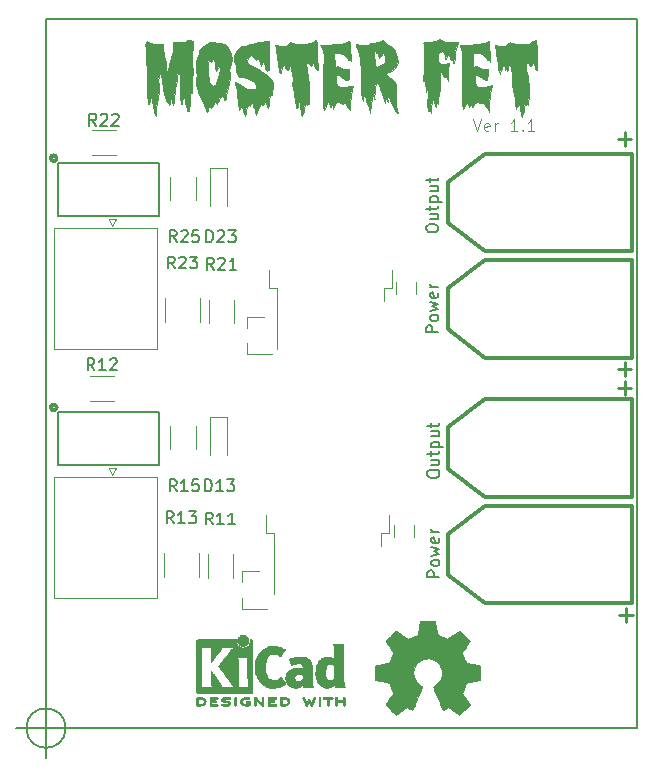
<source format=gbr>
G04 #@! TF.GenerationSoftware,KiCad,Pcbnew,(5.1.5)-3*
G04 #@! TF.CreationDate,2020-03-28T01:07:18-04:00*
G04 #@! TF.ProjectId,MOSTERFET,4d4f5354-4552-4464-9554-2e6b69636164,1.1*
G04 #@! TF.SameCoordinates,Original*
G04 #@! TF.FileFunction,Legend,Top*
G04 #@! TF.FilePolarity,Positive*
%FSLAX46Y46*%
G04 Gerber Fmt 4.6, Leading zero omitted, Abs format (unit mm)*
G04 Created by KiCad (PCBNEW (5.1.5)-3) date 2020-03-28 01:07:18*
%MOMM*%
%LPD*%
G04 APERTURE LIST*
%ADD10C,0.150000*%
%ADD11C,0.200000*%
%ADD12C,0.100000*%
%ADD13C,0.010000*%
%ADD14C,0.120000*%
%ADD15C,0.300000*%
%ADD16C,0.250000*%
G04 APERTURE END LIST*
D10*
X74666666Y-117000000D02*
G75*
G03X74666666Y-117000000I-1666666J0D01*
G01*
X70500000Y-117000000D02*
X75500000Y-117000000D01*
X73000000Y-114500000D02*
X73000000Y-119500000D01*
D11*
X105302380Y-95548809D02*
X105302380Y-95358333D01*
X105350000Y-95263095D01*
X105445238Y-95167857D01*
X105635714Y-95120238D01*
X105969047Y-95120238D01*
X106159523Y-95167857D01*
X106254761Y-95263095D01*
X106302380Y-95358333D01*
X106302380Y-95548809D01*
X106254761Y-95644047D01*
X106159523Y-95739285D01*
X105969047Y-95786904D01*
X105635714Y-95786904D01*
X105445238Y-95739285D01*
X105350000Y-95644047D01*
X105302380Y-95548809D01*
X105635714Y-94263095D02*
X106302380Y-94263095D01*
X105635714Y-94691666D02*
X106159523Y-94691666D01*
X106254761Y-94644047D01*
X106302380Y-94548809D01*
X106302380Y-94405952D01*
X106254761Y-94310714D01*
X106207142Y-94263095D01*
X105635714Y-93929761D02*
X105635714Y-93548809D01*
X105302380Y-93786904D02*
X106159523Y-93786904D01*
X106254761Y-93739285D01*
X106302380Y-93644047D01*
X106302380Y-93548809D01*
X105635714Y-93215476D02*
X106635714Y-93215476D01*
X105683333Y-93215476D02*
X105635714Y-93120238D01*
X105635714Y-92929761D01*
X105683333Y-92834523D01*
X105730952Y-92786904D01*
X105826190Y-92739285D01*
X106111904Y-92739285D01*
X106207142Y-92786904D01*
X106254761Y-92834523D01*
X106302380Y-92929761D01*
X106302380Y-93120238D01*
X106254761Y-93215476D01*
X105635714Y-91882142D02*
X106302380Y-91882142D01*
X105635714Y-92310714D02*
X106159523Y-92310714D01*
X106254761Y-92263095D01*
X106302380Y-92167857D01*
X106302380Y-92025000D01*
X106254761Y-91929761D01*
X106207142Y-91882142D01*
X105635714Y-91548809D02*
X105635714Y-91167857D01*
X105302380Y-91405952D02*
X106159523Y-91405952D01*
X106254761Y-91358333D01*
X106302380Y-91263095D01*
X106302380Y-91167857D01*
X106302380Y-104226190D02*
X105302380Y-104226190D01*
X105302380Y-103845238D01*
X105350000Y-103750000D01*
X105397619Y-103702380D01*
X105492857Y-103654761D01*
X105635714Y-103654761D01*
X105730952Y-103702380D01*
X105778571Y-103750000D01*
X105826190Y-103845238D01*
X105826190Y-104226190D01*
X106302380Y-103083333D02*
X106254761Y-103178571D01*
X106207142Y-103226190D01*
X106111904Y-103273809D01*
X105826190Y-103273809D01*
X105730952Y-103226190D01*
X105683333Y-103178571D01*
X105635714Y-103083333D01*
X105635714Y-102940476D01*
X105683333Y-102845238D01*
X105730952Y-102797619D01*
X105826190Y-102750000D01*
X106111904Y-102750000D01*
X106207142Y-102797619D01*
X106254761Y-102845238D01*
X106302380Y-102940476D01*
X106302380Y-103083333D01*
X105635714Y-102416666D02*
X106302380Y-102226190D01*
X105826190Y-102035714D01*
X106302380Y-101845238D01*
X105635714Y-101654761D01*
X106254761Y-100892857D02*
X106302380Y-100988095D01*
X106302380Y-101178571D01*
X106254761Y-101273809D01*
X106159523Y-101321428D01*
X105778571Y-101321428D01*
X105683333Y-101273809D01*
X105635714Y-101178571D01*
X105635714Y-100988095D01*
X105683333Y-100892857D01*
X105778571Y-100845238D01*
X105873809Y-100845238D01*
X105969047Y-101321428D01*
X106302380Y-100416666D02*
X105635714Y-100416666D01*
X105826190Y-100416666D02*
X105730952Y-100369047D01*
X105683333Y-100321428D01*
X105635714Y-100226190D01*
X105635714Y-100130952D01*
X105202380Y-74773809D02*
X105202380Y-74583333D01*
X105250000Y-74488095D01*
X105345238Y-74392857D01*
X105535714Y-74345238D01*
X105869047Y-74345238D01*
X106059523Y-74392857D01*
X106154761Y-74488095D01*
X106202380Y-74583333D01*
X106202380Y-74773809D01*
X106154761Y-74869047D01*
X106059523Y-74964285D01*
X105869047Y-75011904D01*
X105535714Y-75011904D01*
X105345238Y-74964285D01*
X105250000Y-74869047D01*
X105202380Y-74773809D01*
X105535714Y-73488095D02*
X106202380Y-73488095D01*
X105535714Y-73916666D02*
X106059523Y-73916666D01*
X106154761Y-73869047D01*
X106202380Y-73773809D01*
X106202380Y-73630952D01*
X106154761Y-73535714D01*
X106107142Y-73488095D01*
X105535714Y-73154761D02*
X105535714Y-72773809D01*
X105202380Y-73011904D02*
X106059523Y-73011904D01*
X106154761Y-72964285D01*
X106202380Y-72869047D01*
X106202380Y-72773809D01*
X105535714Y-72440476D02*
X106535714Y-72440476D01*
X105583333Y-72440476D02*
X105535714Y-72345238D01*
X105535714Y-72154761D01*
X105583333Y-72059523D01*
X105630952Y-72011904D01*
X105726190Y-71964285D01*
X106011904Y-71964285D01*
X106107142Y-72011904D01*
X106154761Y-72059523D01*
X106202380Y-72154761D01*
X106202380Y-72345238D01*
X106154761Y-72440476D01*
X105535714Y-71107142D02*
X106202380Y-71107142D01*
X105535714Y-71535714D02*
X106059523Y-71535714D01*
X106154761Y-71488095D01*
X106202380Y-71392857D01*
X106202380Y-71250000D01*
X106154761Y-71154761D01*
X106107142Y-71107142D01*
X105535714Y-70773809D02*
X105535714Y-70392857D01*
X105202380Y-70630952D02*
X106059523Y-70630952D01*
X106154761Y-70583333D01*
X106202380Y-70488095D01*
X106202380Y-70392857D01*
X106202380Y-83476190D02*
X105202380Y-83476190D01*
X105202380Y-83095238D01*
X105250000Y-83000000D01*
X105297619Y-82952380D01*
X105392857Y-82904761D01*
X105535714Y-82904761D01*
X105630952Y-82952380D01*
X105678571Y-83000000D01*
X105726190Y-83095238D01*
X105726190Y-83476190D01*
X106202380Y-82333333D02*
X106154761Y-82428571D01*
X106107142Y-82476190D01*
X106011904Y-82523809D01*
X105726190Y-82523809D01*
X105630952Y-82476190D01*
X105583333Y-82428571D01*
X105535714Y-82333333D01*
X105535714Y-82190476D01*
X105583333Y-82095238D01*
X105630952Y-82047619D01*
X105726190Y-82000000D01*
X106011904Y-82000000D01*
X106107142Y-82047619D01*
X106154761Y-82095238D01*
X106202380Y-82190476D01*
X106202380Y-82333333D01*
X105535714Y-81666666D02*
X106202380Y-81476190D01*
X105726190Y-81285714D01*
X106202380Y-81095238D01*
X105535714Y-80904761D01*
X106154761Y-80142857D02*
X106202380Y-80238095D01*
X106202380Y-80428571D01*
X106154761Y-80523809D01*
X106059523Y-80571428D01*
X105678571Y-80571428D01*
X105583333Y-80523809D01*
X105535714Y-80428571D01*
X105535714Y-80238095D01*
X105583333Y-80142857D01*
X105678571Y-80095238D01*
X105773809Y-80095238D01*
X105869047Y-80571428D01*
X106202380Y-79666666D02*
X105535714Y-79666666D01*
X105726190Y-79666666D02*
X105630952Y-79619047D01*
X105583333Y-79571428D01*
X105535714Y-79476190D01*
X105535714Y-79380952D01*
D10*
X73000000Y-117000000D02*
X123000000Y-117000000D01*
X73000000Y-57000000D02*
X123000000Y-57000000D01*
X123000000Y-117000000D02*
X123000000Y-57000000D01*
X73000000Y-117000000D02*
X73000000Y-57000000D01*
D12*
X109160238Y-65452380D02*
X109493571Y-66452380D01*
X109826904Y-65452380D01*
X110541190Y-66404761D02*
X110445952Y-66452380D01*
X110255476Y-66452380D01*
X110160238Y-66404761D01*
X110112619Y-66309523D01*
X110112619Y-65928571D01*
X110160238Y-65833333D01*
X110255476Y-65785714D01*
X110445952Y-65785714D01*
X110541190Y-65833333D01*
X110588809Y-65928571D01*
X110588809Y-66023809D01*
X110112619Y-66119047D01*
X111017380Y-66452380D02*
X111017380Y-65785714D01*
X111017380Y-65976190D02*
X111065000Y-65880952D01*
X111112619Y-65833333D01*
X111207857Y-65785714D01*
X111303095Y-65785714D01*
X112922142Y-66452380D02*
X112350714Y-66452380D01*
X112636428Y-66452380D02*
X112636428Y-65452380D01*
X112541190Y-65595238D01*
X112445952Y-65690476D01*
X112350714Y-65738095D01*
X113350714Y-66357142D02*
X113398333Y-66404761D01*
X113350714Y-66452380D01*
X113303095Y-66404761D01*
X113350714Y-66357142D01*
X113350714Y-66452380D01*
X114350714Y-66452380D02*
X113779285Y-66452380D01*
X114065000Y-66452380D02*
X114065000Y-65452380D01*
X113969761Y-65595238D01*
X113874523Y-65690476D01*
X113779285Y-65738095D01*
D10*
X73000000Y-117000000D02*
X73250000Y-117000000D01*
X73000000Y-117000000D02*
X121000000Y-117000000D01*
D13*
G36*
X100822222Y-63728611D02*
G01*
X100786944Y-63763889D01*
X100751666Y-63728611D01*
X100786944Y-63693333D01*
X100822222Y-63728611D01*
G37*
X100822222Y-63728611D02*
X100786944Y-63763889D01*
X100751666Y-63728611D01*
X100786944Y-63693333D01*
X100822222Y-63728611D01*
G36*
X106043333Y-64363611D02*
G01*
X106008055Y-64398889D01*
X105972777Y-64363611D01*
X106008055Y-64328333D01*
X106043333Y-64363611D01*
G37*
X106043333Y-64363611D02*
X106008055Y-64398889D01*
X105972777Y-64363611D01*
X106008055Y-64328333D01*
X106043333Y-64363611D01*
G36*
X98724779Y-58888630D02*
G01*
X98746188Y-59052076D01*
X98750223Y-59195416D01*
X98755162Y-59454858D01*
X98770044Y-59785187D01*
X98791703Y-60116790D01*
X98792759Y-60130277D01*
X98808967Y-60362713D01*
X98814232Y-60501708D01*
X98808066Y-60527747D01*
X98802021Y-60500694D01*
X98753180Y-60365003D01*
X98688805Y-60304557D01*
X98641271Y-60339746D01*
X98633959Y-60394861D01*
X98607745Y-60406252D01*
X98545968Y-60311192D01*
X98544375Y-60308057D01*
X98416630Y-60143536D01*
X98292531Y-60051645D01*
X98135274Y-59958347D01*
X98050504Y-59891504D01*
X97935610Y-59843083D01*
X97740999Y-59815338D01*
X97659569Y-59812777D01*
X97467523Y-59817362D01*
X97383333Y-59849347D01*
X97373742Y-59936082D01*
X97391458Y-60033263D01*
X97417084Y-60233915D01*
X97432990Y-60498077D01*
X97435555Y-60640635D01*
X97439298Y-60860937D01*
X97460497Y-60970863D01*
X97514109Y-61001126D01*
X97603435Y-60985384D01*
X97813190Y-61003385D01*
X97958809Y-61090732D01*
X98157724Y-61196750D01*
X98402813Y-61213474D01*
X98431704Y-61210998D01*
X98612161Y-61199128D01*
X98686566Y-61226892D01*
X98689218Y-61319281D01*
X98676052Y-61389043D01*
X98649178Y-61596826D01*
X98635455Y-61846489D01*
X98635000Y-61893202D01*
X98628065Y-62079462D01*
X98592631Y-62159183D01*
X98506750Y-62166784D01*
X98465124Y-62159624D01*
X98305637Y-62088021D01*
X98129978Y-61953058D01*
X98099146Y-61922464D01*
X97932849Y-61789781D01*
X97769677Y-61720619D01*
X97739855Y-61717777D01*
X97645675Y-61730044D01*
X97596942Y-61789868D01*
X97578913Y-61931787D01*
X97576666Y-62100062D01*
X97582735Y-62392217D01*
X97618292Y-62571074D01*
X97709358Y-62664401D01*
X97881957Y-62699970D01*
X98144066Y-62705555D01*
X98419831Y-62695546D01*
X98662581Y-62669438D01*
X98806795Y-62636746D01*
X98936898Y-62602987D01*
X98981565Y-62647214D01*
X98947879Y-62787867D01*
X98905981Y-62894990D01*
X98869724Y-63043029D01*
X98832819Y-63295642D01*
X98799774Y-63616383D01*
X98776660Y-63940277D01*
X98757696Y-64253111D01*
X98740353Y-64493817D01*
X98726451Y-64640137D01*
X98717808Y-64669815D01*
X98717345Y-64665954D01*
X98650417Y-64536195D01*
X98571797Y-64473379D01*
X98466732Y-64361214D01*
X98378804Y-64176197D01*
X98366679Y-64135758D01*
X98318659Y-63974650D01*
X98285790Y-63936947D01*
X98251775Y-64008491D01*
X98244876Y-64029959D01*
X98179050Y-64139042D01*
X98114854Y-64127944D01*
X97995548Y-64076270D01*
X97807153Y-64031036D01*
X97776993Y-64026081D01*
X97600277Y-64011621D01*
X97506436Y-64056749D01*
X97445812Y-64175041D01*
X97379247Y-64368773D01*
X97341864Y-64504722D01*
X97318707Y-64574346D01*
X97305608Y-64510208D01*
X97302629Y-64455969D01*
X97275586Y-64318716D01*
X97224539Y-64226115D01*
X97175214Y-64206954D01*
X97153333Y-64288891D01*
X97131098Y-64393679D01*
X97079071Y-64385757D01*
X97019268Y-64283675D01*
X96979875Y-64142754D01*
X96938599Y-63990690D01*
X96886903Y-63953447D01*
X96816242Y-64037142D01*
X96718068Y-64247894D01*
X96671359Y-64363611D01*
X96590401Y-64563319D01*
X96543212Y-64645308D01*
X96512131Y-64623265D01*
X96479798Y-64512054D01*
X96462452Y-64362294D01*
X96454559Y-64107976D01*
X96456526Y-63785359D01*
X96467868Y-63449259D01*
X96478901Y-63054460D01*
X96477219Y-62653624D01*
X96463693Y-62299450D01*
X96445341Y-62088355D01*
X96417256Y-61678137D01*
X96446908Y-61276836D01*
X96486086Y-61043222D01*
X96538871Y-60559324D01*
X96520764Y-60075912D01*
X96436006Y-59639798D01*
X96352708Y-59424722D01*
X97294444Y-59424722D01*
X97329722Y-59460000D01*
X97365000Y-59424722D01*
X97329722Y-59389444D01*
X97294444Y-59424722D01*
X96352708Y-59424722D01*
X96335337Y-59379873D01*
X96240831Y-59193914D01*
X96749999Y-59147203D01*
X97076416Y-59124685D01*
X97412970Y-59113124D01*
X97647449Y-59114174D01*
X98007774Y-59091085D01*
X98319336Y-58983094D01*
X98332554Y-58976428D01*
X98520908Y-58886502D01*
X98657872Y-58832244D01*
X98690805Y-58825000D01*
X98724779Y-58888630D01*
G37*
X98724779Y-58888630D02*
X98746188Y-59052076D01*
X98750223Y-59195416D01*
X98755162Y-59454858D01*
X98770044Y-59785187D01*
X98791703Y-60116790D01*
X98792759Y-60130277D01*
X98808967Y-60362713D01*
X98814232Y-60501708D01*
X98808066Y-60527747D01*
X98802021Y-60500694D01*
X98753180Y-60365003D01*
X98688805Y-60304557D01*
X98641271Y-60339746D01*
X98633959Y-60394861D01*
X98607745Y-60406252D01*
X98545968Y-60311192D01*
X98544375Y-60308057D01*
X98416630Y-60143536D01*
X98292531Y-60051645D01*
X98135274Y-59958347D01*
X98050504Y-59891504D01*
X97935610Y-59843083D01*
X97740999Y-59815338D01*
X97659569Y-59812777D01*
X97467523Y-59817362D01*
X97383333Y-59849347D01*
X97373742Y-59936082D01*
X97391458Y-60033263D01*
X97417084Y-60233915D01*
X97432990Y-60498077D01*
X97435555Y-60640635D01*
X97439298Y-60860937D01*
X97460497Y-60970863D01*
X97514109Y-61001126D01*
X97603435Y-60985384D01*
X97813190Y-61003385D01*
X97958809Y-61090732D01*
X98157724Y-61196750D01*
X98402813Y-61213474D01*
X98431704Y-61210998D01*
X98612161Y-61199128D01*
X98686566Y-61226892D01*
X98689218Y-61319281D01*
X98676052Y-61389043D01*
X98649178Y-61596826D01*
X98635455Y-61846489D01*
X98635000Y-61893202D01*
X98628065Y-62079462D01*
X98592631Y-62159183D01*
X98506750Y-62166784D01*
X98465124Y-62159624D01*
X98305637Y-62088021D01*
X98129978Y-61953058D01*
X98099146Y-61922464D01*
X97932849Y-61789781D01*
X97769677Y-61720619D01*
X97739855Y-61717777D01*
X97645675Y-61730044D01*
X97596942Y-61789868D01*
X97578913Y-61931787D01*
X97576666Y-62100062D01*
X97582735Y-62392217D01*
X97618292Y-62571074D01*
X97709358Y-62664401D01*
X97881957Y-62699970D01*
X98144066Y-62705555D01*
X98419831Y-62695546D01*
X98662581Y-62669438D01*
X98806795Y-62636746D01*
X98936898Y-62602987D01*
X98981565Y-62647214D01*
X98947879Y-62787867D01*
X98905981Y-62894990D01*
X98869724Y-63043029D01*
X98832819Y-63295642D01*
X98799774Y-63616383D01*
X98776660Y-63940277D01*
X98757696Y-64253111D01*
X98740353Y-64493817D01*
X98726451Y-64640137D01*
X98717808Y-64669815D01*
X98717345Y-64665954D01*
X98650417Y-64536195D01*
X98571797Y-64473379D01*
X98466732Y-64361214D01*
X98378804Y-64176197D01*
X98366679Y-64135758D01*
X98318659Y-63974650D01*
X98285790Y-63936947D01*
X98251775Y-64008491D01*
X98244876Y-64029959D01*
X98179050Y-64139042D01*
X98114854Y-64127944D01*
X97995548Y-64076270D01*
X97807153Y-64031036D01*
X97776993Y-64026081D01*
X97600277Y-64011621D01*
X97506436Y-64056749D01*
X97445812Y-64175041D01*
X97379247Y-64368773D01*
X97341864Y-64504722D01*
X97318707Y-64574346D01*
X97305608Y-64510208D01*
X97302629Y-64455969D01*
X97275586Y-64318716D01*
X97224539Y-64226115D01*
X97175214Y-64206954D01*
X97153333Y-64288891D01*
X97131098Y-64393679D01*
X97079071Y-64385757D01*
X97019268Y-64283675D01*
X96979875Y-64142754D01*
X96938599Y-63990690D01*
X96886903Y-63953447D01*
X96816242Y-64037142D01*
X96718068Y-64247894D01*
X96671359Y-64363611D01*
X96590401Y-64563319D01*
X96543212Y-64645308D01*
X96512131Y-64623265D01*
X96479798Y-64512054D01*
X96462452Y-64362294D01*
X96454559Y-64107976D01*
X96456526Y-63785359D01*
X96467868Y-63449259D01*
X96478901Y-63054460D01*
X96477219Y-62653624D01*
X96463693Y-62299450D01*
X96445341Y-62088355D01*
X96417256Y-61678137D01*
X96446908Y-61276836D01*
X96486086Y-61043222D01*
X96538871Y-60559324D01*
X96520764Y-60075912D01*
X96436006Y-59639798D01*
X96352708Y-59424722D01*
X97294444Y-59424722D01*
X97329722Y-59460000D01*
X97365000Y-59424722D01*
X97329722Y-59389444D01*
X97294444Y-59424722D01*
X96352708Y-59424722D01*
X96335337Y-59379873D01*
X96240831Y-59193914D01*
X96749999Y-59147203D01*
X97076416Y-59124685D01*
X97412970Y-59113124D01*
X97647449Y-59114174D01*
X98007774Y-59091085D01*
X98319336Y-58983094D01*
X98332554Y-58976428D01*
X98520908Y-58886502D01*
X98657872Y-58832244D01*
X98690805Y-58825000D01*
X98724779Y-58888630D01*
G36*
X110503844Y-58888983D02*
G01*
X110521262Y-59054675D01*
X110527197Y-59230694D01*
X110535908Y-59517858D01*
X110555079Y-59865382D01*
X110577861Y-60165555D01*
X110595145Y-60395265D01*
X110599393Y-60537138D01*
X110590177Y-60568146D01*
X110585065Y-60553611D01*
X110523376Y-60401303D01*
X110460480Y-60334134D01*
X110419784Y-60371042D01*
X110415016Y-60416027D01*
X110396927Y-60470686D01*
X110344895Y-60394665D01*
X110312362Y-60323768D01*
X110196050Y-60147597D01*
X110049436Y-60032230D01*
X110039756Y-60028259D01*
X109891401Y-59951453D01*
X109820745Y-59887685D01*
X109727233Y-59841442D01*
X109548119Y-59815102D01*
X109472030Y-59812777D01*
X109169611Y-59812777D01*
X109176333Y-60417500D01*
X109183055Y-61022222D01*
X109371285Y-60984868D01*
X109600659Y-61007295D01*
X109744298Y-61092864D01*
X109947082Y-61198534D01*
X110200292Y-61212312D01*
X110210894Y-61211340D01*
X110389560Y-61200715D01*
X110463353Y-61229399D01*
X110467366Y-61318766D01*
X110459782Y-61362927D01*
X110430287Y-61540123D01*
X110393726Y-61782117D01*
X110377775Y-61894166D01*
X110345243Y-62076191D01*
X110314031Y-62167368D01*
X110298121Y-62162713D01*
X110218299Y-62105433D01*
X110181214Y-62111612D01*
X110083063Y-62085713D01*
X109941341Y-61980956D01*
X109890350Y-61931260D01*
X109692590Y-61776318D01*
X109505196Y-61717779D01*
X109504485Y-61717777D01*
X109395790Y-61727860D01*
X109345916Y-61782756D01*
X109337168Y-61919442D01*
X109344100Y-62052916D01*
X109365569Y-62358196D01*
X109399256Y-62549457D01*
X109468695Y-62653339D01*
X109597418Y-62696481D01*
X109808959Y-62705521D01*
X109920640Y-62705555D01*
X110197730Y-62695678D01*
X110441698Y-62669885D01*
X110589573Y-62636746D01*
X110720574Y-62591826D01*
X110769791Y-62583829D01*
X110750692Y-62654225D01*
X110702525Y-62817641D01*
X110661863Y-62952500D01*
X110606017Y-63222922D01*
X110567036Y-63592768D01*
X110549110Y-64020917D01*
X110548650Y-64063750D01*
X110545182Y-64371780D01*
X110540467Y-64619644D01*
X110535177Y-64778530D01*
X110530935Y-64822222D01*
X110501091Y-64764106D01*
X110443870Y-64622358D01*
X110436941Y-64604108D01*
X110363159Y-64468935D01*
X110291430Y-64426394D01*
X110283926Y-64429679D01*
X110226367Y-64398702D01*
X110174822Y-64263508D01*
X110166546Y-64224460D01*
X110119539Y-64072543D01*
X110059347Y-63979300D01*
X110009989Y-63970239D01*
X109994444Y-64041675D01*
X109933115Y-64074503D01*
X109779136Y-64072276D01*
X109729861Y-64065515D01*
X109484135Y-64031040D01*
X109339242Y-64035230D01*
X109257185Y-64091475D01*
X109199966Y-64213166D01*
X109184262Y-64257777D01*
X109126501Y-64411909D01*
X109090594Y-64444480D01*
X109055344Y-64368310D01*
X109046490Y-64341102D01*
X109000682Y-64228699D01*
X108949994Y-64242141D01*
X108900872Y-64304934D01*
X108838164Y-64373469D01*
X108799125Y-64343606D01*
X108763362Y-64195869D01*
X108758209Y-64168692D01*
X108715048Y-63999545D01*
X108669803Y-63909515D01*
X108659974Y-63905000D01*
X108610986Y-63965503D01*
X108537394Y-64120934D01*
X108484415Y-64257601D01*
X108403307Y-64446099D01*
X108329204Y-64556805D01*
X108292889Y-64570196D01*
X108270802Y-64487323D01*
X108252535Y-64278118D01*
X108238258Y-63957311D01*
X108228140Y-63539636D01*
X108222349Y-63039822D01*
X108221057Y-62472603D01*
X108224430Y-61852709D01*
X108232639Y-61194872D01*
X108240974Y-60765277D01*
X108512777Y-60765277D01*
X108548055Y-60800555D01*
X108583333Y-60765277D01*
X108548055Y-60730000D01*
X108512777Y-60765277D01*
X108240974Y-60765277D01*
X108245853Y-60513824D01*
X108246155Y-60500694D01*
X108250633Y-60129675D01*
X108241656Y-59867130D01*
X108215784Y-59680775D01*
X108169579Y-59538330D01*
X108136476Y-59471082D01*
X108115103Y-59424722D01*
X109077222Y-59424722D01*
X109112500Y-59460000D01*
X109147777Y-59424722D01*
X109112500Y-59389444D01*
X109077222Y-59424722D01*
X108115103Y-59424722D01*
X108062698Y-59311053D01*
X108040070Y-59209659D01*
X108044471Y-59199232D01*
X108124933Y-59183107D01*
X108317932Y-59165488D01*
X108594938Y-59148461D01*
X108927425Y-59134112D01*
X108942828Y-59133576D01*
X109369695Y-59112602D01*
X109687072Y-59080528D01*
X109926423Y-59032834D01*
X110119216Y-58965001D01*
X110120456Y-58964454D01*
X110312462Y-58883187D01*
X110447182Y-58832923D01*
X110479663Y-58825000D01*
X110503844Y-58888983D01*
G37*
X110503844Y-58888983D02*
X110521262Y-59054675D01*
X110527197Y-59230694D01*
X110535908Y-59517858D01*
X110555079Y-59865382D01*
X110577861Y-60165555D01*
X110595145Y-60395265D01*
X110599393Y-60537138D01*
X110590177Y-60568146D01*
X110585065Y-60553611D01*
X110523376Y-60401303D01*
X110460480Y-60334134D01*
X110419784Y-60371042D01*
X110415016Y-60416027D01*
X110396927Y-60470686D01*
X110344895Y-60394665D01*
X110312362Y-60323768D01*
X110196050Y-60147597D01*
X110049436Y-60032230D01*
X110039756Y-60028259D01*
X109891401Y-59951453D01*
X109820745Y-59887685D01*
X109727233Y-59841442D01*
X109548119Y-59815102D01*
X109472030Y-59812777D01*
X109169611Y-59812777D01*
X109176333Y-60417500D01*
X109183055Y-61022222D01*
X109371285Y-60984868D01*
X109600659Y-61007295D01*
X109744298Y-61092864D01*
X109947082Y-61198534D01*
X110200292Y-61212312D01*
X110210894Y-61211340D01*
X110389560Y-61200715D01*
X110463353Y-61229399D01*
X110467366Y-61318766D01*
X110459782Y-61362927D01*
X110430287Y-61540123D01*
X110393726Y-61782117D01*
X110377775Y-61894166D01*
X110345243Y-62076191D01*
X110314031Y-62167368D01*
X110298121Y-62162713D01*
X110218299Y-62105433D01*
X110181214Y-62111612D01*
X110083063Y-62085713D01*
X109941341Y-61980956D01*
X109890350Y-61931260D01*
X109692590Y-61776318D01*
X109505196Y-61717779D01*
X109504485Y-61717777D01*
X109395790Y-61727860D01*
X109345916Y-61782756D01*
X109337168Y-61919442D01*
X109344100Y-62052916D01*
X109365569Y-62358196D01*
X109399256Y-62549457D01*
X109468695Y-62653339D01*
X109597418Y-62696481D01*
X109808959Y-62705521D01*
X109920640Y-62705555D01*
X110197730Y-62695678D01*
X110441698Y-62669885D01*
X110589573Y-62636746D01*
X110720574Y-62591826D01*
X110769791Y-62583829D01*
X110750692Y-62654225D01*
X110702525Y-62817641D01*
X110661863Y-62952500D01*
X110606017Y-63222922D01*
X110567036Y-63592768D01*
X110549110Y-64020917D01*
X110548650Y-64063750D01*
X110545182Y-64371780D01*
X110540467Y-64619644D01*
X110535177Y-64778530D01*
X110530935Y-64822222D01*
X110501091Y-64764106D01*
X110443870Y-64622358D01*
X110436941Y-64604108D01*
X110363159Y-64468935D01*
X110291430Y-64426394D01*
X110283926Y-64429679D01*
X110226367Y-64398702D01*
X110174822Y-64263508D01*
X110166546Y-64224460D01*
X110119539Y-64072543D01*
X110059347Y-63979300D01*
X110009989Y-63970239D01*
X109994444Y-64041675D01*
X109933115Y-64074503D01*
X109779136Y-64072276D01*
X109729861Y-64065515D01*
X109484135Y-64031040D01*
X109339242Y-64035230D01*
X109257185Y-64091475D01*
X109199966Y-64213166D01*
X109184262Y-64257777D01*
X109126501Y-64411909D01*
X109090594Y-64444480D01*
X109055344Y-64368310D01*
X109046490Y-64341102D01*
X109000682Y-64228699D01*
X108949994Y-64242141D01*
X108900872Y-64304934D01*
X108838164Y-64373469D01*
X108799125Y-64343606D01*
X108763362Y-64195869D01*
X108758209Y-64168692D01*
X108715048Y-63999545D01*
X108669803Y-63909515D01*
X108659974Y-63905000D01*
X108610986Y-63965503D01*
X108537394Y-64120934D01*
X108484415Y-64257601D01*
X108403307Y-64446099D01*
X108329204Y-64556805D01*
X108292889Y-64570196D01*
X108270802Y-64487323D01*
X108252535Y-64278118D01*
X108238258Y-63957311D01*
X108228140Y-63539636D01*
X108222349Y-63039822D01*
X108221057Y-62472603D01*
X108224430Y-61852709D01*
X108232639Y-61194872D01*
X108240974Y-60765277D01*
X108512777Y-60765277D01*
X108548055Y-60800555D01*
X108583333Y-60765277D01*
X108548055Y-60730000D01*
X108512777Y-60765277D01*
X108240974Y-60765277D01*
X108245853Y-60513824D01*
X108246155Y-60500694D01*
X108250633Y-60129675D01*
X108241656Y-59867130D01*
X108215784Y-59680775D01*
X108169579Y-59538330D01*
X108136476Y-59471082D01*
X108115103Y-59424722D01*
X109077222Y-59424722D01*
X109112500Y-59460000D01*
X109147777Y-59424722D01*
X109112500Y-59389444D01*
X109077222Y-59424722D01*
X108115103Y-59424722D01*
X108062698Y-59311053D01*
X108040070Y-59209659D01*
X108044471Y-59199232D01*
X108124933Y-59183107D01*
X108317932Y-59165488D01*
X108594938Y-59148461D01*
X108927425Y-59134112D01*
X108942828Y-59133576D01*
X109369695Y-59112602D01*
X109687072Y-59080528D01*
X109926423Y-59032834D01*
X110119216Y-58965001D01*
X110120456Y-58964454D01*
X110312462Y-58883187D01*
X110447182Y-58832923D01*
X110479663Y-58825000D01*
X110503844Y-58888983D01*
G36*
X87188805Y-58923280D02*
G01*
X87425246Y-58958959D01*
X87706030Y-58997618D01*
X87804722Y-59010311D01*
X88060826Y-59054237D01*
X88231894Y-59129160D01*
X88362138Y-59267591D01*
X88495766Y-59502039D01*
X88509142Y-59528314D01*
X88663976Y-59938219D01*
X88728263Y-60354962D01*
X88694323Y-60728618D01*
X88693970Y-60730000D01*
X88651865Y-60877904D01*
X88628907Y-60897495D01*
X88614502Y-60800555D01*
X88596627Y-60737522D01*
X88567172Y-60814800D01*
X88541535Y-60941666D01*
X88520803Y-61260648D01*
X88554710Y-61597312D01*
X88557727Y-61612303D01*
X88591849Y-61834162D01*
X88584728Y-62030473D01*
X88530480Y-62262251D01*
X88479504Y-62423691D01*
X88385970Y-62748638D01*
X88298671Y-63121078D01*
X88248345Y-63390138D01*
X88202058Y-63629905D01*
X88152995Y-63797208D01*
X88110699Y-63860752D01*
X88105280Y-63859251D01*
X88068756Y-63769417D01*
X88077940Y-63726633D01*
X88060863Y-63608906D01*
X88010871Y-63547643D01*
X87884207Y-63518549D01*
X87746264Y-63607962D01*
X87618029Y-63797016D01*
X87550884Y-63961166D01*
X87492537Y-64118083D01*
X87446059Y-64157517D01*
X87384744Y-64097723D01*
X87373444Y-64082455D01*
X87310717Y-64014741D01*
X87257921Y-64032533D01*
X87189398Y-64154421D01*
X87147496Y-64246175D01*
X87046605Y-64431375D01*
X86972444Y-64483946D01*
X86930382Y-64402951D01*
X86922777Y-64285460D01*
X86906598Y-64124058D01*
X86866264Y-64085842D01*
X86814082Y-64157677D01*
X86762361Y-64326432D01*
X86734150Y-64486753D01*
X86697362Y-64701415D01*
X86659303Y-64834471D01*
X86629263Y-64857500D01*
X86584820Y-64750493D01*
X86525289Y-64563098D01*
X86499946Y-64472494D01*
X86403038Y-64209625D01*
X86264975Y-63940192D01*
X86222181Y-63872772D01*
X86102912Y-63660157D01*
X85973172Y-63372380D01*
X85860271Y-63070239D01*
X85856367Y-63058333D01*
X85765367Y-62752738D01*
X85722515Y-62517568D01*
X85720585Y-62293454D01*
X85740448Y-62105833D01*
X85761251Y-61705591D01*
X85739352Y-61400277D01*
X86287777Y-61400277D01*
X86323055Y-61435555D01*
X86358333Y-61400277D01*
X86323055Y-61365000D01*
X86287777Y-61400277D01*
X85739352Y-61400277D01*
X85730967Y-61283389D01*
X85721996Y-61223889D01*
X85688071Y-60965443D01*
X86692654Y-60965443D01*
X86696772Y-61315461D01*
X86725099Y-61676936D01*
X86774605Y-62012866D01*
X86842259Y-62286250D01*
X86925030Y-62460088D01*
X86934937Y-62471554D01*
X87065962Y-62595376D01*
X87163864Y-62617780D01*
X87273555Y-62534277D01*
X87366265Y-62428439D01*
X87481299Y-62233164D01*
X87592416Y-61947954D01*
X87685327Y-61623606D01*
X87745742Y-61310915D01*
X87759371Y-61060675D01*
X87757315Y-61038391D01*
X87734166Y-60835833D01*
X87557777Y-61118055D01*
X87381389Y-61400277D01*
X87336544Y-61012222D01*
X87284426Y-60680410D01*
X87220649Y-60466208D01*
X87149378Y-60375859D01*
X87074779Y-60415601D01*
X87018654Y-60535972D01*
X86980273Y-60626112D01*
X86952864Y-60603977D01*
X86921346Y-60456103D01*
X86919857Y-60447777D01*
X86875804Y-60200833D01*
X86769171Y-60447777D01*
X86715777Y-60663881D01*
X86692654Y-60965443D01*
X85688071Y-60965443D01*
X85685321Y-60944495D01*
X85688817Y-60730467D01*
X85738121Y-60510350D01*
X85791031Y-60348537D01*
X85867654Y-60107490D01*
X85919873Y-59906386D01*
X85935000Y-59807145D01*
X85992655Y-59640387D01*
X86146835Y-59438469D01*
X86161670Y-59424722D01*
X86993333Y-59424722D01*
X87028611Y-59460000D01*
X87063889Y-59424722D01*
X87028611Y-59389444D01*
X86993333Y-59424722D01*
X86161670Y-59424722D01*
X86369356Y-59232270D01*
X86614158Y-59063010D01*
X86849500Y-58946711D01*
X87047108Y-58910734D01*
X87188805Y-58923280D01*
G37*
X87188805Y-58923280D02*
X87425246Y-58958959D01*
X87706030Y-58997618D01*
X87804722Y-59010311D01*
X88060826Y-59054237D01*
X88231894Y-59129160D01*
X88362138Y-59267591D01*
X88495766Y-59502039D01*
X88509142Y-59528314D01*
X88663976Y-59938219D01*
X88728263Y-60354962D01*
X88694323Y-60728618D01*
X88693970Y-60730000D01*
X88651865Y-60877904D01*
X88628907Y-60897495D01*
X88614502Y-60800555D01*
X88596627Y-60737522D01*
X88567172Y-60814800D01*
X88541535Y-60941666D01*
X88520803Y-61260648D01*
X88554710Y-61597312D01*
X88557727Y-61612303D01*
X88591849Y-61834162D01*
X88584728Y-62030473D01*
X88530480Y-62262251D01*
X88479504Y-62423691D01*
X88385970Y-62748638D01*
X88298671Y-63121078D01*
X88248345Y-63390138D01*
X88202058Y-63629905D01*
X88152995Y-63797208D01*
X88110699Y-63860752D01*
X88105280Y-63859251D01*
X88068756Y-63769417D01*
X88077940Y-63726633D01*
X88060863Y-63608906D01*
X88010871Y-63547643D01*
X87884207Y-63518549D01*
X87746264Y-63607962D01*
X87618029Y-63797016D01*
X87550884Y-63961166D01*
X87492537Y-64118083D01*
X87446059Y-64157517D01*
X87384744Y-64097723D01*
X87373444Y-64082455D01*
X87310717Y-64014741D01*
X87257921Y-64032533D01*
X87189398Y-64154421D01*
X87147496Y-64246175D01*
X87046605Y-64431375D01*
X86972444Y-64483946D01*
X86930382Y-64402951D01*
X86922777Y-64285460D01*
X86906598Y-64124058D01*
X86866264Y-64085842D01*
X86814082Y-64157677D01*
X86762361Y-64326432D01*
X86734150Y-64486753D01*
X86697362Y-64701415D01*
X86659303Y-64834471D01*
X86629263Y-64857500D01*
X86584820Y-64750493D01*
X86525289Y-64563098D01*
X86499946Y-64472494D01*
X86403038Y-64209625D01*
X86264975Y-63940192D01*
X86222181Y-63872772D01*
X86102912Y-63660157D01*
X85973172Y-63372380D01*
X85860271Y-63070239D01*
X85856367Y-63058333D01*
X85765367Y-62752738D01*
X85722515Y-62517568D01*
X85720585Y-62293454D01*
X85740448Y-62105833D01*
X85761251Y-61705591D01*
X85739352Y-61400277D01*
X86287777Y-61400277D01*
X86323055Y-61435555D01*
X86358333Y-61400277D01*
X86323055Y-61365000D01*
X86287777Y-61400277D01*
X85739352Y-61400277D01*
X85730967Y-61283389D01*
X85721996Y-61223889D01*
X85688071Y-60965443D01*
X86692654Y-60965443D01*
X86696772Y-61315461D01*
X86725099Y-61676936D01*
X86774605Y-62012866D01*
X86842259Y-62286250D01*
X86925030Y-62460088D01*
X86934937Y-62471554D01*
X87065962Y-62595376D01*
X87163864Y-62617780D01*
X87273555Y-62534277D01*
X87366265Y-62428439D01*
X87481299Y-62233164D01*
X87592416Y-61947954D01*
X87685327Y-61623606D01*
X87745742Y-61310915D01*
X87759371Y-61060675D01*
X87757315Y-61038391D01*
X87734166Y-60835833D01*
X87557777Y-61118055D01*
X87381389Y-61400277D01*
X87336544Y-61012222D01*
X87284426Y-60680410D01*
X87220649Y-60466208D01*
X87149378Y-60375859D01*
X87074779Y-60415601D01*
X87018654Y-60535972D01*
X86980273Y-60626112D01*
X86952864Y-60603977D01*
X86921346Y-60456103D01*
X86919857Y-60447777D01*
X86875804Y-60200833D01*
X86769171Y-60447777D01*
X86715777Y-60663881D01*
X86692654Y-60965443D01*
X85688071Y-60965443D01*
X85685321Y-60944495D01*
X85688817Y-60730467D01*
X85738121Y-60510350D01*
X85791031Y-60348537D01*
X85867654Y-60107490D01*
X85919873Y-59906386D01*
X85935000Y-59807145D01*
X85992655Y-59640387D01*
X86146835Y-59438469D01*
X86161670Y-59424722D01*
X86993333Y-59424722D01*
X87028611Y-59460000D01*
X87063889Y-59424722D01*
X87028611Y-59389444D01*
X86993333Y-59424722D01*
X86161670Y-59424722D01*
X86369356Y-59232270D01*
X86614158Y-59063010D01*
X86849500Y-58946711D01*
X87047108Y-58910734D01*
X87188805Y-58923280D01*
G36*
X106610779Y-58834820D02*
G01*
X106787958Y-58913553D01*
X106961633Y-58948981D01*
X107185806Y-58947886D01*
X107379050Y-58931319D01*
X107867981Y-58882217D01*
X107768094Y-59214119D01*
X107709614Y-59465535D01*
X107659130Y-59781540D01*
X107632367Y-60037573D01*
X107599164Y-60362562D01*
X107556824Y-60578543D01*
X107508871Y-60676867D01*
X107458828Y-60648884D01*
X107424192Y-60548516D01*
X107378156Y-60422135D01*
X107329479Y-60424902D01*
X107314076Y-60446576D01*
X107266548Y-60466959D01*
X107224767Y-60356049D01*
X107207593Y-60266507D01*
X107159007Y-60007863D01*
X107117045Y-59880709D01*
X107073230Y-59876234D01*
X107019087Y-59985628D01*
X106996772Y-60047333D01*
X106910328Y-60269066D01*
X106851454Y-60359755D01*
X106822305Y-60316834D01*
X106819444Y-60258399D01*
X106788443Y-60024977D01*
X106708894Y-59831864D01*
X106600982Y-59719058D01*
X106540386Y-59705411D01*
X106347422Y-59764504D01*
X106232745Y-59917563D01*
X106186485Y-60180284D01*
X106184444Y-60271388D01*
X106204465Y-60550532D01*
X106280423Y-60713132D01*
X106436160Y-60780057D01*
X106695520Y-60772177D01*
X106748728Y-60765299D01*
X107105518Y-60716228D01*
X107070574Y-61234642D01*
X107051940Y-61524117D01*
X107036591Y-61786005D01*
X107027830Y-61963914D01*
X107027800Y-61964722D01*
X107019970Y-62176389D01*
X106949105Y-61982361D01*
X106873073Y-61840597D01*
X106796953Y-61788105D01*
X106750059Y-61840169D01*
X106746127Y-61876527D01*
X106721250Y-61881793D01*
X106663604Y-61780841D01*
X106651105Y-61753028D01*
X106549547Y-61571941D01*
X106442200Y-61444528D01*
X106397629Y-61417345D01*
X106366076Y-61434184D01*
X106345318Y-61513608D01*
X106333134Y-61674178D01*
X106327301Y-61934455D01*
X106325597Y-62313002D01*
X106325555Y-62418858D01*
X106321124Y-62870745D01*
X106308041Y-63195885D01*
X106286624Y-63389661D01*
X106257189Y-63447453D01*
X106255000Y-63446389D01*
X106213127Y-63483379D01*
X106188587Y-63645183D01*
X106183364Y-63812641D01*
X106175482Y-64040610D01*
X106152004Y-64137275D01*
X106113889Y-64116666D01*
X106059211Y-64051804D01*
X106044641Y-64118488D01*
X106044413Y-64134305D01*
X106013712Y-64239093D01*
X105980326Y-64257777D01*
X105900547Y-64194853D01*
X105845649Y-64036277D01*
X105831666Y-63885118D01*
X105809689Y-63788037D01*
X105764013Y-63803320D01*
X105724682Y-63901516D01*
X105680843Y-64101520D01*
X105640586Y-64364592D01*
X105632130Y-64434792D01*
X105601965Y-64677408D01*
X105577025Y-64837203D01*
X105561334Y-64889922D01*
X105558672Y-64877353D01*
X105508608Y-64790676D01*
X105453705Y-64792834D01*
X105380964Y-64756903D01*
X105328716Y-64595383D01*
X105298709Y-64322543D01*
X105292689Y-63952654D01*
X105306592Y-63591795D01*
X105316802Y-63290928D01*
X105308163Y-63083511D01*
X105281809Y-62990720D01*
X105274283Y-62987777D01*
X105209843Y-63047578D01*
X105175904Y-63146527D01*
X105159449Y-63164794D01*
X105144889Y-63063628D01*
X105135198Y-62864708D01*
X105134756Y-62846666D01*
X105121825Y-62576794D01*
X105098953Y-62340523D01*
X105076215Y-62211666D01*
X105028246Y-62035277D01*
X104972629Y-62211666D01*
X104954385Y-62219954D01*
X104947277Y-62108015D01*
X104951589Y-61896316D01*
X104964829Y-61647222D01*
X104987719Y-61212475D01*
X105002924Y-60754956D01*
X105010435Y-60302322D01*
X105010244Y-59882228D01*
X105002343Y-59522330D01*
X104986724Y-59250283D01*
X104965581Y-59101555D01*
X104944041Y-58996933D01*
X104971441Y-58946320D01*
X105078399Y-58935643D01*
X105293813Y-58950684D01*
X105634914Y-58946252D01*
X105946850Y-58858476D01*
X106000650Y-58835544D01*
X106331439Y-58689220D01*
X106610779Y-58834820D01*
G37*
X106610779Y-58834820D02*
X106787958Y-58913553D01*
X106961633Y-58948981D01*
X107185806Y-58947886D01*
X107379050Y-58931319D01*
X107867981Y-58882217D01*
X107768094Y-59214119D01*
X107709614Y-59465535D01*
X107659130Y-59781540D01*
X107632367Y-60037573D01*
X107599164Y-60362562D01*
X107556824Y-60578543D01*
X107508871Y-60676867D01*
X107458828Y-60648884D01*
X107424192Y-60548516D01*
X107378156Y-60422135D01*
X107329479Y-60424902D01*
X107314076Y-60446576D01*
X107266548Y-60466959D01*
X107224767Y-60356049D01*
X107207593Y-60266507D01*
X107159007Y-60007863D01*
X107117045Y-59880709D01*
X107073230Y-59876234D01*
X107019087Y-59985628D01*
X106996772Y-60047333D01*
X106910328Y-60269066D01*
X106851454Y-60359755D01*
X106822305Y-60316834D01*
X106819444Y-60258399D01*
X106788443Y-60024977D01*
X106708894Y-59831864D01*
X106600982Y-59719058D01*
X106540386Y-59705411D01*
X106347422Y-59764504D01*
X106232745Y-59917563D01*
X106186485Y-60180284D01*
X106184444Y-60271388D01*
X106204465Y-60550532D01*
X106280423Y-60713132D01*
X106436160Y-60780057D01*
X106695520Y-60772177D01*
X106748728Y-60765299D01*
X107105518Y-60716228D01*
X107070574Y-61234642D01*
X107051940Y-61524117D01*
X107036591Y-61786005D01*
X107027830Y-61963914D01*
X107027800Y-61964722D01*
X107019970Y-62176389D01*
X106949105Y-61982361D01*
X106873073Y-61840597D01*
X106796953Y-61788105D01*
X106750059Y-61840169D01*
X106746127Y-61876527D01*
X106721250Y-61881793D01*
X106663604Y-61780841D01*
X106651105Y-61753028D01*
X106549547Y-61571941D01*
X106442200Y-61444528D01*
X106397629Y-61417345D01*
X106366076Y-61434184D01*
X106345318Y-61513608D01*
X106333134Y-61674178D01*
X106327301Y-61934455D01*
X106325597Y-62313002D01*
X106325555Y-62418858D01*
X106321124Y-62870745D01*
X106308041Y-63195885D01*
X106286624Y-63389661D01*
X106257189Y-63447453D01*
X106255000Y-63446389D01*
X106213127Y-63483379D01*
X106188587Y-63645183D01*
X106183364Y-63812641D01*
X106175482Y-64040610D01*
X106152004Y-64137275D01*
X106113889Y-64116666D01*
X106059211Y-64051804D01*
X106044641Y-64118488D01*
X106044413Y-64134305D01*
X106013712Y-64239093D01*
X105980326Y-64257777D01*
X105900547Y-64194853D01*
X105845649Y-64036277D01*
X105831666Y-63885118D01*
X105809689Y-63788037D01*
X105764013Y-63803320D01*
X105724682Y-63901516D01*
X105680843Y-64101520D01*
X105640586Y-64364592D01*
X105632130Y-64434792D01*
X105601965Y-64677408D01*
X105577025Y-64837203D01*
X105561334Y-64889922D01*
X105558672Y-64877353D01*
X105508608Y-64790676D01*
X105453705Y-64792834D01*
X105380964Y-64756903D01*
X105328716Y-64595383D01*
X105298709Y-64322543D01*
X105292689Y-63952654D01*
X105306592Y-63591795D01*
X105316802Y-63290928D01*
X105308163Y-63083511D01*
X105281809Y-62990720D01*
X105274283Y-62987777D01*
X105209843Y-63047578D01*
X105175904Y-63146527D01*
X105159449Y-63164794D01*
X105144889Y-63063628D01*
X105135198Y-62864708D01*
X105134756Y-62846666D01*
X105121825Y-62576794D01*
X105098953Y-62340523D01*
X105076215Y-62211666D01*
X105028246Y-62035277D01*
X104972629Y-62211666D01*
X104954385Y-62219954D01*
X104947277Y-62108015D01*
X104951589Y-61896316D01*
X104964829Y-61647222D01*
X104987719Y-61212475D01*
X105002924Y-60754956D01*
X105010435Y-60302322D01*
X105010244Y-59882228D01*
X105002343Y-59522330D01*
X104986724Y-59250283D01*
X104965581Y-59101555D01*
X104944041Y-58996933D01*
X104971441Y-58946320D01*
X105078399Y-58935643D01*
X105293813Y-58950684D01*
X105634914Y-58946252D01*
X105946850Y-58858476D01*
X106000650Y-58835544D01*
X106331439Y-58689220D01*
X106610779Y-58834820D01*
G36*
X101732118Y-58952037D02*
G01*
X101911769Y-59105870D01*
X102135637Y-59243006D01*
X102174364Y-59261377D01*
X102383521Y-59391115D01*
X102528739Y-59585260D01*
X102583650Y-59701203D01*
X102740399Y-60168197D01*
X102777697Y-60565009D01*
X102694558Y-60898129D01*
X102489997Y-61174045D01*
X102341875Y-61292580D01*
X102137807Y-61414780D01*
X101957900Y-61492052D01*
X101885482Y-61506111D01*
X101768093Y-61528450D01*
X101739444Y-61561010D01*
X101789860Y-61628544D01*
X101924259Y-61761014D01*
X102117364Y-61934054D01*
X102196854Y-62001983D01*
X102365338Y-62142454D01*
X102488534Y-62253690D01*
X102573281Y-62360152D01*
X102626414Y-62486302D01*
X102654772Y-62656601D01*
X102665192Y-62895509D01*
X102664511Y-63227490D01*
X102659745Y-63658055D01*
X102662167Y-64013320D01*
X102674866Y-64337870D01*
X102695720Y-64593695D01*
X102719788Y-64734027D01*
X102763467Y-64906118D01*
X102748780Y-64950800D01*
X102668553Y-64872162D01*
X102608871Y-64797260D01*
X102522146Y-64656637D01*
X102403615Y-64427360D01*
X102274625Y-64151493D01*
X102233333Y-64057244D01*
X102090949Y-63747514D01*
X101983572Y-63558613D01*
X101914383Y-63493535D01*
X101886559Y-63555275D01*
X101903189Y-63746250D01*
X101926542Y-63911822D01*
X101918286Y-63951472D01*
X101869516Y-63878551D01*
X101844366Y-63834444D01*
X101744444Y-63658055D01*
X101741944Y-63867001D01*
X101739444Y-64075948D01*
X101593373Y-63796446D01*
X101497526Y-63559529D01*
X101416522Y-63268224D01*
X101387805Y-63116481D01*
X101316046Y-62818775D01*
X101204263Y-62545141D01*
X101152604Y-62457447D01*
X101059692Y-62329813D01*
X100994269Y-62278298D01*
X100947988Y-62316830D01*
X100912507Y-62459335D01*
X100879479Y-62719742D01*
X100855991Y-62952500D01*
X100819925Y-63267755D01*
X100783551Y-63455033D01*
X100742460Y-63527407D01*
X100692242Y-63497952D01*
X100678780Y-63477896D01*
X100641367Y-63488742D01*
X100602918Y-63620874D01*
X100575031Y-63805502D01*
X100537216Y-64112709D01*
X100494942Y-64430515D01*
X100474302Y-64575277D01*
X100422074Y-64928055D01*
X100326645Y-64491127D01*
X100270816Y-64271318D01*
X100218391Y-64124844D01*
X100182852Y-64084089D01*
X100147158Y-64039003D01*
X100108564Y-63890995D01*
X100088255Y-63765445D01*
X100040870Y-63517670D01*
X99984983Y-63395739D01*
X99926950Y-63404201D01*
X99873130Y-63547603D01*
X99861437Y-63603178D01*
X99810744Y-63869722D01*
X99748689Y-63658055D01*
X99728939Y-63524962D01*
X99709594Y-63275486D01*
X99691885Y-62934350D01*
X99677041Y-62526282D01*
X99666291Y-62076004D01*
X99664462Y-61964722D01*
X99654879Y-61442405D01*
X99642200Y-61035056D01*
X99624109Y-60716537D01*
X99598293Y-60460707D01*
X99562436Y-60241425D01*
X99514225Y-60032552D01*
X99483289Y-59918611D01*
X99464647Y-59855514D01*
X100769217Y-59855514D01*
X100784996Y-60146165D01*
X100785141Y-60147916D01*
X100824545Y-60560650D01*
X100864145Y-60860244D01*
X100902388Y-61036787D01*
X100931489Y-61082777D01*
X101005006Y-61053147D01*
X101158014Y-60978485D01*
X101234887Y-60938971D01*
X101512415Y-60770293D01*
X101670278Y-60605247D01*
X101726858Y-60418206D01*
X101717071Y-60266689D01*
X101665839Y-60066058D01*
X101596023Y-59916560D01*
X101588493Y-59906755D01*
X101524593Y-59858791D01*
X101460560Y-59902120D01*
X101370503Y-60055621D01*
X101362133Y-60071800D01*
X101275408Y-60219188D01*
X101216679Y-60280125D01*
X101205169Y-60271389D01*
X101177722Y-60154662D01*
X101143825Y-60003920D01*
X101091108Y-59876164D01*
X101027071Y-59852269D01*
X100955381Y-59831853D01*
X100915077Y-59749321D01*
X100856959Y-59631152D01*
X100807973Y-59601111D01*
X100777130Y-59667751D01*
X100769217Y-59855514D01*
X99464647Y-59855514D01*
X99400495Y-59638389D01*
X99322685Y-59398489D01*
X99263854Y-59241486D01*
X99253599Y-59219887D01*
X99222692Y-59141628D01*
X99258113Y-59108535D01*
X99387822Y-59111113D01*
X99528487Y-59126537D01*
X99743722Y-59153058D01*
X99901228Y-59174331D01*
X99942447Y-59180976D01*
X100133052Y-59193204D01*
X100300269Y-59163973D01*
X100393138Y-59104259D01*
X100398889Y-59082681D01*
X100460930Y-59009030D01*
X100592916Y-58981026D01*
X100771212Y-58958820D01*
X101017093Y-58909065D01*
X101175000Y-58869735D01*
X101563055Y-58765004D01*
X101732118Y-58952037D01*
G37*
X101732118Y-58952037D02*
X101911769Y-59105870D01*
X102135637Y-59243006D01*
X102174364Y-59261377D01*
X102383521Y-59391115D01*
X102528739Y-59585260D01*
X102583650Y-59701203D01*
X102740399Y-60168197D01*
X102777697Y-60565009D01*
X102694558Y-60898129D01*
X102489997Y-61174045D01*
X102341875Y-61292580D01*
X102137807Y-61414780D01*
X101957900Y-61492052D01*
X101885482Y-61506111D01*
X101768093Y-61528450D01*
X101739444Y-61561010D01*
X101789860Y-61628544D01*
X101924259Y-61761014D01*
X102117364Y-61934054D01*
X102196854Y-62001983D01*
X102365338Y-62142454D01*
X102488534Y-62253690D01*
X102573281Y-62360152D01*
X102626414Y-62486302D01*
X102654772Y-62656601D01*
X102665192Y-62895509D01*
X102664511Y-63227490D01*
X102659745Y-63658055D01*
X102662167Y-64013320D01*
X102674866Y-64337870D01*
X102695720Y-64593695D01*
X102719788Y-64734027D01*
X102763467Y-64906118D01*
X102748780Y-64950800D01*
X102668553Y-64872162D01*
X102608871Y-64797260D01*
X102522146Y-64656637D01*
X102403615Y-64427360D01*
X102274625Y-64151493D01*
X102233333Y-64057244D01*
X102090949Y-63747514D01*
X101983572Y-63558613D01*
X101914383Y-63493535D01*
X101886559Y-63555275D01*
X101903189Y-63746250D01*
X101926542Y-63911822D01*
X101918286Y-63951472D01*
X101869516Y-63878551D01*
X101844366Y-63834444D01*
X101744444Y-63658055D01*
X101741944Y-63867001D01*
X101739444Y-64075948D01*
X101593373Y-63796446D01*
X101497526Y-63559529D01*
X101416522Y-63268224D01*
X101387805Y-63116481D01*
X101316046Y-62818775D01*
X101204263Y-62545141D01*
X101152604Y-62457447D01*
X101059692Y-62329813D01*
X100994269Y-62278298D01*
X100947988Y-62316830D01*
X100912507Y-62459335D01*
X100879479Y-62719742D01*
X100855991Y-62952500D01*
X100819925Y-63267755D01*
X100783551Y-63455033D01*
X100742460Y-63527407D01*
X100692242Y-63497952D01*
X100678780Y-63477896D01*
X100641367Y-63488742D01*
X100602918Y-63620874D01*
X100575031Y-63805502D01*
X100537216Y-64112709D01*
X100494942Y-64430515D01*
X100474302Y-64575277D01*
X100422074Y-64928055D01*
X100326645Y-64491127D01*
X100270816Y-64271318D01*
X100218391Y-64124844D01*
X100182852Y-64084089D01*
X100147158Y-64039003D01*
X100108564Y-63890995D01*
X100088255Y-63765445D01*
X100040870Y-63517670D01*
X99984983Y-63395739D01*
X99926950Y-63404201D01*
X99873130Y-63547603D01*
X99861437Y-63603178D01*
X99810744Y-63869722D01*
X99748689Y-63658055D01*
X99728939Y-63524962D01*
X99709594Y-63275486D01*
X99691885Y-62934350D01*
X99677041Y-62526282D01*
X99666291Y-62076004D01*
X99664462Y-61964722D01*
X99654879Y-61442405D01*
X99642200Y-61035056D01*
X99624109Y-60716537D01*
X99598293Y-60460707D01*
X99562436Y-60241425D01*
X99514225Y-60032552D01*
X99483289Y-59918611D01*
X99464647Y-59855514D01*
X100769217Y-59855514D01*
X100784996Y-60146165D01*
X100785141Y-60147916D01*
X100824545Y-60560650D01*
X100864145Y-60860244D01*
X100902388Y-61036787D01*
X100931489Y-61082777D01*
X101005006Y-61053147D01*
X101158014Y-60978485D01*
X101234887Y-60938971D01*
X101512415Y-60770293D01*
X101670278Y-60605247D01*
X101726858Y-60418206D01*
X101717071Y-60266689D01*
X101665839Y-60066058D01*
X101596023Y-59916560D01*
X101588493Y-59906755D01*
X101524593Y-59858791D01*
X101460560Y-59902120D01*
X101370503Y-60055621D01*
X101362133Y-60071800D01*
X101275408Y-60219188D01*
X101216679Y-60280125D01*
X101205169Y-60271389D01*
X101177722Y-60154662D01*
X101143825Y-60003920D01*
X101091108Y-59876164D01*
X101027071Y-59852269D01*
X100955381Y-59831853D01*
X100915077Y-59749321D01*
X100856959Y-59631152D01*
X100807973Y-59601111D01*
X100777130Y-59667751D01*
X100769217Y-59855514D01*
X99464647Y-59855514D01*
X99400495Y-59638389D01*
X99322685Y-59398489D01*
X99263854Y-59241486D01*
X99253599Y-59219887D01*
X99222692Y-59141628D01*
X99258113Y-59108535D01*
X99387822Y-59111113D01*
X99528487Y-59126537D01*
X99743722Y-59153058D01*
X99901228Y-59174331D01*
X99942447Y-59180976D01*
X100133052Y-59193204D01*
X100300269Y-59163973D01*
X100393138Y-59104259D01*
X100398889Y-59082681D01*
X100460930Y-59009030D01*
X100592916Y-58981026D01*
X100771212Y-58958820D01*
X101017093Y-58909065D01*
X101175000Y-58869735D01*
X101563055Y-58765004D01*
X101732118Y-58952037D01*
G36*
X91842056Y-58853023D02*
G01*
X91870037Y-58949535D01*
X91886227Y-59134479D01*
X91892743Y-59427617D01*
X91892775Y-59689487D01*
X91888961Y-60237702D01*
X91882916Y-60657839D01*
X91873816Y-60962924D01*
X91860836Y-61165984D01*
X91843150Y-61280044D01*
X91819933Y-61318133D01*
X91791111Y-61294444D01*
X91736041Y-61226857D01*
X91721751Y-61282542D01*
X91721636Y-61290290D01*
X91698241Y-61342284D01*
X91644425Y-61297457D01*
X91581170Y-61190401D01*
X91529462Y-61055711D01*
X91510169Y-60941666D01*
X91488126Y-60725758D01*
X91460460Y-60591392D01*
X91426996Y-60486042D01*
X91396118Y-60489436D01*
X91346978Y-60612851D01*
X91330026Y-60661948D01*
X91246093Y-60906389D01*
X91158179Y-60618287D01*
X91065162Y-60421310D01*
X90950149Y-60326365D01*
X90836543Y-60347765D01*
X90794319Y-60395741D01*
X90735049Y-60387386D01*
X90643872Y-60281539D01*
X90620356Y-60243958D01*
X90495341Y-60075206D01*
X90379147Y-60037984D01*
X90241980Y-60128096D01*
X90188741Y-60183194D01*
X90030730Y-60400416D01*
X89994627Y-60584212D01*
X90085446Y-60744999D01*
X90308195Y-60893198D01*
X90586579Y-61010362D01*
X90855861Y-61133516D01*
X91117312Y-61291672D01*
X91212934Y-61364287D01*
X91432426Y-61541885D01*
X91685963Y-61736235D01*
X91790514Y-61813049D01*
X91981675Y-61974665D01*
X92125176Y-62139004D01*
X92170342Y-62220471D01*
X92193923Y-62375576D01*
X92198642Y-62621728D01*
X92183891Y-62910045D01*
X92179553Y-62958170D01*
X92147174Y-63226925D01*
X92114183Y-63375524D01*
X92082877Y-63394554D01*
X92076480Y-63380516D01*
X92029581Y-63295710D01*
X91988637Y-63326475D01*
X91951208Y-63480285D01*
X91914856Y-63764613D01*
X91899514Y-63922639D01*
X91861107Y-64223647D01*
X91813973Y-64406084D01*
X91762184Y-64463916D01*
X91709810Y-64391111D01*
X91674400Y-64256309D01*
X91617522Y-64070759D01*
X91551960Y-64007898D01*
X91488730Y-64075457D01*
X91473936Y-64115642D01*
X91402662Y-64237320D01*
X91322995Y-64241586D01*
X91280326Y-64171813D01*
X91226486Y-64143802D01*
X91136609Y-64220552D01*
X91029324Y-64376731D01*
X90923262Y-64587009D01*
X90865412Y-64735984D01*
X90751102Y-65069166D01*
X90698759Y-64734748D01*
X90658651Y-64548022D01*
X90614433Y-64442824D01*
X90592576Y-64433604D01*
X90550216Y-64392690D01*
X90506471Y-64250611D01*
X90491213Y-64169690D01*
X90453396Y-63992572D01*
X90412903Y-63942483D01*
X90377648Y-63976945D01*
X90317550Y-64141007D01*
X90310524Y-64204861D01*
X90276299Y-64309600D01*
X90238889Y-64328333D01*
X90178525Y-64270295D01*
X90168333Y-64208389D01*
X90153742Y-64112272D01*
X90116413Y-64131610D01*
X90066016Y-64244517D01*
X90012216Y-64429108D01*
X89964682Y-64663498D01*
X89963174Y-64672815D01*
X89914801Y-64936276D01*
X89870878Y-65108646D01*
X89836746Y-65175950D01*
X89817746Y-65124211D01*
X89815555Y-65059133D01*
X89773831Y-64892355D01*
X89711966Y-64782790D01*
X89645258Y-64628265D01*
X89603307Y-64406795D01*
X89597948Y-64328333D01*
X89585489Y-64171954D01*
X89565171Y-64122669D01*
X89551912Y-64151944D01*
X89497103Y-64329396D01*
X89445376Y-64469444D01*
X89374449Y-64645833D01*
X89314198Y-64434292D01*
X89283093Y-64270279D01*
X89250776Y-64010188D01*
X89222437Y-63698911D01*
X89212256Y-63552347D01*
X89182829Y-63223673D01*
X89139750Y-62917119D01*
X89090497Y-62681809D01*
X89069727Y-62615933D01*
X89006021Y-62439314D01*
X88971135Y-62325945D01*
X88968889Y-62312083D01*
X89020789Y-62315563D01*
X89150052Y-62375887D01*
X89317018Y-62471044D01*
X89482028Y-62579020D01*
X89568611Y-62644952D01*
X89773644Y-62760723D01*
X90058846Y-62854953D01*
X90363324Y-62909767D01*
X90494833Y-62916828D01*
X90713411Y-62882080D01*
X90812160Y-62773684D01*
X90794388Y-62586915D01*
X90770309Y-62523073D01*
X90612078Y-62304781D01*
X90353551Y-62114659D01*
X90035446Y-61975543D01*
X89698475Y-61910265D01*
X89675468Y-61909061D01*
X89462881Y-61893166D01*
X89342360Y-61847910D01*
X89264870Y-61742086D01*
X89208629Y-61611944D01*
X89129053Y-61359881D01*
X89075858Y-61046431D01*
X89042583Y-60637641D01*
X88995159Y-60612122D01*
X88968889Y-60624166D01*
X88917780Y-60604257D01*
X88898612Y-60486787D01*
X88908908Y-60311041D01*
X88946189Y-60116309D01*
X89007978Y-59941876D01*
X89012496Y-59932746D01*
X89204623Y-59596114D01*
X89384965Y-59381160D01*
X89570645Y-59271446D01*
X89725396Y-59248333D01*
X89928422Y-59221506D01*
X90082215Y-59156091D01*
X90092222Y-59147839D01*
X90194999Y-59104700D01*
X90402530Y-59049527D01*
X90679695Y-58988953D01*
X90991377Y-58929614D01*
X91302457Y-58878144D01*
X91577819Y-58841177D01*
X91782344Y-58825347D01*
X91800166Y-58825182D01*
X91842056Y-58853023D01*
G37*
X91842056Y-58853023D02*
X91870037Y-58949535D01*
X91886227Y-59134479D01*
X91892743Y-59427617D01*
X91892775Y-59689487D01*
X91888961Y-60237702D01*
X91882916Y-60657839D01*
X91873816Y-60962924D01*
X91860836Y-61165984D01*
X91843150Y-61280044D01*
X91819933Y-61318133D01*
X91791111Y-61294444D01*
X91736041Y-61226857D01*
X91721751Y-61282542D01*
X91721636Y-61290290D01*
X91698241Y-61342284D01*
X91644425Y-61297457D01*
X91581170Y-61190401D01*
X91529462Y-61055711D01*
X91510169Y-60941666D01*
X91488126Y-60725758D01*
X91460460Y-60591392D01*
X91426996Y-60486042D01*
X91396118Y-60489436D01*
X91346978Y-60612851D01*
X91330026Y-60661948D01*
X91246093Y-60906389D01*
X91158179Y-60618287D01*
X91065162Y-60421310D01*
X90950149Y-60326365D01*
X90836543Y-60347765D01*
X90794319Y-60395741D01*
X90735049Y-60387386D01*
X90643872Y-60281539D01*
X90620356Y-60243958D01*
X90495341Y-60075206D01*
X90379147Y-60037984D01*
X90241980Y-60128096D01*
X90188741Y-60183194D01*
X90030730Y-60400416D01*
X89994627Y-60584212D01*
X90085446Y-60744999D01*
X90308195Y-60893198D01*
X90586579Y-61010362D01*
X90855861Y-61133516D01*
X91117312Y-61291672D01*
X91212934Y-61364287D01*
X91432426Y-61541885D01*
X91685963Y-61736235D01*
X91790514Y-61813049D01*
X91981675Y-61974665D01*
X92125176Y-62139004D01*
X92170342Y-62220471D01*
X92193923Y-62375576D01*
X92198642Y-62621728D01*
X92183891Y-62910045D01*
X92179553Y-62958170D01*
X92147174Y-63226925D01*
X92114183Y-63375524D01*
X92082877Y-63394554D01*
X92076480Y-63380516D01*
X92029581Y-63295710D01*
X91988637Y-63326475D01*
X91951208Y-63480285D01*
X91914856Y-63764613D01*
X91899514Y-63922639D01*
X91861107Y-64223647D01*
X91813973Y-64406084D01*
X91762184Y-64463916D01*
X91709810Y-64391111D01*
X91674400Y-64256309D01*
X91617522Y-64070759D01*
X91551960Y-64007898D01*
X91488730Y-64075457D01*
X91473936Y-64115642D01*
X91402662Y-64237320D01*
X91322995Y-64241586D01*
X91280326Y-64171813D01*
X91226486Y-64143802D01*
X91136609Y-64220552D01*
X91029324Y-64376731D01*
X90923262Y-64587009D01*
X90865412Y-64735984D01*
X90751102Y-65069166D01*
X90698759Y-64734748D01*
X90658651Y-64548022D01*
X90614433Y-64442824D01*
X90592576Y-64433604D01*
X90550216Y-64392690D01*
X90506471Y-64250611D01*
X90491213Y-64169690D01*
X90453396Y-63992572D01*
X90412903Y-63942483D01*
X90377648Y-63976945D01*
X90317550Y-64141007D01*
X90310524Y-64204861D01*
X90276299Y-64309600D01*
X90238889Y-64328333D01*
X90178525Y-64270295D01*
X90168333Y-64208389D01*
X90153742Y-64112272D01*
X90116413Y-64131610D01*
X90066016Y-64244517D01*
X90012216Y-64429108D01*
X89964682Y-64663498D01*
X89963174Y-64672815D01*
X89914801Y-64936276D01*
X89870878Y-65108646D01*
X89836746Y-65175950D01*
X89817746Y-65124211D01*
X89815555Y-65059133D01*
X89773831Y-64892355D01*
X89711966Y-64782790D01*
X89645258Y-64628265D01*
X89603307Y-64406795D01*
X89597948Y-64328333D01*
X89585489Y-64171954D01*
X89565171Y-64122669D01*
X89551912Y-64151944D01*
X89497103Y-64329396D01*
X89445376Y-64469444D01*
X89374449Y-64645833D01*
X89314198Y-64434292D01*
X89283093Y-64270279D01*
X89250776Y-64010188D01*
X89222437Y-63698911D01*
X89212256Y-63552347D01*
X89182829Y-63223673D01*
X89139750Y-62917119D01*
X89090497Y-62681809D01*
X89069727Y-62615933D01*
X89006021Y-62439314D01*
X88971135Y-62325945D01*
X88968889Y-62312083D01*
X89020789Y-62315563D01*
X89150052Y-62375887D01*
X89317018Y-62471044D01*
X89482028Y-62579020D01*
X89568611Y-62644952D01*
X89773644Y-62760723D01*
X90058846Y-62854953D01*
X90363324Y-62909767D01*
X90494833Y-62916828D01*
X90713411Y-62882080D01*
X90812160Y-62773684D01*
X90794388Y-62586915D01*
X90770309Y-62523073D01*
X90612078Y-62304781D01*
X90353551Y-62114659D01*
X90035446Y-61975543D01*
X89698475Y-61910265D01*
X89675468Y-61909061D01*
X89462881Y-61893166D01*
X89342360Y-61847910D01*
X89264870Y-61742086D01*
X89208629Y-61611944D01*
X89129053Y-61359881D01*
X89075858Y-61046431D01*
X89042583Y-60637641D01*
X88995159Y-60612122D01*
X88968889Y-60624166D01*
X88917780Y-60604257D01*
X88898612Y-60486787D01*
X88908908Y-60311041D01*
X88946189Y-60116309D01*
X89007978Y-59941876D01*
X89012496Y-59932746D01*
X89204623Y-59596114D01*
X89384965Y-59381160D01*
X89570645Y-59271446D01*
X89725396Y-59248333D01*
X89928422Y-59221506D01*
X90082215Y-59156091D01*
X90092222Y-59147839D01*
X90194999Y-59104700D01*
X90402530Y-59049527D01*
X90679695Y-58988953D01*
X90991377Y-58929614D01*
X91302457Y-58878144D01*
X91577819Y-58841177D01*
X91782344Y-58825347D01*
X91800166Y-58825182D01*
X91842056Y-58853023D01*
G36*
X85409054Y-58804463D02*
G01*
X85426387Y-58814407D01*
X85477270Y-58885338D01*
X85477260Y-59024833D01*
X85444043Y-59199972D01*
X85408766Y-59432381D01*
X85383788Y-59745246D01*
X85369455Y-60101655D01*
X85366115Y-60464694D01*
X85374114Y-60797449D01*
X85393798Y-61063006D01*
X85425045Y-61223238D01*
X85454198Y-61469073D01*
X85426633Y-61611293D01*
X85399649Y-61768988D01*
X85378251Y-62027925D01*
X85365041Y-62348268D01*
X85362064Y-62599722D01*
X85360370Y-62934073D01*
X85352871Y-63143677D01*
X85337295Y-63244856D01*
X85311368Y-63253928D01*
X85278550Y-63199444D01*
X85241877Y-63141593D01*
X85215851Y-63158439D01*
X85197735Y-63266509D01*
X85184792Y-63482327D01*
X85174285Y-63822419D01*
X85174092Y-63830149D01*
X85158715Y-64181399D01*
X85133257Y-64468983D01*
X85100842Y-64664562D01*
X85074487Y-64733072D01*
X85007592Y-64784339D01*
X84951430Y-64749682D01*
X84900079Y-64614756D01*
X84847619Y-64365215D01*
X84800103Y-64068246D01*
X84754626Y-63801478D01*
X84708946Y-63598168D01*
X84670778Y-63490677D01*
X84660260Y-63481666D01*
X84621863Y-63544917D01*
X84580509Y-63706995D01*
X84558261Y-63841029D01*
X84520417Y-64050641D01*
X84477917Y-64136073D01*
X84428168Y-64119756D01*
X84393199Y-64010543D01*
X84366168Y-63761242D01*
X84347128Y-63372657D01*
X84336136Y-62845591D01*
X84335294Y-62766291D01*
X84329233Y-62356588D01*
X84319864Y-61997121D01*
X84308121Y-61711085D01*
X84294938Y-61521680D01*
X84282378Y-61452748D01*
X84215014Y-61440650D01*
X84163328Y-61558511D01*
X84125959Y-61810590D01*
X84112421Y-61985069D01*
X84082962Y-62250246D01*
X84035514Y-62474047D01*
X83985777Y-62597782D01*
X83929642Y-62751826D01*
X83893723Y-63000370D01*
X83884822Y-63197504D01*
X83873636Y-63492422D01*
X83848937Y-63776882D01*
X83824840Y-63940277D01*
X83768924Y-64222500D01*
X83673512Y-63888669D01*
X83601701Y-63694095D01*
X83540239Y-63637463D01*
X83493245Y-63715742D01*
X83464837Y-63925902D01*
X83459603Y-64046111D01*
X83449338Y-64220732D01*
X83429555Y-64260710D01*
X83405606Y-64200697D01*
X83347453Y-64078238D01*
X83295996Y-64044745D01*
X83246672Y-63984335D01*
X83178729Y-63814172D01*
X83099944Y-63563126D01*
X83018093Y-63260063D01*
X82940952Y-62933853D01*
X82876299Y-62613364D01*
X82831909Y-62327463D01*
X82830706Y-62317500D01*
X82791650Y-62042003D01*
X82746740Y-61801675D01*
X82707333Y-61653750D01*
X82668733Y-61574648D01*
X82636407Y-61587165D01*
X82599766Y-61708411D01*
X82561346Y-61889640D01*
X82525705Y-62130254D01*
X82518946Y-62326898D01*
X82534043Y-62412278D01*
X82553050Y-62529895D01*
X82560224Y-62751512D01*
X82555050Y-63040472D01*
X82545576Y-63234722D01*
X82526917Y-63507944D01*
X82509662Y-63697512D01*
X82496003Y-63782812D01*
X82489271Y-63763889D01*
X82469337Y-63629967D01*
X82443111Y-63619533D01*
X82414179Y-63715309D01*
X82386129Y-63900018D01*
X82362545Y-64156383D01*
X82347701Y-64445876D01*
X82335241Y-64743135D01*
X82320478Y-64982678D01*
X82305633Y-65132791D01*
X82297258Y-65167146D01*
X82256052Y-65131748D01*
X82206425Y-65026035D01*
X82167617Y-64878813D01*
X82120851Y-64636888D01*
X82074654Y-64345703D01*
X82062890Y-64260855D01*
X82013363Y-63952680D01*
X81961227Y-63727431D01*
X81912296Y-63597149D01*
X81872382Y-63573876D01*
X81847299Y-63669652D01*
X81841697Y-63802694D01*
X81832383Y-63970209D01*
X81802928Y-64009890D01*
X81772222Y-63975555D01*
X81721953Y-63924069D01*
X81703147Y-63995898D01*
X81701666Y-64046111D01*
X81687443Y-64157225D01*
X81645262Y-64136485D01*
X81638796Y-64126685D01*
X81622721Y-64035283D01*
X81605118Y-63820102D01*
X81586784Y-63498454D01*
X81568522Y-63087654D01*
X81551129Y-62605014D01*
X81535406Y-62067846D01*
X81526347Y-61692519D01*
X81512423Y-61128335D01*
X81496794Y-60606782D01*
X81480195Y-60145268D01*
X81463363Y-59761202D01*
X81447033Y-59471993D01*
X81431940Y-59295049D01*
X81423069Y-59248333D01*
X81413282Y-59107849D01*
X81452333Y-58988918D01*
X81533136Y-58835337D01*
X81846707Y-58977264D01*
X82184614Y-59081996D01*
X82521406Y-59090533D01*
X82882536Y-59061875D01*
X82926213Y-59578578D01*
X82963350Y-59877044D01*
X83018142Y-60156584D01*
X83076612Y-60350702D01*
X83141514Y-60580012D01*
X83179984Y-60858503D01*
X83184413Y-60967922D01*
X83195623Y-61245115D01*
X83225489Y-61383679D01*
X83271473Y-61384493D01*
X83331037Y-61248438D01*
X83401642Y-60976394D01*
X83421008Y-60885853D01*
X83492881Y-60569757D01*
X83571469Y-60273216D01*
X83642653Y-60048372D01*
X83659699Y-60004491D01*
X83723011Y-59779122D01*
X83763450Y-59493094D01*
X83771296Y-59321454D01*
X83771296Y-58905316D01*
X84295877Y-58907373D01*
X84562620Y-58898479D01*
X84775372Y-58873052D01*
X84892810Y-58836269D01*
X84897951Y-58831937D01*
X85038128Y-58770164D01*
X85234009Y-58760159D01*
X85409054Y-58804463D01*
G37*
X85409054Y-58804463D02*
X85426387Y-58814407D01*
X85477270Y-58885338D01*
X85477260Y-59024833D01*
X85444043Y-59199972D01*
X85408766Y-59432381D01*
X85383788Y-59745246D01*
X85369455Y-60101655D01*
X85366115Y-60464694D01*
X85374114Y-60797449D01*
X85393798Y-61063006D01*
X85425045Y-61223238D01*
X85454198Y-61469073D01*
X85426633Y-61611293D01*
X85399649Y-61768988D01*
X85378251Y-62027925D01*
X85365041Y-62348268D01*
X85362064Y-62599722D01*
X85360370Y-62934073D01*
X85352871Y-63143677D01*
X85337295Y-63244856D01*
X85311368Y-63253928D01*
X85278550Y-63199444D01*
X85241877Y-63141593D01*
X85215851Y-63158439D01*
X85197735Y-63266509D01*
X85184792Y-63482327D01*
X85174285Y-63822419D01*
X85174092Y-63830149D01*
X85158715Y-64181399D01*
X85133257Y-64468983D01*
X85100842Y-64664562D01*
X85074487Y-64733072D01*
X85007592Y-64784339D01*
X84951430Y-64749682D01*
X84900079Y-64614756D01*
X84847619Y-64365215D01*
X84800103Y-64068246D01*
X84754626Y-63801478D01*
X84708946Y-63598168D01*
X84670778Y-63490677D01*
X84660260Y-63481666D01*
X84621863Y-63544917D01*
X84580509Y-63706995D01*
X84558261Y-63841029D01*
X84520417Y-64050641D01*
X84477917Y-64136073D01*
X84428168Y-64119756D01*
X84393199Y-64010543D01*
X84366168Y-63761242D01*
X84347128Y-63372657D01*
X84336136Y-62845591D01*
X84335294Y-62766291D01*
X84329233Y-62356588D01*
X84319864Y-61997121D01*
X84308121Y-61711085D01*
X84294938Y-61521680D01*
X84282378Y-61452748D01*
X84215014Y-61440650D01*
X84163328Y-61558511D01*
X84125959Y-61810590D01*
X84112421Y-61985069D01*
X84082962Y-62250246D01*
X84035514Y-62474047D01*
X83985777Y-62597782D01*
X83929642Y-62751826D01*
X83893723Y-63000370D01*
X83884822Y-63197504D01*
X83873636Y-63492422D01*
X83848937Y-63776882D01*
X83824840Y-63940277D01*
X83768924Y-64222500D01*
X83673512Y-63888669D01*
X83601701Y-63694095D01*
X83540239Y-63637463D01*
X83493245Y-63715742D01*
X83464837Y-63925902D01*
X83459603Y-64046111D01*
X83449338Y-64220732D01*
X83429555Y-64260710D01*
X83405606Y-64200697D01*
X83347453Y-64078238D01*
X83295996Y-64044745D01*
X83246672Y-63984335D01*
X83178729Y-63814172D01*
X83099944Y-63563126D01*
X83018093Y-63260063D01*
X82940952Y-62933853D01*
X82876299Y-62613364D01*
X82831909Y-62327463D01*
X82830706Y-62317500D01*
X82791650Y-62042003D01*
X82746740Y-61801675D01*
X82707333Y-61653750D01*
X82668733Y-61574648D01*
X82636407Y-61587165D01*
X82599766Y-61708411D01*
X82561346Y-61889640D01*
X82525705Y-62130254D01*
X82518946Y-62326898D01*
X82534043Y-62412278D01*
X82553050Y-62529895D01*
X82560224Y-62751512D01*
X82555050Y-63040472D01*
X82545576Y-63234722D01*
X82526917Y-63507944D01*
X82509662Y-63697512D01*
X82496003Y-63782812D01*
X82489271Y-63763889D01*
X82469337Y-63629967D01*
X82443111Y-63619533D01*
X82414179Y-63715309D01*
X82386129Y-63900018D01*
X82362545Y-64156383D01*
X82347701Y-64445876D01*
X82335241Y-64743135D01*
X82320478Y-64982678D01*
X82305633Y-65132791D01*
X82297258Y-65167146D01*
X82256052Y-65131748D01*
X82206425Y-65026035D01*
X82167617Y-64878813D01*
X82120851Y-64636888D01*
X82074654Y-64345703D01*
X82062890Y-64260855D01*
X82013363Y-63952680D01*
X81961227Y-63727431D01*
X81912296Y-63597149D01*
X81872382Y-63573876D01*
X81847299Y-63669652D01*
X81841697Y-63802694D01*
X81832383Y-63970209D01*
X81802928Y-64009890D01*
X81772222Y-63975555D01*
X81721953Y-63924069D01*
X81703147Y-63995898D01*
X81701666Y-64046111D01*
X81687443Y-64157225D01*
X81645262Y-64136485D01*
X81638796Y-64126685D01*
X81622721Y-64035283D01*
X81605118Y-63820102D01*
X81586784Y-63498454D01*
X81568522Y-63087654D01*
X81551129Y-62605014D01*
X81535406Y-62067846D01*
X81526347Y-61692519D01*
X81512423Y-61128335D01*
X81496794Y-60606782D01*
X81480195Y-60145268D01*
X81463363Y-59761202D01*
X81447033Y-59471993D01*
X81431940Y-59295049D01*
X81423069Y-59248333D01*
X81413282Y-59107849D01*
X81452333Y-58988918D01*
X81533136Y-58835337D01*
X81846707Y-58977264D01*
X82184614Y-59081996D01*
X82521406Y-59090533D01*
X82882536Y-59061875D01*
X82926213Y-59578578D01*
X82963350Y-59877044D01*
X83018142Y-60156584D01*
X83076612Y-60350702D01*
X83141514Y-60580012D01*
X83179984Y-60858503D01*
X83184413Y-60967922D01*
X83195623Y-61245115D01*
X83225489Y-61383679D01*
X83271473Y-61384493D01*
X83331037Y-61248438D01*
X83401642Y-60976394D01*
X83421008Y-60885853D01*
X83492881Y-60569757D01*
X83571469Y-60273216D01*
X83642653Y-60048372D01*
X83659699Y-60004491D01*
X83723011Y-59779122D01*
X83763450Y-59493094D01*
X83771296Y-59321454D01*
X83771296Y-58905316D01*
X84295877Y-58907373D01*
X84562620Y-58898479D01*
X84775372Y-58873052D01*
X84892810Y-58836269D01*
X84897951Y-58831937D01*
X85038128Y-58770164D01*
X85234009Y-58760159D01*
X85409054Y-58804463D01*
G36*
X114541959Y-59380027D02*
G01*
X114572506Y-59821939D01*
X114590442Y-60247268D01*
X114595855Y-60631594D01*
X114588836Y-60950496D01*
X114569475Y-61179553D01*
X114537861Y-61294344D01*
X114534891Y-61297775D01*
X114476348Y-61281943D01*
X114409950Y-61132299D01*
X114375864Y-61012837D01*
X114298504Y-60771078D01*
X114226389Y-60670221D01*
X114159391Y-60710157D01*
X114121944Y-60800555D01*
X114057192Y-60923382D01*
X113976269Y-60910133D01*
X113891374Y-60800555D01*
X113780274Y-60689306D01*
X113695583Y-60659444D01*
X113634495Y-60683903D01*
X113612827Y-60778008D01*
X113625214Y-60972845D01*
X113631686Y-61029861D01*
X113675561Y-61320721D01*
X113738607Y-61649255D01*
X113775227Y-61811670D01*
X113827577Y-62140603D01*
X113858367Y-62604599D01*
X113867324Y-63199224D01*
X113866815Y-63293337D01*
X113862058Y-63652001D01*
X113854270Y-63943564D01*
X113844333Y-64147368D01*
X113833129Y-64242758D01*
X113826364Y-64240139D01*
X113760711Y-64130001D01*
X113678076Y-64142833D01*
X113639505Y-64204861D01*
X113607096Y-64221512D01*
X113591315Y-64151944D01*
X113576404Y-64069369D01*
X113547649Y-64112187D01*
X113522222Y-64187222D01*
X113480448Y-64384110D01*
X113458765Y-64611830D01*
X113458699Y-64614083D01*
X113437216Y-64800497D01*
X113394039Y-64924092D01*
X113387959Y-64931583D01*
X113321593Y-65053478D01*
X113296911Y-65139722D01*
X113272719Y-65225764D01*
X113244572Y-65187361D01*
X113219244Y-65104444D01*
X113187850Y-64946419D01*
X113153590Y-64700401D01*
X113123793Y-64419141D01*
X113123350Y-64414170D01*
X113090290Y-64143111D01*
X113050447Y-63955334D01*
X113010768Y-63863495D01*
X112978200Y-63880250D01*
X112959690Y-64018257D01*
X112957777Y-64112502D01*
X112943413Y-64290778D01*
X112907470Y-64390941D01*
X112892129Y-64398889D01*
X112830826Y-64458793D01*
X112799907Y-64557639D01*
X112784018Y-64560312D01*
X112761783Y-64443642D01*
X112736459Y-64229071D01*
X112716916Y-64010833D01*
X112679057Y-63658921D01*
X112625433Y-63313525D01*
X112565154Y-63029398D01*
X112537972Y-62935173D01*
X112454793Y-62559697D01*
X112459711Y-62300173D01*
X112467673Y-62123243D01*
X112453477Y-61867492D01*
X112422440Y-61571814D01*
X112379879Y-61275101D01*
X112331111Y-61016245D01*
X112281453Y-60834138D01*
X112251252Y-60775385D01*
X112209478Y-60803623D01*
X112160274Y-60939496D01*
X112126073Y-61092885D01*
X112088341Y-61268937D01*
X112060081Y-61342855D01*
X112048937Y-61312083D01*
X112010148Y-61182195D01*
X111937411Y-61160782D01*
X111875616Y-61241527D01*
X111849674Y-61244793D01*
X111834029Y-61134805D01*
X111833378Y-61118055D01*
X111808337Y-60887735D01*
X111757028Y-60795130D01*
X111687004Y-60841294D01*
X111605818Y-61027281D01*
X111588164Y-61083844D01*
X111525134Y-61313892D01*
X111483518Y-61499756D01*
X111473965Y-61571833D01*
X111463099Y-61644989D01*
X111419197Y-61588453D01*
X111412544Y-61576666D01*
X111360628Y-61427774D01*
X111300622Y-61163893D01*
X111236882Y-60810596D01*
X111173765Y-60393457D01*
X111115628Y-59938048D01*
X111084184Y-59649540D01*
X111035377Y-59168802D01*
X111449772Y-59213411D01*
X111691043Y-59233020D01*
X111844159Y-59218913D01*
X111960353Y-59159361D01*
X112057939Y-59074169D01*
X112203578Y-58956870D01*
X112314622Y-58935604D01*
X112395127Y-58967071D01*
X112530778Y-59007793D01*
X112763196Y-59047559D01*
X113048173Y-59079219D01*
X113126171Y-59085294D01*
X113434057Y-59101855D01*
X113653516Y-59094590D01*
X113836253Y-59056273D01*
X114033973Y-58979675D01*
X114102467Y-58948826D01*
X114491135Y-58770887D01*
X114541959Y-59380027D01*
G37*
X114541959Y-59380027D02*
X114572506Y-59821939D01*
X114590442Y-60247268D01*
X114595855Y-60631594D01*
X114588836Y-60950496D01*
X114569475Y-61179553D01*
X114537861Y-61294344D01*
X114534891Y-61297775D01*
X114476348Y-61281943D01*
X114409950Y-61132299D01*
X114375864Y-61012837D01*
X114298504Y-60771078D01*
X114226389Y-60670221D01*
X114159391Y-60710157D01*
X114121944Y-60800555D01*
X114057192Y-60923382D01*
X113976269Y-60910133D01*
X113891374Y-60800555D01*
X113780274Y-60689306D01*
X113695583Y-60659444D01*
X113634495Y-60683903D01*
X113612827Y-60778008D01*
X113625214Y-60972845D01*
X113631686Y-61029861D01*
X113675561Y-61320721D01*
X113738607Y-61649255D01*
X113775227Y-61811670D01*
X113827577Y-62140603D01*
X113858367Y-62604599D01*
X113867324Y-63199224D01*
X113866815Y-63293337D01*
X113862058Y-63652001D01*
X113854270Y-63943564D01*
X113844333Y-64147368D01*
X113833129Y-64242758D01*
X113826364Y-64240139D01*
X113760711Y-64130001D01*
X113678076Y-64142833D01*
X113639505Y-64204861D01*
X113607096Y-64221512D01*
X113591315Y-64151944D01*
X113576404Y-64069369D01*
X113547649Y-64112187D01*
X113522222Y-64187222D01*
X113480448Y-64384110D01*
X113458765Y-64611830D01*
X113458699Y-64614083D01*
X113437216Y-64800497D01*
X113394039Y-64924092D01*
X113387959Y-64931583D01*
X113321593Y-65053478D01*
X113296911Y-65139722D01*
X113272719Y-65225764D01*
X113244572Y-65187361D01*
X113219244Y-65104444D01*
X113187850Y-64946419D01*
X113153590Y-64700401D01*
X113123793Y-64419141D01*
X113123350Y-64414170D01*
X113090290Y-64143111D01*
X113050447Y-63955334D01*
X113010768Y-63863495D01*
X112978200Y-63880250D01*
X112959690Y-64018257D01*
X112957777Y-64112502D01*
X112943413Y-64290778D01*
X112907470Y-64390941D01*
X112892129Y-64398889D01*
X112830826Y-64458793D01*
X112799907Y-64557639D01*
X112784018Y-64560312D01*
X112761783Y-64443642D01*
X112736459Y-64229071D01*
X112716916Y-64010833D01*
X112679057Y-63658921D01*
X112625433Y-63313525D01*
X112565154Y-63029398D01*
X112537972Y-62935173D01*
X112454793Y-62559697D01*
X112459711Y-62300173D01*
X112467673Y-62123243D01*
X112453477Y-61867492D01*
X112422440Y-61571814D01*
X112379879Y-61275101D01*
X112331111Y-61016245D01*
X112281453Y-60834138D01*
X112251252Y-60775385D01*
X112209478Y-60803623D01*
X112160274Y-60939496D01*
X112126073Y-61092885D01*
X112088341Y-61268937D01*
X112060081Y-61342855D01*
X112048937Y-61312083D01*
X112010148Y-61182195D01*
X111937411Y-61160782D01*
X111875616Y-61241527D01*
X111849674Y-61244793D01*
X111834029Y-61134805D01*
X111833378Y-61118055D01*
X111808337Y-60887735D01*
X111757028Y-60795130D01*
X111687004Y-60841294D01*
X111605818Y-61027281D01*
X111588164Y-61083844D01*
X111525134Y-61313892D01*
X111483518Y-61499756D01*
X111473965Y-61571833D01*
X111463099Y-61644989D01*
X111419197Y-61588453D01*
X111412544Y-61576666D01*
X111360628Y-61427774D01*
X111300622Y-61163893D01*
X111236882Y-60810596D01*
X111173765Y-60393457D01*
X111115628Y-59938048D01*
X111084184Y-59649540D01*
X111035377Y-59168802D01*
X111449772Y-59213411D01*
X111691043Y-59233020D01*
X111844159Y-59218913D01*
X111960353Y-59159361D01*
X112057939Y-59074169D01*
X112203578Y-58956870D01*
X112314622Y-58935604D01*
X112395127Y-58967071D01*
X112530778Y-59007793D01*
X112763196Y-59047559D01*
X113048173Y-59079219D01*
X113126171Y-59085294D01*
X113434057Y-59101855D01*
X113653516Y-59094590D01*
X113836253Y-59056273D01*
X114033973Y-58979675D01*
X114102467Y-58948826D01*
X114491135Y-58770887D01*
X114541959Y-59380027D01*
G36*
X95905050Y-58826849D02*
G01*
X95923279Y-58980885D01*
X95931022Y-59124861D01*
X95938904Y-59338465D01*
X95951392Y-59652104D01*
X95966819Y-60024841D01*
X95983517Y-60415741D01*
X95984794Y-60445106D01*
X95999422Y-60832350D01*
X96003075Y-61095560D01*
X95994827Y-61251452D01*
X95973754Y-61316744D01*
X95938928Y-61308153D01*
X95937106Y-61306380D01*
X95862307Y-61189876D01*
X95773751Y-60994944D01*
X95732885Y-60885718D01*
X95617715Y-60553611D01*
X95532094Y-60765277D01*
X95446473Y-60976944D01*
X95338797Y-60818194D01*
X95222683Y-60699503D01*
X95125674Y-60659444D01*
X95071000Y-60681518D01*
X95047322Y-60766610D01*
X95051249Y-60943024D01*
X95068572Y-61135694D01*
X95106030Y-61432782D01*
X95153986Y-61718632D01*
X95192823Y-61894166D01*
X95217050Y-62056635D01*
X95236988Y-62329362D01*
X95251841Y-62681537D01*
X95260817Y-63082350D01*
X95263121Y-63500992D01*
X95257960Y-63906654D01*
X95250650Y-64138469D01*
X95204052Y-64164006D01*
X95177777Y-64151944D01*
X95113862Y-64163398D01*
X95107222Y-64196543D01*
X95074725Y-64218020D01*
X95009929Y-64151692D01*
X94958580Y-64097003D01*
X94923312Y-64116652D01*
X94895927Y-64231343D01*
X94868227Y-64461775D01*
X94861682Y-64526016D01*
X94829752Y-64766622D01*
X94792359Y-64934760D01*
X94756885Y-64998600D01*
X94752352Y-64997318D01*
X94699030Y-65027035D01*
X94669988Y-65121037D01*
X94648435Y-65136182D01*
X94612761Y-65033223D01*
X94569802Y-64833600D01*
X94559110Y-64773353D01*
X94515196Y-64486515D01*
X94483955Y-64224525D01*
X94472222Y-64045995D01*
X94453425Y-63902641D01*
X94404999Y-63867863D01*
X94401666Y-63869722D01*
X94352772Y-63964133D01*
X94331166Y-64132883D01*
X94331111Y-64141997D01*
X94305364Y-64328954D01*
X94243423Y-64458352D01*
X94243088Y-64458689D01*
X94202015Y-64471088D01*
X94167069Y-64405765D01*
X94134226Y-64245372D01*
X94099462Y-63972561D01*
X94074382Y-63731307D01*
X94032360Y-63381357D01*
X93982162Y-63078115D01*
X93930109Y-62855247D01*
X93891617Y-62757812D01*
X93825439Y-62561980D01*
X93850727Y-62388055D01*
X93880351Y-62211114D01*
X93878200Y-61974821D01*
X93842416Y-61655107D01*
X93771141Y-61227904D01*
X93754015Y-61135694D01*
X93695586Y-60892796D01*
X93637565Y-60760135D01*
X93589208Y-60745287D01*
X93559772Y-60855830D01*
X93555000Y-60972780D01*
X93536304Y-61148521D01*
X93490669Y-61254376D01*
X93484444Y-61259166D01*
X93419428Y-61253572D01*
X93413889Y-61228052D01*
X93360790Y-61170160D01*
X93325694Y-61170972D01*
X93256261Y-61121630D01*
X93215777Y-60963216D01*
X93215390Y-60959305D01*
X93181525Y-60783098D01*
X93130671Y-60743058D01*
X93067968Y-60835988D01*
X92998559Y-61058689D01*
X92988511Y-61100416D01*
X92929952Y-61328365D01*
X92874699Y-61507402D01*
X92849548Y-61569122D01*
X92816439Y-61550135D01*
X92770275Y-61416656D01*
X92716204Y-61194123D01*
X92659374Y-60907976D01*
X92604934Y-60583655D01*
X92558033Y-60246598D01*
X92529801Y-59989166D01*
X92502698Y-59722711D01*
X92475075Y-59484583D01*
X92459431Y-59369984D01*
X92428910Y-59174134D01*
X92868483Y-59218446D01*
X93115544Y-59238229D01*
X93269050Y-59228310D01*
X93301442Y-59213055D01*
X95389444Y-59213055D01*
X95424722Y-59248333D01*
X95460000Y-59213055D01*
X95424722Y-59177777D01*
X95389444Y-59213055D01*
X93301442Y-59213055D01*
X93375228Y-59178307D01*
X93476541Y-59081884D01*
X93606237Y-58964792D01*
X93710605Y-58946780D01*
X93794041Y-58981841D01*
X93928257Y-59017856D01*
X94163149Y-59046705D01*
X94458311Y-59064174D01*
X94613333Y-59067307D01*
X95017363Y-59057435D01*
X95329875Y-59014064D01*
X95598652Y-58926227D01*
X95871474Y-58782955D01*
X95883333Y-58775803D01*
X95905050Y-58826849D01*
G37*
X95905050Y-58826849D02*
X95923279Y-58980885D01*
X95931022Y-59124861D01*
X95938904Y-59338465D01*
X95951392Y-59652104D01*
X95966819Y-60024841D01*
X95983517Y-60415741D01*
X95984794Y-60445106D01*
X95999422Y-60832350D01*
X96003075Y-61095560D01*
X95994827Y-61251452D01*
X95973754Y-61316744D01*
X95938928Y-61308153D01*
X95937106Y-61306380D01*
X95862307Y-61189876D01*
X95773751Y-60994944D01*
X95732885Y-60885718D01*
X95617715Y-60553611D01*
X95532094Y-60765277D01*
X95446473Y-60976944D01*
X95338797Y-60818194D01*
X95222683Y-60699503D01*
X95125674Y-60659444D01*
X95071000Y-60681518D01*
X95047322Y-60766610D01*
X95051249Y-60943024D01*
X95068572Y-61135694D01*
X95106030Y-61432782D01*
X95153986Y-61718632D01*
X95192823Y-61894166D01*
X95217050Y-62056635D01*
X95236988Y-62329362D01*
X95251841Y-62681537D01*
X95260817Y-63082350D01*
X95263121Y-63500992D01*
X95257960Y-63906654D01*
X95250650Y-64138469D01*
X95204052Y-64164006D01*
X95177777Y-64151944D01*
X95113862Y-64163398D01*
X95107222Y-64196543D01*
X95074725Y-64218020D01*
X95009929Y-64151692D01*
X94958580Y-64097003D01*
X94923312Y-64116652D01*
X94895927Y-64231343D01*
X94868227Y-64461775D01*
X94861682Y-64526016D01*
X94829752Y-64766622D01*
X94792359Y-64934760D01*
X94756885Y-64998600D01*
X94752352Y-64997318D01*
X94699030Y-65027035D01*
X94669988Y-65121037D01*
X94648435Y-65136182D01*
X94612761Y-65033223D01*
X94569802Y-64833600D01*
X94559110Y-64773353D01*
X94515196Y-64486515D01*
X94483955Y-64224525D01*
X94472222Y-64045995D01*
X94453425Y-63902641D01*
X94404999Y-63867863D01*
X94401666Y-63869722D01*
X94352772Y-63964133D01*
X94331166Y-64132883D01*
X94331111Y-64141997D01*
X94305364Y-64328954D01*
X94243423Y-64458352D01*
X94243088Y-64458689D01*
X94202015Y-64471088D01*
X94167069Y-64405765D01*
X94134226Y-64245372D01*
X94099462Y-63972561D01*
X94074382Y-63731307D01*
X94032360Y-63381357D01*
X93982162Y-63078115D01*
X93930109Y-62855247D01*
X93891617Y-62757812D01*
X93825439Y-62561980D01*
X93850727Y-62388055D01*
X93880351Y-62211114D01*
X93878200Y-61974821D01*
X93842416Y-61655107D01*
X93771141Y-61227904D01*
X93754015Y-61135694D01*
X93695586Y-60892796D01*
X93637565Y-60760135D01*
X93589208Y-60745287D01*
X93559772Y-60855830D01*
X93555000Y-60972780D01*
X93536304Y-61148521D01*
X93490669Y-61254376D01*
X93484444Y-61259166D01*
X93419428Y-61253572D01*
X93413889Y-61228052D01*
X93360790Y-61170160D01*
X93325694Y-61170972D01*
X93256261Y-61121630D01*
X93215777Y-60963216D01*
X93215390Y-60959305D01*
X93181525Y-60783098D01*
X93130671Y-60743058D01*
X93067968Y-60835988D01*
X92998559Y-61058689D01*
X92988511Y-61100416D01*
X92929952Y-61328365D01*
X92874699Y-61507402D01*
X92849548Y-61569122D01*
X92816439Y-61550135D01*
X92770275Y-61416656D01*
X92716204Y-61194123D01*
X92659374Y-60907976D01*
X92604934Y-60583655D01*
X92558033Y-60246598D01*
X92529801Y-59989166D01*
X92502698Y-59722711D01*
X92475075Y-59484583D01*
X92459431Y-59369984D01*
X92428910Y-59174134D01*
X92868483Y-59218446D01*
X93115544Y-59238229D01*
X93269050Y-59228310D01*
X93301442Y-59213055D01*
X95389444Y-59213055D01*
X95424722Y-59248333D01*
X95460000Y-59213055D01*
X95424722Y-59177777D01*
X95389444Y-59213055D01*
X93301442Y-59213055D01*
X93375228Y-59178307D01*
X93476541Y-59081884D01*
X93606237Y-58964792D01*
X93710605Y-58946780D01*
X93794041Y-58981841D01*
X93928257Y-59017856D01*
X94163149Y-59046705D01*
X94458311Y-59064174D01*
X94613333Y-59067307D01*
X95017363Y-59057435D01*
X95329875Y-59014064D01*
X95598652Y-58926227D01*
X95871474Y-58782955D01*
X95883333Y-58775803D01*
X95905050Y-58826849D01*
D14*
X101610000Y-79750000D02*
X101610000Y-80850000D01*
X102300000Y-79750000D02*
X101610000Y-79750000D01*
X102300000Y-78250000D02*
X102300000Y-79750000D01*
X92590000Y-79750000D02*
X92590000Y-84875000D01*
X91900000Y-79750000D02*
X92590000Y-79750000D01*
X91900000Y-78250000D02*
X91900000Y-79750000D01*
X102650000Y-79250000D02*
X102650000Y-80250000D01*
X104350000Y-80250000D02*
X104350000Y-79250000D01*
X101360000Y-100500000D02*
X101360000Y-101600000D01*
X102050000Y-100500000D02*
X101360000Y-100500000D01*
X102050000Y-99000000D02*
X102050000Y-100500000D01*
X92340000Y-100500000D02*
X92340000Y-105625000D01*
X91650000Y-100500000D02*
X92340000Y-100500000D01*
X91650000Y-99000000D02*
X91650000Y-100500000D01*
X89990000Y-82170000D02*
X91450000Y-82170000D01*
X89990000Y-85330000D02*
X92150000Y-85330000D01*
X89990000Y-85330000D02*
X89990000Y-84400000D01*
X89990000Y-82170000D02*
X89990000Y-83100000D01*
X78900000Y-73880000D02*
X78600000Y-74480000D01*
X78300000Y-73880000D02*
X78900000Y-73880000D01*
X78600000Y-74480000D02*
X78300000Y-73880000D01*
X82420000Y-84920000D02*
X82420000Y-74680000D01*
X73680000Y-84920000D02*
X82420000Y-84920000D01*
X73680000Y-74680000D02*
X73680000Y-84920000D01*
X82420000Y-74680000D02*
X73680000Y-74680000D01*
D15*
X110150000Y-68375000D02*
X107050000Y-70750000D01*
X107050000Y-74250000D02*
X107050000Y-70750000D01*
X110150000Y-76625000D02*
X107050000Y-74250000D01*
X122650000Y-76625000D02*
X122650000Y-68375000D01*
X122650000Y-68375000D02*
X110150000Y-68375000D01*
X122650000Y-76625000D02*
X110150000Y-76625000D01*
D14*
X83530000Y-72300000D02*
X83530000Y-70300000D01*
X85670000Y-70300000D02*
X85670000Y-72300000D01*
D15*
X110150000Y-77375000D02*
X107050000Y-79750000D01*
X107050000Y-83250000D02*
X107050000Y-79750000D01*
X110150000Y-85625000D02*
X107050000Y-83250000D01*
X122650000Y-85625000D02*
X122650000Y-77375000D01*
X122650000Y-77375000D02*
X110150000Y-77375000D01*
X122650000Y-85625000D02*
X110150000Y-85625000D01*
D10*
X82550000Y-69150000D02*
X82550000Y-73650000D01*
X74050000Y-69150000D02*
X74050000Y-73650000D01*
X74050000Y-73650000D02*
X82550000Y-73650000D01*
X74050000Y-69150000D02*
X82550000Y-69150000D01*
D15*
X73900000Y-68750000D02*
G75*
G03X73900000Y-68750000I-250000J0D01*
G01*
D14*
X88920000Y-80725000D02*
X88920000Y-82725000D01*
X86780000Y-82725000D02*
X86780000Y-80725000D01*
X88350000Y-69600000D02*
X86850000Y-69600000D01*
X88350000Y-69600000D02*
X88350000Y-72800000D01*
X86850000Y-72800000D02*
X86850000Y-69600000D01*
X83070000Y-82625000D02*
X83070000Y-80625000D01*
X86030000Y-80625000D02*
X86030000Y-82625000D01*
X89590000Y-103720000D02*
X89590000Y-104650000D01*
X89590000Y-106880000D02*
X89590000Y-105950000D01*
X89590000Y-106880000D02*
X91750000Y-106880000D01*
X89590000Y-103720000D02*
X91050000Y-103720000D01*
X86680000Y-104300000D02*
X86680000Y-102300000D01*
X88820000Y-102300000D02*
X88820000Y-104300000D01*
X85930000Y-102200000D02*
X85930000Y-104200000D01*
X82970000Y-104200000D02*
X82970000Y-102200000D01*
D15*
X122650000Y-106425000D02*
X110150000Y-106425000D01*
X122650000Y-98175000D02*
X110150000Y-98175000D01*
X122650000Y-106425000D02*
X122650000Y-98175000D01*
X110150000Y-106425000D02*
X107050000Y-104050000D01*
X107050000Y-104050000D02*
X107050000Y-100550000D01*
X110150000Y-98175000D02*
X107050000Y-100550000D01*
X73900000Y-89850000D02*
G75*
G03X73900000Y-89850000I-250000J0D01*
G01*
D10*
X74050000Y-90250000D02*
X82550000Y-90250000D01*
X74050000Y-94750000D02*
X82550000Y-94750000D01*
X74050000Y-90250000D02*
X74050000Y-94750000D01*
X82550000Y-90250000D02*
X82550000Y-94750000D01*
D14*
X86850000Y-93900000D02*
X86850000Y-90700000D01*
X88350000Y-90700000D02*
X88350000Y-93900000D01*
X88350000Y-90700000D02*
X86850000Y-90700000D01*
X104200000Y-100800000D02*
X104200000Y-99800000D01*
X102500000Y-99800000D02*
X102500000Y-100800000D01*
X82420000Y-95780000D02*
X73680000Y-95780000D01*
X73680000Y-95780000D02*
X73680000Y-106020000D01*
X73680000Y-106020000D02*
X82420000Y-106020000D01*
X82420000Y-106020000D02*
X82420000Y-95780000D01*
X78600000Y-95580000D02*
X78300000Y-94980000D01*
X78300000Y-94980000D02*
X78900000Y-94980000D01*
X78900000Y-94980000D02*
X78600000Y-95580000D01*
D15*
X122650000Y-97425000D02*
X110150000Y-97425000D01*
X122650000Y-89175000D02*
X110150000Y-89175000D01*
X122650000Y-97425000D02*
X122650000Y-89175000D01*
X110150000Y-97425000D02*
X107050000Y-95050000D01*
X107050000Y-95050000D02*
X107050000Y-91550000D01*
X110150000Y-89175000D02*
X107050000Y-91550000D01*
D14*
X85670000Y-91400000D02*
X85670000Y-93400000D01*
X83530000Y-93400000D02*
X83530000Y-91400000D01*
D13*
G36*
X85878629Y-114369066D02*
G01*
X85918111Y-114369467D01*
X86033800Y-114372259D01*
X86130689Y-114380550D01*
X86212081Y-114395232D01*
X86281277Y-114417193D01*
X86341580Y-114447322D01*
X86396292Y-114486510D01*
X86415833Y-114503532D01*
X86448250Y-114543363D01*
X86477480Y-114597413D01*
X86500009Y-114657323D01*
X86512321Y-114714739D01*
X86513600Y-114735956D01*
X86505583Y-114794769D01*
X86484101Y-114859013D01*
X86453001Y-114919821D01*
X86416134Y-114968330D01*
X86410146Y-114974182D01*
X86359421Y-115015321D01*
X86303875Y-115047435D01*
X86240304Y-115071365D01*
X86165506Y-115087953D01*
X86076278Y-115098041D01*
X85969418Y-115102469D01*
X85920472Y-115102845D01*
X85858238Y-115102545D01*
X85814472Y-115101292D01*
X85785069Y-115098554D01*
X85765921Y-115093801D01*
X85752923Y-115086501D01*
X85745955Y-115080267D01*
X85739374Y-115072694D01*
X85734212Y-115062924D01*
X85730297Y-115048340D01*
X85727457Y-115026326D01*
X85725520Y-114994264D01*
X85724316Y-114949536D01*
X85723672Y-114889526D01*
X85723417Y-114811617D01*
X85723378Y-114735956D01*
X85723130Y-114635041D01*
X85723183Y-114554427D01*
X85724143Y-114515822D01*
X85870133Y-114515822D01*
X85870133Y-114956089D01*
X85963266Y-114956004D01*
X86019307Y-114954396D01*
X86078001Y-114950256D01*
X86126972Y-114944464D01*
X86128462Y-114944226D01*
X86207608Y-114925090D01*
X86268998Y-114895287D01*
X86315695Y-114852878D01*
X86345365Y-114806961D01*
X86363647Y-114756026D01*
X86362229Y-114708200D01*
X86341012Y-114656933D01*
X86299511Y-114603899D01*
X86242002Y-114564600D01*
X86167250Y-114538331D01*
X86117292Y-114529035D01*
X86060584Y-114522507D01*
X86000481Y-114517782D01*
X85949361Y-114515817D01*
X85946333Y-114515808D01*
X85870133Y-114515822D01*
X85724143Y-114515822D01*
X85724740Y-114491851D01*
X85729002Y-114445055D01*
X85737170Y-114411778D01*
X85750444Y-114389759D01*
X85770026Y-114376739D01*
X85797117Y-114370457D01*
X85832918Y-114368653D01*
X85878629Y-114369066D01*
G37*
X85878629Y-114369066D02*
X85918111Y-114369467D01*
X86033800Y-114372259D01*
X86130689Y-114380550D01*
X86212081Y-114395232D01*
X86281277Y-114417193D01*
X86341580Y-114447322D01*
X86396292Y-114486510D01*
X86415833Y-114503532D01*
X86448250Y-114543363D01*
X86477480Y-114597413D01*
X86500009Y-114657323D01*
X86512321Y-114714739D01*
X86513600Y-114735956D01*
X86505583Y-114794769D01*
X86484101Y-114859013D01*
X86453001Y-114919821D01*
X86416134Y-114968330D01*
X86410146Y-114974182D01*
X86359421Y-115015321D01*
X86303875Y-115047435D01*
X86240304Y-115071365D01*
X86165506Y-115087953D01*
X86076278Y-115098041D01*
X85969418Y-115102469D01*
X85920472Y-115102845D01*
X85858238Y-115102545D01*
X85814472Y-115101292D01*
X85785069Y-115098554D01*
X85765921Y-115093801D01*
X85752923Y-115086501D01*
X85745955Y-115080267D01*
X85739374Y-115072694D01*
X85734212Y-115062924D01*
X85730297Y-115048340D01*
X85727457Y-115026326D01*
X85725520Y-114994264D01*
X85724316Y-114949536D01*
X85723672Y-114889526D01*
X85723417Y-114811617D01*
X85723378Y-114735956D01*
X85723130Y-114635041D01*
X85723183Y-114554427D01*
X85724143Y-114515822D01*
X85870133Y-114515822D01*
X85870133Y-114956089D01*
X85963266Y-114956004D01*
X86019307Y-114954396D01*
X86078001Y-114950256D01*
X86126972Y-114944464D01*
X86128462Y-114944226D01*
X86207608Y-114925090D01*
X86268998Y-114895287D01*
X86315695Y-114852878D01*
X86345365Y-114806961D01*
X86363647Y-114756026D01*
X86362229Y-114708200D01*
X86341012Y-114656933D01*
X86299511Y-114603899D01*
X86242002Y-114564600D01*
X86167250Y-114538331D01*
X86117292Y-114529035D01*
X86060584Y-114522507D01*
X86000481Y-114517782D01*
X85949361Y-114515817D01*
X85946333Y-114515808D01*
X85870133Y-114515822D01*
X85724143Y-114515822D01*
X85724740Y-114491851D01*
X85729002Y-114445055D01*
X85737170Y-114411778D01*
X85750444Y-114389759D01*
X85770026Y-114376739D01*
X85797117Y-114370457D01*
X85832918Y-114368653D01*
X85878629Y-114369066D01*
G36*
X87287206Y-114369146D02*
G01*
X87356614Y-114369518D01*
X87409003Y-114370385D01*
X87447153Y-114371946D01*
X87473841Y-114374403D01*
X87491847Y-114377957D01*
X87503951Y-114382810D01*
X87512931Y-114389161D01*
X87516182Y-114392084D01*
X87535957Y-114423142D01*
X87539518Y-114458828D01*
X87526509Y-114490510D01*
X87520494Y-114496913D01*
X87510765Y-114503121D01*
X87495099Y-114507910D01*
X87470592Y-114511514D01*
X87434339Y-114514164D01*
X87383435Y-114516095D01*
X87314974Y-114517539D01*
X87252383Y-114518418D01*
X87004666Y-114521467D01*
X87001281Y-114586378D01*
X86997895Y-114651289D01*
X87166042Y-114651289D01*
X87239041Y-114651919D01*
X87292483Y-114654553D01*
X87329372Y-114660309D01*
X87352712Y-114670304D01*
X87365506Y-114685656D01*
X87370758Y-114707482D01*
X87371555Y-114727738D01*
X87369077Y-114752592D01*
X87359723Y-114770906D01*
X87340617Y-114783637D01*
X87308882Y-114791741D01*
X87261641Y-114796176D01*
X87196017Y-114797899D01*
X87160199Y-114798045D01*
X86999022Y-114798045D01*
X86999022Y-114956089D01*
X87247378Y-114956089D01*
X87328787Y-114956202D01*
X87390658Y-114956712D01*
X87436032Y-114957870D01*
X87467946Y-114959930D01*
X87489441Y-114963146D01*
X87503557Y-114967772D01*
X87513332Y-114974059D01*
X87518311Y-114978667D01*
X87535390Y-115005560D01*
X87540889Y-115029467D01*
X87533037Y-115058667D01*
X87518311Y-115080267D01*
X87510454Y-115087066D01*
X87500312Y-115092346D01*
X87485156Y-115096298D01*
X87462259Y-115099113D01*
X87428891Y-115100982D01*
X87382325Y-115102098D01*
X87319833Y-115102651D01*
X87238686Y-115102833D01*
X87196578Y-115102845D01*
X87106402Y-115102765D01*
X87036076Y-115102398D01*
X86982871Y-115101552D01*
X86944060Y-115100036D01*
X86916913Y-115097659D01*
X86898702Y-115094229D01*
X86886700Y-115089554D01*
X86878178Y-115083444D01*
X86874844Y-115080267D01*
X86868245Y-115072670D01*
X86863073Y-115062870D01*
X86859154Y-115048239D01*
X86856316Y-115026152D01*
X86854385Y-114993982D01*
X86853188Y-114949103D01*
X86852552Y-114888889D01*
X86852303Y-114810713D01*
X86852266Y-114737923D01*
X86852300Y-114644707D01*
X86852535Y-114571431D01*
X86853170Y-114515458D01*
X86854406Y-114474151D01*
X86856444Y-114444872D01*
X86859483Y-114424984D01*
X86863723Y-114411850D01*
X86869365Y-114402832D01*
X86876609Y-114395293D01*
X86878394Y-114393612D01*
X86887055Y-114386172D01*
X86897118Y-114380409D01*
X86911375Y-114376112D01*
X86932617Y-114373064D01*
X86963636Y-114371051D01*
X87007223Y-114369860D01*
X87066169Y-114369275D01*
X87143266Y-114369083D01*
X87197999Y-114369067D01*
X87287206Y-114369146D01*
G37*
X87287206Y-114369146D02*
X87356614Y-114369518D01*
X87409003Y-114370385D01*
X87447153Y-114371946D01*
X87473841Y-114374403D01*
X87491847Y-114377957D01*
X87503951Y-114382810D01*
X87512931Y-114389161D01*
X87516182Y-114392084D01*
X87535957Y-114423142D01*
X87539518Y-114458828D01*
X87526509Y-114490510D01*
X87520494Y-114496913D01*
X87510765Y-114503121D01*
X87495099Y-114507910D01*
X87470592Y-114511514D01*
X87434339Y-114514164D01*
X87383435Y-114516095D01*
X87314974Y-114517539D01*
X87252383Y-114518418D01*
X87004666Y-114521467D01*
X87001281Y-114586378D01*
X86997895Y-114651289D01*
X87166042Y-114651289D01*
X87239041Y-114651919D01*
X87292483Y-114654553D01*
X87329372Y-114660309D01*
X87352712Y-114670304D01*
X87365506Y-114685656D01*
X87370758Y-114707482D01*
X87371555Y-114727738D01*
X87369077Y-114752592D01*
X87359723Y-114770906D01*
X87340617Y-114783637D01*
X87308882Y-114791741D01*
X87261641Y-114796176D01*
X87196017Y-114797899D01*
X87160199Y-114798045D01*
X86999022Y-114798045D01*
X86999022Y-114956089D01*
X87247378Y-114956089D01*
X87328787Y-114956202D01*
X87390658Y-114956712D01*
X87436032Y-114957870D01*
X87467946Y-114959930D01*
X87489441Y-114963146D01*
X87503557Y-114967772D01*
X87513332Y-114974059D01*
X87518311Y-114978667D01*
X87535390Y-115005560D01*
X87540889Y-115029467D01*
X87533037Y-115058667D01*
X87518311Y-115080267D01*
X87510454Y-115087066D01*
X87500312Y-115092346D01*
X87485156Y-115096298D01*
X87462259Y-115099113D01*
X87428891Y-115100982D01*
X87382325Y-115102098D01*
X87319833Y-115102651D01*
X87238686Y-115102833D01*
X87196578Y-115102845D01*
X87106402Y-115102765D01*
X87036076Y-115102398D01*
X86982871Y-115101552D01*
X86944060Y-115100036D01*
X86916913Y-115097659D01*
X86898702Y-115094229D01*
X86886700Y-115089554D01*
X86878178Y-115083444D01*
X86874844Y-115080267D01*
X86868245Y-115072670D01*
X86863073Y-115062870D01*
X86859154Y-115048239D01*
X86856316Y-115026152D01*
X86854385Y-114993982D01*
X86853188Y-114949103D01*
X86852552Y-114888889D01*
X86852303Y-114810713D01*
X86852266Y-114737923D01*
X86852300Y-114644707D01*
X86852535Y-114571431D01*
X86853170Y-114515458D01*
X86854406Y-114474151D01*
X86856444Y-114444872D01*
X86859483Y-114424984D01*
X86863723Y-114411850D01*
X86869365Y-114402832D01*
X86876609Y-114395293D01*
X86878394Y-114393612D01*
X86887055Y-114386172D01*
X86897118Y-114380409D01*
X86911375Y-114376112D01*
X86932617Y-114373064D01*
X86963636Y-114371051D01*
X87007223Y-114369860D01*
X87066169Y-114369275D01*
X87143266Y-114369083D01*
X87197999Y-114369067D01*
X87287206Y-114369146D01*
G36*
X88308297Y-114370351D02*
G01*
X88383112Y-114375581D01*
X88452694Y-114383750D01*
X88512998Y-114394550D01*
X88559980Y-114407673D01*
X88589594Y-114422813D01*
X88594140Y-114427269D01*
X88609946Y-114461850D01*
X88605153Y-114497351D01*
X88580636Y-114527725D01*
X88579466Y-114528596D01*
X88565046Y-114537954D01*
X88549992Y-114542876D01*
X88528995Y-114543473D01*
X88496743Y-114539861D01*
X88447927Y-114532154D01*
X88444000Y-114531505D01*
X88371261Y-114522569D01*
X88292783Y-114518161D01*
X88214073Y-114518119D01*
X88140639Y-114522279D01*
X88077989Y-114530479D01*
X88031630Y-114542557D01*
X88028584Y-114543771D01*
X87994952Y-114562615D01*
X87983136Y-114581685D01*
X87992386Y-114600439D01*
X88021953Y-114618337D01*
X88071089Y-114634837D01*
X88139043Y-114649396D01*
X88184355Y-114656406D01*
X88278544Y-114669889D01*
X88353456Y-114682214D01*
X88412283Y-114694449D01*
X88458215Y-114707661D01*
X88494445Y-114722917D01*
X88524162Y-114741285D01*
X88550558Y-114763831D01*
X88571770Y-114785971D01*
X88596935Y-114816819D01*
X88609319Y-114843345D01*
X88613192Y-114876026D01*
X88613333Y-114887995D01*
X88610424Y-114927712D01*
X88598798Y-114957259D01*
X88578677Y-114983486D01*
X88537784Y-115023576D01*
X88492183Y-115054149D01*
X88438487Y-115076203D01*
X88373308Y-115090735D01*
X88293256Y-115098741D01*
X88194943Y-115101218D01*
X88178711Y-115101177D01*
X88113151Y-115099818D01*
X88048134Y-115096730D01*
X87990748Y-115092356D01*
X87948078Y-115087140D01*
X87944628Y-115086541D01*
X87902204Y-115076491D01*
X87866220Y-115063796D01*
X87845850Y-115052190D01*
X87826893Y-115021572D01*
X87825573Y-114985918D01*
X87841915Y-114954144D01*
X87845571Y-114950551D01*
X87860685Y-114939876D01*
X87879585Y-114935276D01*
X87908838Y-114936059D01*
X87944349Y-114940127D01*
X87984030Y-114943762D01*
X88039655Y-114946828D01*
X88104594Y-114949053D01*
X88172215Y-114950164D01*
X88190000Y-114950237D01*
X88257872Y-114949964D01*
X88307546Y-114948646D01*
X88343390Y-114945827D01*
X88369776Y-114941050D01*
X88391074Y-114933857D01*
X88403874Y-114927867D01*
X88432000Y-114911233D01*
X88449932Y-114896168D01*
X88452553Y-114891897D01*
X88447024Y-114874263D01*
X88420740Y-114857192D01*
X88375522Y-114841458D01*
X88313192Y-114827838D01*
X88294829Y-114824804D01*
X88198910Y-114809738D01*
X88122359Y-114797146D01*
X88062220Y-114786111D01*
X88015540Y-114775720D01*
X87979363Y-114765056D01*
X87950735Y-114753205D01*
X87926702Y-114739251D01*
X87904308Y-114722281D01*
X87880598Y-114701378D01*
X87872620Y-114694049D01*
X87844647Y-114666699D01*
X87829840Y-114645029D01*
X87824048Y-114620232D01*
X87823111Y-114588983D01*
X87833425Y-114527705D01*
X87864248Y-114475640D01*
X87915405Y-114432958D01*
X87986717Y-114399825D01*
X88037600Y-114384964D01*
X88092900Y-114375366D01*
X88159147Y-114369936D01*
X88232294Y-114368367D01*
X88308297Y-114370351D01*
G37*
X88308297Y-114370351D02*
X88383112Y-114375581D01*
X88452694Y-114383750D01*
X88512998Y-114394550D01*
X88559980Y-114407673D01*
X88589594Y-114422813D01*
X88594140Y-114427269D01*
X88609946Y-114461850D01*
X88605153Y-114497351D01*
X88580636Y-114527725D01*
X88579466Y-114528596D01*
X88565046Y-114537954D01*
X88549992Y-114542876D01*
X88528995Y-114543473D01*
X88496743Y-114539861D01*
X88447927Y-114532154D01*
X88444000Y-114531505D01*
X88371261Y-114522569D01*
X88292783Y-114518161D01*
X88214073Y-114518119D01*
X88140639Y-114522279D01*
X88077989Y-114530479D01*
X88031630Y-114542557D01*
X88028584Y-114543771D01*
X87994952Y-114562615D01*
X87983136Y-114581685D01*
X87992386Y-114600439D01*
X88021953Y-114618337D01*
X88071089Y-114634837D01*
X88139043Y-114649396D01*
X88184355Y-114656406D01*
X88278544Y-114669889D01*
X88353456Y-114682214D01*
X88412283Y-114694449D01*
X88458215Y-114707661D01*
X88494445Y-114722917D01*
X88524162Y-114741285D01*
X88550558Y-114763831D01*
X88571770Y-114785971D01*
X88596935Y-114816819D01*
X88609319Y-114843345D01*
X88613192Y-114876026D01*
X88613333Y-114887995D01*
X88610424Y-114927712D01*
X88598798Y-114957259D01*
X88578677Y-114983486D01*
X88537784Y-115023576D01*
X88492183Y-115054149D01*
X88438487Y-115076203D01*
X88373308Y-115090735D01*
X88293256Y-115098741D01*
X88194943Y-115101218D01*
X88178711Y-115101177D01*
X88113151Y-115099818D01*
X88048134Y-115096730D01*
X87990748Y-115092356D01*
X87948078Y-115087140D01*
X87944628Y-115086541D01*
X87902204Y-115076491D01*
X87866220Y-115063796D01*
X87845850Y-115052190D01*
X87826893Y-115021572D01*
X87825573Y-114985918D01*
X87841915Y-114954144D01*
X87845571Y-114950551D01*
X87860685Y-114939876D01*
X87879585Y-114935276D01*
X87908838Y-114936059D01*
X87944349Y-114940127D01*
X87984030Y-114943762D01*
X88039655Y-114946828D01*
X88104594Y-114949053D01*
X88172215Y-114950164D01*
X88190000Y-114950237D01*
X88257872Y-114949964D01*
X88307546Y-114948646D01*
X88343390Y-114945827D01*
X88369776Y-114941050D01*
X88391074Y-114933857D01*
X88403874Y-114927867D01*
X88432000Y-114911233D01*
X88449932Y-114896168D01*
X88452553Y-114891897D01*
X88447024Y-114874263D01*
X88420740Y-114857192D01*
X88375522Y-114841458D01*
X88313192Y-114827838D01*
X88294829Y-114824804D01*
X88198910Y-114809738D01*
X88122359Y-114797146D01*
X88062220Y-114786111D01*
X88015540Y-114775720D01*
X87979363Y-114765056D01*
X87950735Y-114753205D01*
X87926702Y-114739251D01*
X87904308Y-114722281D01*
X87880598Y-114701378D01*
X87872620Y-114694049D01*
X87844647Y-114666699D01*
X87829840Y-114645029D01*
X87824048Y-114620232D01*
X87823111Y-114588983D01*
X87833425Y-114527705D01*
X87864248Y-114475640D01*
X87915405Y-114432958D01*
X87986717Y-114399825D01*
X88037600Y-114384964D01*
X88092900Y-114375366D01*
X88159147Y-114369936D01*
X88232294Y-114368367D01*
X88308297Y-114370351D01*
G36*
X89076178Y-114391645D02*
G01*
X89082758Y-114399218D01*
X89087921Y-114408987D01*
X89091836Y-114423571D01*
X89094676Y-114445585D01*
X89096613Y-114477648D01*
X89097817Y-114522375D01*
X89098461Y-114582385D01*
X89098716Y-114660294D01*
X89098755Y-114735956D01*
X89098686Y-114829802D01*
X89098362Y-114903689D01*
X89097614Y-114960232D01*
X89096268Y-115002049D01*
X89094154Y-115031757D01*
X89091100Y-115051973D01*
X89086934Y-115065314D01*
X89081484Y-115074398D01*
X89076178Y-115080267D01*
X89043174Y-115099947D01*
X89008009Y-115098181D01*
X88976545Y-115076717D01*
X88969316Y-115068337D01*
X88963666Y-115058614D01*
X88959401Y-115044861D01*
X88956327Y-115024389D01*
X88954248Y-114994512D01*
X88952970Y-114952541D01*
X88952299Y-114895789D01*
X88952041Y-114821567D01*
X88952000Y-114737537D01*
X88952000Y-114424485D01*
X88979709Y-114396776D01*
X89013863Y-114373463D01*
X89046994Y-114372623D01*
X89076178Y-114391645D01*
G37*
X89076178Y-114391645D02*
X89082758Y-114399218D01*
X89087921Y-114408987D01*
X89091836Y-114423571D01*
X89094676Y-114445585D01*
X89096613Y-114477648D01*
X89097817Y-114522375D01*
X89098461Y-114582385D01*
X89098716Y-114660294D01*
X89098755Y-114735956D01*
X89098686Y-114829802D01*
X89098362Y-114903689D01*
X89097614Y-114960232D01*
X89096268Y-115002049D01*
X89094154Y-115031757D01*
X89091100Y-115051973D01*
X89086934Y-115065314D01*
X89081484Y-115074398D01*
X89076178Y-115080267D01*
X89043174Y-115099947D01*
X89008009Y-115098181D01*
X88976545Y-115076717D01*
X88969316Y-115068337D01*
X88963666Y-115058614D01*
X88959401Y-115044861D01*
X88956327Y-115024389D01*
X88954248Y-114994512D01*
X88952970Y-114952541D01*
X88952299Y-114895789D01*
X88952041Y-114821567D01*
X88952000Y-114737537D01*
X88952000Y-114424485D01*
X88979709Y-114396776D01*
X89013863Y-114373463D01*
X89046994Y-114372623D01*
X89076178Y-114391645D01*
G36*
X90049919Y-114374599D02*
G01*
X90118435Y-114386095D01*
X90171057Y-114403967D01*
X90205292Y-114427499D01*
X90214621Y-114440924D01*
X90224107Y-114472148D01*
X90217723Y-114500395D01*
X90197570Y-114527182D01*
X90166255Y-114539713D01*
X90120817Y-114538696D01*
X90085674Y-114531906D01*
X90007581Y-114518971D01*
X89927774Y-114517742D01*
X89838445Y-114528241D01*
X89813771Y-114532690D01*
X89730709Y-114556108D01*
X89665727Y-114590945D01*
X89619539Y-114636604D01*
X89592855Y-114692494D01*
X89587337Y-114721388D01*
X89590949Y-114780012D01*
X89614271Y-114831879D01*
X89655176Y-114875978D01*
X89711541Y-114911299D01*
X89781240Y-114936829D01*
X89862148Y-114951559D01*
X89952140Y-114954478D01*
X90049090Y-114944575D01*
X90054564Y-114943641D01*
X90093125Y-114936459D01*
X90114506Y-114929521D01*
X90123773Y-114919227D01*
X90125994Y-114901976D01*
X90126044Y-114892841D01*
X90126044Y-114854489D01*
X90057569Y-114854489D01*
X89997100Y-114850347D01*
X89955835Y-114837147D01*
X89931825Y-114813730D01*
X89923123Y-114778936D01*
X89923017Y-114774394D01*
X89928108Y-114744654D01*
X89945567Y-114723419D01*
X89978061Y-114709366D01*
X90028257Y-114701173D01*
X90076877Y-114698161D01*
X90147544Y-114696433D01*
X90198802Y-114699070D01*
X90233761Y-114708800D01*
X90255530Y-114728353D01*
X90267220Y-114760456D01*
X90271940Y-114807838D01*
X90272800Y-114870071D01*
X90271391Y-114939535D01*
X90267152Y-114986786D01*
X90260064Y-115012012D01*
X90258689Y-115013988D01*
X90219772Y-115045508D01*
X90162714Y-115070470D01*
X90091131Y-115088340D01*
X90008642Y-115098586D01*
X89918861Y-115100673D01*
X89825408Y-115094068D01*
X89770444Y-115085956D01*
X89684234Y-115061554D01*
X89604108Y-115021662D01*
X89537023Y-114969887D01*
X89526827Y-114959539D01*
X89493698Y-114916035D01*
X89463806Y-114862118D01*
X89440643Y-114805592D01*
X89427702Y-114754259D01*
X89426142Y-114734544D01*
X89432782Y-114693419D01*
X89450432Y-114642252D01*
X89475703Y-114588394D01*
X89505211Y-114539195D01*
X89531281Y-114506334D01*
X89592235Y-114457452D01*
X89671031Y-114418545D01*
X89764843Y-114390494D01*
X89870850Y-114374179D01*
X89968000Y-114370192D01*
X90049919Y-114374599D01*
G37*
X90049919Y-114374599D02*
X90118435Y-114386095D01*
X90171057Y-114403967D01*
X90205292Y-114427499D01*
X90214621Y-114440924D01*
X90224107Y-114472148D01*
X90217723Y-114500395D01*
X90197570Y-114527182D01*
X90166255Y-114539713D01*
X90120817Y-114538696D01*
X90085674Y-114531906D01*
X90007581Y-114518971D01*
X89927774Y-114517742D01*
X89838445Y-114528241D01*
X89813771Y-114532690D01*
X89730709Y-114556108D01*
X89665727Y-114590945D01*
X89619539Y-114636604D01*
X89592855Y-114692494D01*
X89587337Y-114721388D01*
X89590949Y-114780012D01*
X89614271Y-114831879D01*
X89655176Y-114875978D01*
X89711541Y-114911299D01*
X89781240Y-114936829D01*
X89862148Y-114951559D01*
X89952140Y-114954478D01*
X90049090Y-114944575D01*
X90054564Y-114943641D01*
X90093125Y-114936459D01*
X90114506Y-114929521D01*
X90123773Y-114919227D01*
X90125994Y-114901976D01*
X90126044Y-114892841D01*
X90126044Y-114854489D01*
X90057569Y-114854489D01*
X89997100Y-114850347D01*
X89955835Y-114837147D01*
X89931825Y-114813730D01*
X89923123Y-114778936D01*
X89923017Y-114774394D01*
X89928108Y-114744654D01*
X89945567Y-114723419D01*
X89978061Y-114709366D01*
X90028257Y-114701173D01*
X90076877Y-114698161D01*
X90147544Y-114696433D01*
X90198802Y-114699070D01*
X90233761Y-114708800D01*
X90255530Y-114728353D01*
X90267220Y-114760456D01*
X90271940Y-114807838D01*
X90272800Y-114870071D01*
X90271391Y-114939535D01*
X90267152Y-114986786D01*
X90260064Y-115012012D01*
X90258689Y-115013988D01*
X90219772Y-115045508D01*
X90162714Y-115070470D01*
X90091131Y-115088340D01*
X90008642Y-115098586D01*
X89918861Y-115100673D01*
X89825408Y-115094068D01*
X89770444Y-115085956D01*
X89684234Y-115061554D01*
X89604108Y-115021662D01*
X89537023Y-114969887D01*
X89526827Y-114959539D01*
X89493698Y-114916035D01*
X89463806Y-114862118D01*
X89440643Y-114805592D01*
X89427702Y-114754259D01*
X89426142Y-114734544D01*
X89432782Y-114693419D01*
X89450432Y-114642252D01*
X89475703Y-114588394D01*
X89505211Y-114539195D01*
X89531281Y-114506334D01*
X89592235Y-114457452D01*
X89671031Y-114418545D01*
X89764843Y-114390494D01*
X89870850Y-114374179D01*
X89968000Y-114370192D01*
X90049919Y-114374599D01*
G36*
X90699886Y-114373448D02*
G01*
X90723452Y-114387273D01*
X90754265Y-114409881D01*
X90793922Y-114442338D01*
X90844020Y-114485708D01*
X90906157Y-114541058D01*
X90981928Y-114609451D01*
X91068666Y-114688084D01*
X91249289Y-114851878D01*
X91254933Y-114632029D01*
X91256971Y-114556351D01*
X91258937Y-114499994D01*
X91261266Y-114459706D01*
X91264394Y-114432235D01*
X91268755Y-114414329D01*
X91274784Y-114402737D01*
X91282916Y-114394208D01*
X91287228Y-114390623D01*
X91321759Y-114371670D01*
X91354617Y-114374441D01*
X91380682Y-114390633D01*
X91407333Y-114412199D01*
X91410648Y-114727151D01*
X91411565Y-114819779D01*
X91412032Y-114892544D01*
X91411887Y-114948161D01*
X91410968Y-114989342D01*
X91409113Y-115018803D01*
X91406161Y-115039255D01*
X91401950Y-115053413D01*
X91396318Y-115063991D01*
X91390073Y-115072474D01*
X91376561Y-115088207D01*
X91363117Y-115098636D01*
X91347876Y-115102639D01*
X91328974Y-115099094D01*
X91304545Y-115086879D01*
X91272727Y-115064871D01*
X91231652Y-115031949D01*
X91179458Y-114986991D01*
X91114278Y-114928875D01*
X91040444Y-114862099D01*
X90775155Y-114621458D01*
X90769511Y-114840589D01*
X90767469Y-114916128D01*
X90765498Y-114972354D01*
X90763161Y-115012524D01*
X90760019Y-115039896D01*
X90755636Y-115057728D01*
X90749576Y-115069279D01*
X90741400Y-115077807D01*
X90737216Y-115081282D01*
X90700235Y-115100372D01*
X90665292Y-115097493D01*
X90634864Y-115073100D01*
X90627903Y-115063286D01*
X90622477Y-115051826D01*
X90618397Y-115035968D01*
X90615471Y-115012963D01*
X90613508Y-114980062D01*
X90612317Y-114934516D01*
X90611708Y-114873573D01*
X90611489Y-114794486D01*
X90611466Y-114735956D01*
X90611540Y-114644407D01*
X90611887Y-114572687D01*
X90612699Y-114518045D01*
X90614167Y-114477732D01*
X90616481Y-114448998D01*
X90619833Y-114429093D01*
X90624412Y-114415268D01*
X90630411Y-114404772D01*
X90634864Y-114398811D01*
X90646150Y-114384691D01*
X90656699Y-114374029D01*
X90668107Y-114367892D01*
X90681970Y-114367343D01*
X90699886Y-114373448D01*
G37*
X90699886Y-114373448D02*
X90723452Y-114387273D01*
X90754265Y-114409881D01*
X90793922Y-114442338D01*
X90844020Y-114485708D01*
X90906157Y-114541058D01*
X90981928Y-114609451D01*
X91068666Y-114688084D01*
X91249289Y-114851878D01*
X91254933Y-114632029D01*
X91256971Y-114556351D01*
X91258937Y-114499994D01*
X91261266Y-114459706D01*
X91264394Y-114432235D01*
X91268755Y-114414329D01*
X91274784Y-114402737D01*
X91282916Y-114394208D01*
X91287228Y-114390623D01*
X91321759Y-114371670D01*
X91354617Y-114374441D01*
X91380682Y-114390633D01*
X91407333Y-114412199D01*
X91410648Y-114727151D01*
X91411565Y-114819779D01*
X91412032Y-114892544D01*
X91411887Y-114948161D01*
X91410968Y-114989342D01*
X91409113Y-115018803D01*
X91406161Y-115039255D01*
X91401950Y-115053413D01*
X91396318Y-115063991D01*
X91390073Y-115072474D01*
X91376561Y-115088207D01*
X91363117Y-115098636D01*
X91347876Y-115102639D01*
X91328974Y-115099094D01*
X91304545Y-115086879D01*
X91272727Y-115064871D01*
X91231652Y-115031949D01*
X91179458Y-114986991D01*
X91114278Y-114928875D01*
X91040444Y-114862099D01*
X90775155Y-114621458D01*
X90769511Y-114840589D01*
X90767469Y-114916128D01*
X90765498Y-114972354D01*
X90763161Y-115012524D01*
X90760019Y-115039896D01*
X90755636Y-115057728D01*
X90749576Y-115069279D01*
X90741400Y-115077807D01*
X90737216Y-115081282D01*
X90700235Y-115100372D01*
X90665292Y-115097493D01*
X90634864Y-115073100D01*
X90627903Y-115063286D01*
X90622477Y-115051826D01*
X90618397Y-115035968D01*
X90615471Y-115012963D01*
X90613508Y-114980062D01*
X90612317Y-114934516D01*
X90611708Y-114873573D01*
X90611489Y-114794486D01*
X90611466Y-114735956D01*
X90611540Y-114644407D01*
X90611887Y-114572687D01*
X90612699Y-114518045D01*
X90614167Y-114477732D01*
X90616481Y-114448998D01*
X90619833Y-114429093D01*
X90624412Y-114415268D01*
X90630411Y-114404772D01*
X90634864Y-114398811D01*
X90646150Y-114384691D01*
X90656699Y-114374029D01*
X90668107Y-114367892D01*
X90681970Y-114367343D01*
X90699886Y-114373448D01*
G36*
X92230343Y-114369260D02*
G01*
X92306701Y-114370174D01*
X92365217Y-114372311D01*
X92408255Y-114376175D01*
X92438183Y-114382267D01*
X92457368Y-114391090D01*
X92468176Y-114403146D01*
X92472973Y-114418939D01*
X92474127Y-114438970D01*
X92474133Y-114441335D01*
X92473131Y-114463992D01*
X92468396Y-114481503D01*
X92457333Y-114494574D01*
X92437348Y-114503913D01*
X92405846Y-114510227D01*
X92360232Y-114514222D01*
X92297913Y-114516606D01*
X92216293Y-114518086D01*
X92191277Y-114518414D01*
X91949200Y-114521467D01*
X91945814Y-114586378D01*
X91942429Y-114651289D01*
X92110576Y-114651289D01*
X92176266Y-114651531D01*
X92223172Y-114652556D01*
X92255083Y-114654811D01*
X92275791Y-114658742D01*
X92289084Y-114664798D01*
X92298755Y-114673424D01*
X92298817Y-114673493D01*
X92316356Y-114707112D01*
X92315722Y-114743448D01*
X92297314Y-114774423D01*
X92293671Y-114777607D01*
X92280741Y-114785812D01*
X92263024Y-114791521D01*
X92236570Y-114795162D01*
X92197432Y-114797167D01*
X92141662Y-114797964D01*
X92105994Y-114798045D01*
X91943555Y-114798045D01*
X91943555Y-114956089D01*
X92190161Y-114956089D01*
X92271580Y-114956231D01*
X92333410Y-114956814D01*
X92378637Y-114958068D01*
X92410248Y-114960227D01*
X92431231Y-114963523D01*
X92444573Y-114968189D01*
X92453261Y-114974457D01*
X92455450Y-114976733D01*
X92471614Y-115008280D01*
X92472797Y-115044168D01*
X92459536Y-115075285D01*
X92449043Y-115085271D01*
X92438129Y-115090769D01*
X92421217Y-115095022D01*
X92395633Y-115098180D01*
X92358701Y-115100392D01*
X92307746Y-115101806D01*
X92240094Y-115102572D01*
X92153069Y-115102838D01*
X92133394Y-115102845D01*
X92044911Y-115102787D01*
X91976227Y-115102467D01*
X91924564Y-115101667D01*
X91887145Y-115100167D01*
X91861190Y-115097749D01*
X91843922Y-115094194D01*
X91832562Y-115089282D01*
X91824332Y-115082795D01*
X91819817Y-115078138D01*
X91813021Y-115069889D01*
X91807712Y-115059669D01*
X91803706Y-115044800D01*
X91800821Y-115022602D01*
X91798874Y-114990393D01*
X91797681Y-114945496D01*
X91797061Y-114885228D01*
X91796829Y-114806911D01*
X91796800Y-114740994D01*
X91796871Y-114648628D01*
X91797208Y-114576117D01*
X91797998Y-114520737D01*
X91799426Y-114479765D01*
X91801679Y-114450478D01*
X91804943Y-114430153D01*
X91809404Y-114416066D01*
X91815248Y-114405495D01*
X91820197Y-114398811D01*
X91843594Y-114369067D01*
X92133774Y-114369067D01*
X92230343Y-114369260D01*
G37*
X92230343Y-114369260D02*
X92306701Y-114370174D01*
X92365217Y-114372311D01*
X92408255Y-114376175D01*
X92438183Y-114382267D01*
X92457368Y-114391090D01*
X92468176Y-114403146D01*
X92472973Y-114418939D01*
X92474127Y-114438970D01*
X92474133Y-114441335D01*
X92473131Y-114463992D01*
X92468396Y-114481503D01*
X92457333Y-114494574D01*
X92437348Y-114503913D01*
X92405846Y-114510227D01*
X92360232Y-114514222D01*
X92297913Y-114516606D01*
X92216293Y-114518086D01*
X92191277Y-114518414D01*
X91949200Y-114521467D01*
X91945814Y-114586378D01*
X91942429Y-114651289D01*
X92110576Y-114651289D01*
X92176266Y-114651531D01*
X92223172Y-114652556D01*
X92255083Y-114654811D01*
X92275791Y-114658742D01*
X92289084Y-114664798D01*
X92298755Y-114673424D01*
X92298817Y-114673493D01*
X92316356Y-114707112D01*
X92315722Y-114743448D01*
X92297314Y-114774423D01*
X92293671Y-114777607D01*
X92280741Y-114785812D01*
X92263024Y-114791521D01*
X92236570Y-114795162D01*
X92197432Y-114797167D01*
X92141662Y-114797964D01*
X92105994Y-114798045D01*
X91943555Y-114798045D01*
X91943555Y-114956089D01*
X92190161Y-114956089D01*
X92271580Y-114956231D01*
X92333410Y-114956814D01*
X92378637Y-114958068D01*
X92410248Y-114960227D01*
X92431231Y-114963523D01*
X92444573Y-114968189D01*
X92453261Y-114974457D01*
X92455450Y-114976733D01*
X92471614Y-115008280D01*
X92472797Y-115044168D01*
X92459536Y-115075285D01*
X92449043Y-115085271D01*
X92438129Y-115090769D01*
X92421217Y-115095022D01*
X92395633Y-115098180D01*
X92358701Y-115100392D01*
X92307746Y-115101806D01*
X92240094Y-115102572D01*
X92153069Y-115102838D01*
X92133394Y-115102845D01*
X92044911Y-115102787D01*
X91976227Y-115102467D01*
X91924564Y-115101667D01*
X91887145Y-115100167D01*
X91861190Y-115097749D01*
X91843922Y-115094194D01*
X91832562Y-115089282D01*
X91824332Y-115082795D01*
X91819817Y-115078138D01*
X91813021Y-115069889D01*
X91807712Y-115059669D01*
X91803706Y-115044800D01*
X91800821Y-115022602D01*
X91798874Y-114990393D01*
X91797681Y-114945496D01*
X91797061Y-114885228D01*
X91796829Y-114806911D01*
X91796800Y-114740994D01*
X91796871Y-114648628D01*
X91797208Y-114576117D01*
X91797998Y-114520737D01*
X91799426Y-114479765D01*
X91801679Y-114450478D01*
X91804943Y-114430153D01*
X91809404Y-114416066D01*
X91815248Y-114405495D01*
X91820197Y-114398811D01*
X91843594Y-114369067D01*
X92133774Y-114369067D01*
X92230343Y-114369260D01*
G36*
X93018309Y-114369275D02*
G01*
X93147288Y-114373636D01*
X93256991Y-114386861D01*
X93349226Y-114409741D01*
X93425802Y-114443070D01*
X93488527Y-114487638D01*
X93539212Y-114544236D01*
X93579663Y-114613658D01*
X93580459Y-114615351D01*
X93604601Y-114677483D01*
X93613203Y-114732509D01*
X93606231Y-114787887D01*
X93583654Y-114851073D01*
X93579372Y-114860689D01*
X93550172Y-114916966D01*
X93517356Y-114960451D01*
X93475002Y-114997417D01*
X93417190Y-115034135D01*
X93413831Y-115036052D01*
X93363504Y-115060227D01*
X93306621Y-115078282D01*
X93239527Y-115090839D01*
X93158565Y-115098522D01*
X93060082Y-115101953D01*
X93025286Y-115102251D01*
X92859594Y-115102845D01*
X92836197Y-115073100D01*
X92829257Y-115063319D01*
X92823842Y-115051897D01*
X92819765Y-115036095D01*
X92816837Y-115013175D01*
X92814867Y-114980396D01*
X92814225Y-114956089D01*
X92970844Y-114956089D01*
X93064726Y-114956089D01*
X93119664Y-114954483D01*
X93176060Y-114950255D01*
X93222345Y-114944292D01*
X93225139Y-114943790D01*
X93307348Y-114921736D01*
X93371114Y-114888600D01*
X93418452Y-114842847D01*
X93451382Y-114782939D01*
X93457108Y-114767061D01*
X93462721Y-114742333D01*
X93460291Y-114717902D01*
X93448467Y-114685400D01*
X93441340Y-114669434D01*
X93418000Y-114627006D01*
X93389880Y-114597240D01*
X93358940Y-114576511D01*
X93296966Y-114549537D01*
X93217651Y-114529998D01*
X93125253Y-114518746D01*
X93058333Y-114516270D01*
X92970844Y-114515822D01*
X92970844Y-114956089D01*
X92814225Y-114956089D01*
X92813668Y-114935021D01*
X92813050Y-114874311D01*
X92812825Y-114795526D01*
X92812800Y-114733920D01*
X92812800Y-114424485D01*
X92840509Y-114396776D01*
X92852806Y-114385544D01*
X92866103Y-114377853D01*
X92884672Y-114373040D01*
X92912786Y-114370446D01*
X92954717Y-114369410D01*
X93014737Y-114369270D01*
X93018309Y-114369275D01*
G37*
X93018309Y-114369275D02*
X93147288Y-114373636D01*
X93256991Y-114386861D01*
X93349226Y-114409741D01*
X93425802Y-114443070D01*
X93488527Y-114487638D01*
X93539212Y-114544236D01*
X93579663Y-114613658D01*
X93580459Y-114615351D01*
X93604601Y-114677483D01*
X93613203Y-114732509D01*
X93606231Y-114787887D01*
X93583654Y-114851073D01*
X93579372Y-114860689D01*
X93550172Y-114916966D01*
X93517356Y-114960451D01*
X93475002Y-114997417D01*
X93417190Y-115034135D01*
X93413831Y-115036052D01*
X93363504Y-115060227D01*
X93306621Y-115078282D01*
X93239527Y-115090839D01*
X93158565Y-115098522D01*
X93060082Y-115101953D01*
X93025286Y-115102251D01*
X92859594Y-115102845D01*
X92836197Y-115073100D01*
X92829257Y-115063319D01*
X92823842Y-115051897D01*
X92819765Y-115036095D01*
X92816837Y-115013175D01*
X92814867Y-114980396D01*
X92814225Y-114956089D01*
X92970844Y-114956089D01*
X93064726Y-114956089D01*
X93119664Y-114954483D01*
X93176060Y-114950255D01*
X93222345Y-114944292D01*
X93225139Y-114943790D01*
X93307348Y-114921736D01*
X93371114Y-114888600D01*
X93418452Y-114842847D01*
X93451382Y-114782939D01*
X93457108Y-114767061D01*
X93462721Y-114742333D01*
X93460291Y-114717902D01*
X93448467Y-114685400D01*
X93441340Y-114669434D01*
X93418000Y-114627006D01*
X93389880Y-114597240D01*
X93358940Y-114576511D01*
X93296966Y-114549537D01*
X93217651Y-114529998D01*
X93125253Y-114518746D01*
X93058333Y-114516270D01*
X92970844Y-114515822D01*
X92970844Y-114956089D01*
X92814225Y-114956089D01*
X92813668Y-114935021D01*
X92813050Y-114874311D01*
X92812825Y-114795526D01*
X92812800Y-114733920D01*
X92812800Y-114424485D01*
X92840509Y-114396776D01*
X92852806Y-114385544D01*
X92866103Y-114377853D01*
X92884672Y-114373040D01*
X92912786Y-114370446D01*
X92954717Y-114369410D01*
X93014737Y-114369270D01*
X93018309Y-114369275D01*
G36*
X95744665Y-114371034D02*
G01*
X95764255Y-114378035D01*
X95765010Y-114378377D01*
X95791613Y-114398678D01*
X95806270Y-114419561D01*
X95809138Y-114429352D01*
X95808996Y-114442361D01*
X95804961Y-114460895D01*
X95796146Y-114487257D01*
X95781669Y-114523752D01*
X95760645Y-114572687D01*
X95732188Y-114636365D01*
X95695415Y-114717093D01*
X95675175Y-114761216D01*
X95638625Y-114839985D01*
X95604315Y-114912423D01*
X95573552Y-114975880D01*
X95547648Y-115027708D01*
X95527910Y-115065259D01*
X95515650Y-115085884D01*
X95513224Y-115088733D01*
X95482183Y-115101302D01*
X95447121Y-115099619D01*
X95419000Y-115084332D01*
X95417854Y-115083089D01*
X95406668Y-115066154D01*
X95387904Y-115033170D01*
X95363875Y-114988380D01*
X95336897Y-114936032D01*
X95327201Y-114916742D01*
X95254014Y-114770150D01*
X95174240Y-114929393D01*
X95145767Y-114984415D01*
X95119350Y-115032132D01*
X95097148Y-115068893D01*
X95081319Y-115091044D01*
X95075954Y-115095741D01*
X95034257Y-115102102D01*
X94999849Y-115088733D01*
X94989728Y-115074446D01*
X94972214Y-115042692D01*
X94948735Y-114996597D01*
X94920720Y-114939285D01*
X94889599Y-114873880D01*
X94856799Y-114803507D01*
X94823750Y-114731291D01*
X94791881Y-114660355D01*
X94762619Y-114593825D01*
X94737395Y-114534826D01*
X94717636Y-114486481D01*
X94704772Y-114451915D01*
X94700231Y-114434253D01*
X94700277Y-114433613D01*
X94711326Y-114411388D01*
X94733410Y-114388753D01*
X94734710Y-114387768D01*
X94761853Y-114372425D01*
X94786958Y-114372574D01*
X94796368Y-114375466D01*
X94807834Y-114381718D01*
X94820010Y-114394014D01*
X94834357Y-114414908D01*
X94852336Y-114446949D01*
X94875407Y-114492688D01*
X94905030Y-114554677D01*
X94931745Y-114611898D01*
X94962480Y-114678226D01*
X94990021Y-114737874D01*
X95012938Y-114787725D01*
X95029798Y-114824664D01*
X95039173Y-114845573D01*
X95040540Y-114848845D01*
X95046689Y-114843497D01*
X95060822Y-114821109D01*
X95081057Y-114784946D01*
X95105515Y-114738277D01*
X95115248Y-114719022D01*
X95148217Y-114654004D01*
X95173643Y-114606654D01*
X95193612Y-114574219D01*
X95210210Y-114553946D01*
X95225524Y-114543082D01*
X95241640Y-114538875D01*
X95252143Y-114538400D01*
X95270670Y-114540042D01*
X95286904Y-114546831D01*
X95303035Y-114561566D01*
X95321251Y-114587044D01*
X95343739Y-114626061D01*
X95372689Y-114681414D01*
X95388662Y-114712903D01*
X95414570Y-114763087D01*
X95437167Y-114804704D01*
X95454458Y-114834242D01*
X95464450Y-114848189D01*
X95465809Y-114848770D01*
X95472261Y-114837793D01*
X95486708Y-114809290D01*
X95507703Y-114766244D01*
X95533797Y-114711638D01*
X95563546Y-114648454D01*
X95578180Y-114617071D01*
X95616250Y-114536078D01*
X95646905Y-114473756D01*
X95671737Y-114428071D01*
X95692337Y-114396989D01*
X95710298Y-114378478D01*
X95727210Y-114370504D01*
X95744665Y-114371034D01*
G37*
X95744665Y-114371034D02*
X95764255Y-114378035D01*
X95765010Y-114378377D01*
X95791613Y-114398678D01*
X95806270Y-114419561D01*
X95809138Y-114429352D01*
X95808996Y-114442361D01*
X95804961Y-114460895D01*
X95796146Y-114487257D01*
X95781669Y-114523752D01*
X95760645Y-114572687D01*
X95732188Y-114636365D01*
X95695415Y-114717093D01*
X95675175Y-114761216D01*
X95638625Y-114839985D01*
X95604315Y-114912423D01*
X95573552Y-114975880D01*
X95547648Y-115027708D01*
X95527910Y-115065259D01*
X95515650Y-115085884D01*
X95513224Y-115088733D01*
X95482183Y-115101302D01*
X95447121Y-115099619D01*
X95419000Y-115084332D01*
X95417854Y-115083089D01*
X95406668Y-115066154D01*
X95387904Y-115033170D01*
X95363875Y-114988380D01*
X95336897Y-114936032D01*
X95327201Y-114916742D01*
X95254014Y-114770150D01*
X95174240Y-114929393D01*
X95145767Y-114984415D01*
X95119350Y-115032132D01*
X95097148Y-115068893D01*
X95081319Y-115091044D01*
X95075954Y-115095741D01*
X95034257Y-115102102D01*
X94999849Y-115088733D01*
X94989728Y-115074446D01*
X94972214Y-115042692D01*
X94948735Y-114996597D01*
X94920720Y-114939285D01*
X94889599Y-114873880D01*
X94856799Y-114803507D01*
X94823750Y-114731291D01*
X94791881Y-114660355D01*
X94762619Y-114593825D01*
X94737395Y-114534826D01*
X94717636Y-114486481D01*
X94704772Y-114451915D01*
X94700231Y-114434253D01*
X94700277Y-114433613D01*
X94711326Y-114411388D01*
X94733410Y-114388753D01*
X94734710Y-114387768D01*
X94761853Y-114372425D01*
X94786958Y-114372574D01*
X94796368Y-114375466D01*
X94807834Y-114381718D01*
X94820010Y-114394014D01*
X94834357Y-114414908D01*
X94852336Y-114446949D01*
X94875407Y-114492688D01*
X94905030Y-114554677D01*
X94931745Y-114611898D01*
X94962480Y-114678226D01*
X94990021Y-114737874D01*
X95012938Y-114787725D01*
X95029798Y-114824664D01*
X95039173Y-114845573D01*
X95040540Y-114848845D01*
X95046689Y-114843497D01*
X95060822Y-114821109D01*
X95081057Y-114784946D01*
X95105515Y-114738277D01*
X95115248Y-114719022D01*
X95148217Y-114654004D01*
X95173643Y-114606654D01*
X95193612Y-114574219D01*
X95210210Y-114553946D01*
X95225524Y-114543082D01*
X95241640Y-114538875D01*
X95252143Y-114538400D01*
X95270670Y-114540042D01*
X95286904Y-114546831D01*
X95303035Y-114561566D01*
X95321251Y-114587044D01*
X95343739Y-114626061D01*
X95372689Y-114681414D01*
X95388662Y-114712903D01*
X95414570Y-114763087D01*
X95437167Y-114804704D01*
X95454458Y-114834242D01*
X95464450Y-114848189D01*
X95465809Y-114848770D01*
X95472261Y-114837793D01*
X95486708Y-114809290D01*
X95507703Y-114766244D01*
X95533797Y-114711638D01*
X95563546Y-114648454D01*
X95578180Y-114617071D01*
X95616250Y-114536078D01*
X95646905Y-114473756D01*
X95671737Y-114428071D01*
X95692337Y-114396989D01*
X95710298Y-114378478D01*
X95727210Y-114370504D01*
X95744665Y-114371034D01*
G36*
X96188614Y-114375877D02*
G01*
X96212327Y-114390647D01*
X96238978Y-114412227D01*
X96238978Y-114733773D01*
X96238893Y-114827830D01*
X96238529Y-114901932D01*
X96237724Y-114958704D01*
X96236313Y-115000768D01*
X96234133Y-115030748D01*
X96231021Y-115051267D01*
X96226814Y-115064949D01*
X96221348Y-115074416D01*
X96217472Y-115079082D01*
X96186034Y-115099575D01*
X96150233Y-115098739D01*
X96118873Y-115081264D01*
X96092222Y-115059684D01*
X96092222Y-114412227D01*
X96118873Y-114390647D01*
X96144594Y-114374949D01*
X96165600Y-114369067D01*
X96188614Y-114375877D01*
G37*
X96188614Y-114375877D02*
X96212327Y-114390647D01*
X96238978Y-114412227D01*
X96238978Y-114733773D01*
X96238893Y-114827830D01*
X96238529Y-114901932D01*
X96237724Y-114958704D01*
X96236313Y-115000768D01*
X96234133Y-115030748D01*
X96231021Y-115051267D01*
X96226814Y-115064949D01*
X96221348Y-115074416D01*
X96217472Y-115079082D01*
X96186034Y-115099575D01*
X96150233Y-115098739D01*
X96118873Y-115081264D01*
X96092222Y-115059684D01*
X96092222Y-114412227D01*
X96118873Y-114390647D01*
X96144594Y-114374949D01*
X96165600Y-114369067D01*
X96188614Y-114375877D01*
G36*
X96963065Y-114369163D02*
G01*
X97041772Y-114369542D01*
X97102863Y-114370333D01*
X97148817Y-114371670D01*
X97182114Y-114373683D01*
X97205236Y-114376506D01*
X97220662Y-114380269D01*
X97230871Y-114385105D01*
X97235813Y-114388822D01*
X97261457Y-114421358D01*
X97264559Y-114455138D01*
X97248711Y-114485826D01*
X97238348Y-114498089D01*
X97227196Y-114506450D01*
X97211035Y-114511657D01*
X97185642Y-114514457D01*
X97146798Y-114515596D01*
X97090280Y-114515821D01*
X97079180Y-114515822D01*
X96933244Y-114515822D01*
X96933244Y-114786756D01*
X96933148Y-114872154D01*
X96932711Y-114937864D01*
X96931712Y-114986774D01*
X96929928Y-115021773D01*
X96927137Y-115045749D01*
X96923117Y-115061593D01*
X96917645Y-115072191D01*
X96910666Y-115080267D01*
X96877734Y-115100112D01*
X96843354Y-115098548D01*
X96812176Y-115075906D01*
X96809886Y-115073100D01*
X96802429Y-115062492D01*
X96796747Y-115050081D01*
X96792601Y-115032850D01*
X96789750Y-115007784D01*
X96787954Y-114971867D01*
X96786972Y-114922083D01*
X96786564Y-114855417D01*
X96786489Y-114779589D01*
X96786489Y-114515822D01*
X96647127Y-114515822D01*
X96587322Y-114515418D01*
X96545918Y-114513840D01*
X96518748Y-114510547D01*
X96501646Y-114504992D01*
X96490443Y-114496631D01*
X96489083Y-114495178D01*
X96472725Y-114461939D01*
X96474172Y-114424362D01*
X96492978Y-114391645D01*
X96500250Y-114385298D01*
X96509627Y-114380266D01*
X96523609Y-114376396D01*
X96544696Y-114373537D01*
X96575389Y-114371535D01*
X96618189Y-114370239D01*
X96675595Y-114369498D01*
X96750110Y-114369158D01*
X96844233Y-114369068D01*
X96864260Y-114369067D01*
X96963065Y-114369163D01*
G37*
X96963065Y-114369163D02*
X97041772Y-114369542D01*
X97102863Y-114370333D01*
X97148817Y-114371670D01*
X97182114Y-114373683D01*
X97205236Y-114376506D01*
X97220662Y-114380269D01*
X97230871Y-114385105D01*
X97235813Y-114388822D01*
X97261457Y-114421358D01*
X97264559Y-114455138D01*
X97248711Y-114485826D01*
X97238348Y-114498089D01*
X97227196Y-114506450D01*
X97211035Y-114511657D01*
X97185642Y-114514457D01*
X97146798Y-114515596D01*
X97090280Y-114515821D01*
X97079180Y-114515822D01*
X96933244Y-114515822D01*
X96933244Y-114786756D01*
X96933148Y-114872154D01*
X96932711Y-114937864D01*
X96931712Y-114986774D01*
X96929928Y-115021773D01*
X96927137Y-115045749D01*
X96923117Y-115061593D01*
X96917645Y-115072191D01*
X96910666Y-115080267D01*
X96877734Y-115100112D01*
X96843354Y-115098548D01*
X96812176Y-115075906D01*
X96809886Y-115073100D01*
X96802429Y-115062492D01*
X96796747Y-115050081D01*
X96792601Y-115032850D01*
X96789750Y-115007784D01*
X96787954Y-114971867D01*
X96786972Y-114922083D01*
X96786564Y-114855417D01*
X96786489Y-114779589D01*
X96786489Y-114515822D01*
X96647127Y-114515822D01*
X96587322Y-114515418D01*
X96545918Y-114513840D01*
X96518748Y-114510547D01*
X96501646Y-114504992D01*
X96490443Y-114496631D01*
X96489083Y-114495178D01*
X96472725Y-114461939D01*
X96474172Y-114424362D01*
X96492978Y-114391645D01*
X96500250Y-114385298D01*
X96509627Y-114380266D01*
X96523609Y-114376396D01*
X96544696Y-114373537D01*
X96575389Y-114371535D01*
X96618189Y-114370239D01*
X96675595Y-114369498D01*
X96750110Y-114369158D01*
X96844233Y-114369068D01*
X96864260Y-114369067D01*
X96963065Y-114369163D01*
G36*
X98228823Y-114374533D02*
G01*
X98260202Y-114396776D01*
X98287911Y-114424485D01*
X98287911Y-114733920D01*
X98287838Y-114825799D01*
X98287495Y-114897840D01*
X98286692Y-114952780D01*
X98285241Y-114993360D01*
X98282952Y-115022317D01*
X98279636Y-115042391D01*
X98275105Y-115056321D01*
X98269169Y-115066845D01*
X98264514Y-115073100D01*
X98233783Y-115097673D01*
X98198496Y-115100341D01*
X98166245Y-115085271D01*
X98155588Y-115076374D01*
X98148464Y-115064557D01*
X98144167Y-115045526D01*
X98141991Y-115014992D01*
X98141228Y-114968662D01*
X98141155Y-114932871D01*
X98141155Y-114798045D01*
X97644444Y-114798045D01*
X97644444Y-114920700D01*
X97643931Y-114976787D01*
X97641876Y-115015333D01*
X97637508Y-115041361D01*
X97630056Y-115059897D01*
X97621047Y-115073100D01*
X97590144Y-115097604D01*
X97555196Y-115100506D01*
X97521738Y-115083089D01*
X97512604Y-115073959D01*
X97506152Y-115061855D01*
X97501897Y-115043001D01*
X97499352Y-115013620D01*
X97498029Y-114969937D01*
X97497443Y-114908175D01*
X97497375Y-114894000D01*
X97496891Y-114777631D01*
X97496641Y-114681727D01*
X97496723Y-114604177D01*
X97497231Y-114542869D01*
X97498262Y-114495690D01*
X97499913Y-114460530D01*
X97502279Y-114435276D01*
X97505457Y-114417817D01*
X97509544Y-114406041D01*
X97514634Y-114397835D01*
X97520266Y-114391645D01*
X97552128Y-114371844D01*
X97585357Y-114374533D01*
X97616735Y-114396776D01*
X97629433Y-114411126D01*
X97637526Y-114426978D01*
X97642042Y-114449554D01*
X97644006Y-114484078D01*
X97644444Y-114535776D01*
X97644444Y-114651289D01*
X98141155Y-114651289D01*
X98141155Y-114532756D01*
X98141662Y-114478148D01*
X98143698Y-114441275D01*
X98148035Y-114417307D01*
X98155447Y-114401415D01*
X98163733Y-114391645D01*
X98195594Y-114371844D01*
X98228823Y-114374533D01*
G37*
X98228823Y-114374533D02*
X98260202Y-114396776D01*
X98287911Y-114424485D01*
X98287911Y-114733920D01*
X98287838Y-114825799D01*
X98287495Y-114897840D01*
X98286692Y-114952780D01*
X98285241Y-114993360D01*
X98282952Y-115022317D01*
X98279636Y-115042391D01*
X98275105Y-115056321D01*
X98269169Y-115066845D01*
X98264514Y-115073100D01*
X98233783Y-115097673D01*
X98198496Y-115100341D01*
X98166245Y-115085271D01*
X98155588Y-115076374D01*
X98148464Y-115064557D01*
X98144167Y-115045526D01*
X98141991Y-115014992D01*
X98141228Y-114968662D01*
X98141155Y-114932871D01*
X98141155Y-114798045D01*
X97644444Y-114798045D01*
X97644444Y-114920700D01*
X97643931Y-114976787D01*
X97641876Y-115015333D01*
X97637508Y-115041361D01*
X97630056Y-115059897D01*
X97621047Y-115073100D01*
X97590144Y-115097604D01*
X97555196Y-115100506D01*
X97521738Y-115083089D01*
X97512604Y-115073959D01*
X97506152Y-115061855D01*
X97501897Y-115043001D01*
X97499352Y-115013620D01*
X97498029Y-114969937D01*
X97497443Y-114908175D01*
X97497375Y-114894000D01*
X97496891Y-114777631D01*
X97496641Y-114681727D01*
X97496723Y-114604177D01*
X97497231Y-114542869D01*
X97498262Y-114495690D01*
X97499913Y-114460530D01*
X97502279Y-114435276D01*
X97505457Y-114417817D01*
X97509544Y-114406041D01*
X97514634Y-114397835D01*
X97520266Y-114391645D01*
X97552128Y-114371844D01*
X97585357Y-114374533D01*
X97616735Y-114396776D01*
X97629433Y-114411126D01*
X97637526Y-114426978D01*
X97642042Y-114449554D01*
X97644006Y-114484078D01*
X97644444Y-114535776D01*
X97644444Y-114651289D01*
X98141155Y-114651289D01*
X98141155Y-114532756D01*
X98141662Y-114478148D01*
X98143698Y-114441275D01*
X98148035Y-114417307D01*
X98155447Y-114401415D01*
X98163733Y-114391645D01*
X98195594Y-114371844D01*
X98228823Y-114374533D01*
G36*
X89053600Y-109589054D02*
G01*
X89064465Y-109702993D01*
X89096082Y-109810616D01*
X89146985Y-109909615D01*
X89215707Y-109997684D01*
X89300781Y-110072516D01*
X89397768Y-110130384D01*
X89504036Y-110170005D01*
X89611050Y-110188573D01*
X89716700Y-110187434D01*
X89818875Y-110167930D01*
X89915466Y-110131406D01*
X90004362Y-110079205D01*
X90083454Y-110012673D01*
X90150631Y-109933152D01*
X90203783Y-109841987D01*
X90240801Y-109740523D01*
X90259573Y-109630102D01*
X90261511Y-109580206D01*
X90261511Y-109492267D01*
X90313440Y-109492267D01*
X90349747Y-109495111D01*
X90376645Y-109506911D01*
X90403751Y-109530649D01*
X90442133Y-109569031D01*
X90442133Y-111760602D01*
X90442124Y-112022739D01*
X90442092Y-112263241D01*
X90442028Y-112483048D01*
X90441924Y-112683101D01*
X90441773Y-112864344D01*
X90441566Y-113027716D01*
X90441294Y-113174160D01*
X90440950Y-113304617D01*
X90440526Y-113420029D01*
X90440013Y-113521338D01*
X90439403Y-113609484D01*
X90438688Y-113685410D01*
X90437860Y-113750057D01*
X90436911Y-113804367D01*
X90435833Y-113849280D01*
X90434617Y-113885740D01*
X90433255Y-113914687D01*
X90431739Y-113937063D01*
X90430062Y-113953809D01*
X90428214Y-113965868D01*
X90426187Y-113974180D01*
X90423975Y-113979687D01*
X90422892Y-113981537D01*
X90418729Y-113988549D01*
X90415195Y-113994996D01*
X90411365Y-114000900D01*
X90406318Y-114006286D01*
X90399129Y-114011178D01*
X90388877Y-114015598D01*
X90374636Y-114019572D01*
X90355486Y-114023121D01*
X90330501Y-114026270D01*
X90298760Y-114029042D01*
X90259338Y-114031461D01*
X90211314Y-114033551D01*
X90153763Y-114035335D01*
X90085763Y-114036837D01*
X90006390Y-114038080D01*
X89914721Y-114039089D01*
X89809834Y-114039885D01*
X89690804Y-114040494D01*
X89556710Y-114040939D01*
X89406627Y-114041243D01*
X89239633Y-114041430D01*
X89054804Y-114041524D01*
X88851217Y-114041548D01*
X88627950Y-114041525D01*
X88384078Y-114041480D01*
X88118679Y-114041437D01*
X88080296Y-114041432D01*
X87813318Y-114041389D01*
X87567998Y-114041318D01*
X87343417Y-114041213D01*
X87138655Y-114041066D01*
X86952794Y-114040869D01*
X86784912Y-114040616D01*
X86634092Y-114040300D01*
X86499413Y-114039913D01*
X86379956Y-114039447D01*
X86274801Y-114038897D01*
X86183029Y-114038253D01*
X86103721Y-114037511D01*
X86035957Y-114036661D01*
X85978818Y-114035697D01*
X85931383Y-114034611D01*
X85892734Y-114033397D01*
X85861951Y-114032047D01*
X85838115Y-114030555D01*
X85820306Y-114028911D01*
X85807605Y-114027111D01*
X85799092Y-114025145D01*
X85794734Y-114023477D01*
X85786272Y-114019906D01*
X85778503Y-114017270D01*
X85771398Y-114014634D01*
X85764927Y-114011062D01*
X85759061Y-114005621D01*
X85753771Y-113997375D01*
X85749026Y-113985390D01*
X85744798Y-113968731D01*
X85741057Y-113946463D01*
X85737773Y-113917652D01*
X85734917Y-113881363D01*
X85732460Y-113836661D01*
X85730371Y-113782611D01*
X85728622Y-113718279D01*
X85727183Y-113642730D01*
X85726024Y-113555030D01*
X85725117Y-113454243D01*
X85724431Y-113339434D01*
X85723937Y-113209670D01*
X85723605Y-113064015D01*
X85723407Y-112901535D01*
X85723313Y-112721295D01*
X85723292Y-112522360D01*
X85723315Y-112303796D01*
X85723354Y-112064668D01*
X85723378Y-111804040D01*
X85723378Y-111761889D01*
X85723364Y-111498992D01*
X85723339Y-111257732D01*
X85723329Y-111037165D01*
X85723358Y-110836352D01*
X85723452Y-110654349D01*
X85723638Y-110490216D01*
X85723941Y-110343011D01*
X85724386Y-110211792D01*
X85724966Y-110101867D01*
X86027803Y-110101867D01*
X86067593Y-110159711D01*
X86078764Y-110175479D01*
X86088834Y-110189441D01*
X86097862Y-110202784D01*
X86105903Y-110216693D01*
X86113014Y-110232356D01*
X86119253Y-110250958D01*
X86124675Y-110273686D01*
X86129338Y-110301727D01*
X86133299Y-110336267D01*
X86136615Y-110378492D01*
X86139341Y-110429589D01*
X86141536Y-110490744D01*
X86143255Y-110563144D01*
X86144556Y-110647975D01*
X86145495Y-110746422D01*
X86146130Y-110859674D01*
X86146516Y-110988916D01*
X86146712Y-111135334D01*
X86146773Y-111300116D01*
X86146757Y-111484447D01*
X86146720Y-111689513D01*
X86146711Y-111812133D01*
X86146735Y-112029082D01*
X86146769Y-112224642D01*
X86146757Y-112399999D01*
X86146642Y-112556341D01*
X86146370Y-112694857D01*
X86145882Y-112816734D01*
X86145124Y-112923160D01*
X86144038Y-113015322D01*
X86142569Y-113094409D01*
X86140660Y-113161608D01*
X86138256Y-113218107D01*
X86135299Y-113265093D01*
X86131734Y-113303755D01*
X86127505Y-113335280D01*
X86122554Y-113360855D01*
X86116827Y-113381670D01*
X86110267Y-113398911D01*
X86102817Y-113413765D01*
X86094421Y-113427422D01*
X86085024Y-113441069D01*
X86074568Y-113455893D01*
X86068477Y-113464783D01*
X86029704Y-113522400D01*
X86561268Y-113522400D01*
X86684517Y-113522365D01*
X86787013Y-113522215D01*
X86870580Y-113521878D01*
X86937044Y-113521286D01*
X86988229Y-113520367D01*
X87025959Y-113519051D01*
X87052060Y-113517269D01*
X87068356Y-113514951D01*
X87076672Y-113512026D01*
X87078832Y-113508424D01*
X87076661Y-113504075D01*
X87075465Y-113502645D01*
X87050315Y-113465573D01*
X87024417Y-113412772D01*
X87000808Y-113350770D01*
X86992539Y-113324357D01*
X86987922Y-113306416D01*
X86984021Y-113285355D01*
X86980752Y-113259089D01*
X86978034Y-113225532D01*
X86975785Y-113182599D01*
X86973923Y-113128204D01*
X86972364Y-113060262D01*
X86971028Y-112976688D01*
X86969831Y-112875395D01*
X86968692Y-112754300D01*
X86968315Y-112709600D01*
X86967298Y-112584449D01*
X86966540Y-112480082D01*
X86966097Y-112394707D01*
X86966030Y-112326533D01*
X86966395Y-112273765D01*
X86967252Y-112234614D01*
X86968659Y-112207285D01*
X86970675Y-112189986D01*
X86973357Y-112180926D01*
X86976764Y-112178312D01*
X86980956Y-112180351D01*
X86985429Y-112184667D01*
X86995784Y-112197602D01*
X87017842Y-112226676D01*
X87050043Y-112269759D01*
X87090826Y-112324718D01*
X87138630Y-112389423D01*
X87191895Y-112461742D01*
X87249060Y-112539544D01*
X87308563Y-112620698D01*
X87368845Y-112703072D01*
X87428345Y-112784536D01*
X87485502Y-112862957D01*
X87538755Y-112936204D01*
X87586543Y-113002147D01*
X87627307Y-113058654D01*
X87659484Y-113103593D01*
X87681515Y-113134834D01*
X87686083Y-113141466D01*
X87709004Y-113178369D01*
X87735812Y-113226359D01*
X87761211Y-113275897D01*
X87764432Y-113282577D01*
X87786110Y-113330772D01*
X87798696Y-113368334D01*
X87804426Y-113404160D01*
X87805544Y-113446200D01*
X87804910Y-113522400D01*
X88959349Y-113522400D01*
X88868185Y-113428669D01*
X88821388Y-113378775D01*
X88771101Y-113322295D01*
X88725056Y-113268026D01*
X88704631Y-113242673D01*
X88674193Y-113203128D01*
X88634138Y-113149916D01*
X88585639Y-113084667D01*
X88529865Y-113009011D01*
X88467989Y-112924577D01*
X88401181Y-112832994D01*
X88330613Y-112735892D01*
X88257455Y-112634901D01*
X88182879Y-112531650D01*
X88108056Y-112427768D01*
X88034157Y-112324885D01*
X87962354Y-112224631D01*
X87893816Y-112128636D01*
X87829716Y-112038527D01*
X87771225Y-111955936D01*
X87719514Y-111882492D01*
X87675753Y-111819824D01*
X87641115Y-111769561D01*
X87616770Y-111733334D01*
X87603889Y-111712771D01*
X87602131Y-111708668D01*
X87610090Y-111697342D01*
X87630885Y-111670162D01*
X87663153Y-111628829D01*
X87705530Y-111575044D01*
X87756653Y-111510506D01*
X87815159Y-111436918D01*
X87879686Y-111355978D01*
X87948869Y-111269388D01*
X88021347Y-111178848D01*
X88095754Y-111086060D01*
X88155483Y-111011702D01*
X89166489Y-111011702D01*
X89172398Y-111024659D01*
X89186728Y-111046908D01*
X89187775Y-111048391D01*
X89206562Y-111078544D01*
X89226209Y-111115375D01*
X89230108Y-111123511D01*
X89233644Y-111131940D01*
X89236770Y-111142059D01*
X89239514Y-111155260D01*
X89241908Y-111172938D01*
X89243981Y-111196484D01*
X89245765Y-111227293D01*
X89247288Y-111266757D01*
X89248581Y-111316269D01*
X89249674Y-111377223D01*
X89250597Y-111451011D01*
X89251381Y-111539028D01*
X89252055Y-111642665D01*
X89252650Y-111763316D01*
X89253195Y-111902374D01*
X89253721Y-112061232D01*
X89254255Y-112240089D01*
X89254794Y-112425207D01*
X89255228Y-112589145D01*
X89255491Y-112733303D01*
X89255516Y-112859079D01*
X89255235Y-112967871D01*
X89254581Y-113061077D01*
X89253486Y-113140097D01*
X89251882Y-113206328D01*
X89249703Y-113261170D01*
X89246881Y-113306021D01*
X89243349Y-113342278D01*
X89239039Y-113371341D01*
X89233883Y-113394609D01*
X89227815Y-113413479D01*
X89220767Y-113429351D01*
X89212671Y-113443622D01*
X89203460Y-113457691D01*
X89194960Y-113470158D01*
X89177824Y-113496452D01*
X89167678Y-113514037D01*
X89166489Y-113517257D01*
X89177396Y-113518334D01*
X89208589Y-113519335D01*
X89257777Y-113520235D01*
X89322667Y-113521010D01*
X89400970Y-113521637D01*
X89490393Y-113522091D01*
X89588644Y-113522349D01*
X89657555Y-113522400D01*
X89762548Y-113522180D01*
X89859390Y-113521548D01*
X89945893Y-113520549D01*
X90019868Y-113519227D01*
X90079126Y-113517626D01*
X90121480Y-113515791D01*
X90144740Y-113513765D01*
X90148622Y-113512493D01*
X90140924Y-113497591D01*
X90132926Y-113489560D01*
X90119754Y-113472434D01*
X90102515Y-113442183D01*
X90090593Y-113417622D01*
X90063955Y-113358711D01*
X90060880Y-112181845D01*
X90057805Y-111004978D01*
X89612147Y-111004978D01*
X89514330Y-111005142D01*
X89423936Y-111005611D01*
X89343370Y-111006347D01*
X89275038Y-111007316D01*
X89221344Y-111008480D01*
X89184695Y-111009803D01*
X89167496Y-111011249D01*
X89166489Y-111011702D01*
X88155483Y-111011702D01*
X88170730Y-110992722D01*
X88244910Y-110900537D01*
X88316931Y-110811204D01*
X88385431Y-110726424D01*
X88449045Y-110647898D01*
X88506412Y-110577326D01*
X88556167Y-110516409D01*
X88596948Y-110466847D01*
X88614112Y-110446178D01*
X88700404Y-110345516D01*
X88777003Y-110262259D01*
X88845817Y-110194438D01*
X88908752Y-110140089D01*
X88918133Y-110132722D01*
X88957644Y-110102117D01*
X87825884Y-110101867D01*
X87831173Y-110149844D01*
X87827870Y-110207188D01*
X87806339Y-110275463D01*
X87766365Y-110355212D01*
X87721057Y-110427495D01*
X87704839Y-110450140D01*
X87676786Y-110487696D01*
X87638570Y-110538021D01*
X87591863Y-110598973D01*
X87538339Y-110668411D01*
X87479669Y-110744194D01*
X87417525Y-110824180D01*
X87353579Y-110906228D01*
X87289505Y-110988196D01*
X87226973Y-111067943D01*
X87167657Y-111143327D01*
X87113229Y-111212207D01*
X87065361Y-111272442D01*
X87025725Y-111321889D01*
X86995994Y-111358408D01*
X86977839Y-111379858D01*
X86974780Y-111383156D01*
X86971921Y-111375149D01*
X86969707Y-111344855D01*
X86968143Y-111292556D01*
X86967233Y-111218531D01*
X86966980Y-111123063D01*
X86967387Y-111006434D01*
X86968296Y-110886445D01*
X86969618Y-110754333D01*
X86971143Y-110642594D01*
X86973119Y-110549025D01*
X86975794Y-110471419D01*
X86979418Y-110407574D01*
X86984239Y-110355283D01*
X86990506Y-110312344D01*
X86998468Y-110276551D01*
X87008373Y-110245700D01*
X87020469Y-110217586D01*
X87035007Y-110190005D01*
X87049689Y-110164966D01*
X87087686Y-110101867D01*
X86027803Y-110101867D01*
X85724966Y-110101867D01*
X85724999Y-110095617D01*
X85725805Y-109993544D01*
X85726830Y-109904633D01*
X85728100Y-109827941D01*
X85729640Y-109762527D01*
X85731476Y-109707449D01*
X85733633Y-109661765D01*
X85736137Y-109624534D01*
X85739013Y-109594813D01*
X85742287Y-109571662D01*
X85745985Y-109554139D01*
X85750131Y-109541301D01*
X85754753Y-109532208D01*
X85759874Y-109525918D01*
X85765522Y-109521488D01*
X85771721Y-109517978D01*
X85778496Y-109514445D01*
X85784492Y-109510876D01*
X85789725Y-109508300D01*
X85797901Y-109505972D01*
X85810114Y-109503878D01*
X85827459Y-109502007D01*
X85851031Y-109500347D01*
X85881923Y-109498884D01*
X85921232Y-109497608D01*
X85970050Y-109496504D01*
X86029473Y-109495561D01*
X86100596Y-109494767D01*
X86184512Y-109494109D01*
X86282317Y-109493575D01*
X86395106Y-109493153D01*
X86523971Y-109492829D01*
X86670009Y-109492592D01*
X86834314Y-109492430D01*
X87017980Y-109492330D01*
X87222103Y-109492280D01*
X87433247Y-109492267D01*
X89053600Y-109492267D01*
X89053600Y-109589054D01*
G37*
X89053600Y-109589054D02*
X89064465Y-109702993D01*
X89096082Y-109810616D01*
X89146985Y-109909615D01*
X89215707Y-109997684D01*
X89300781Y-110072516D01*
X89397768Y-110130384D01*
X89504036Y-110170005D01*
X89611050Y-110188573D01*
X89716700Y-110187434D01*
X89818875Y-110167930D01*
X89915466Y-110131406D01*
X90004362Y-110079205D01*
X90083454Y-110012673D01*
X90150631Y-109933152D01*
X90203783Y-109841987D01*
X90240801Y-109740523D01*
X90259573Y-109630102D01*
X90261511Y-109580206D01*
X90261511Y-109492267D01*
X90313440Y-109492267D01*
X90349747Y-109495111D01*
X90376645Y-109506911D01*
X90403751Y-109530649D01*
X90442133Y-109569031D01*
X90442133Y-111760602D01*
X90442124Y-112022739D01*
X90442092Y-112263241D01*
X90442028Y-112483048D01*
X90441924Y-112683101D01*
X90441773Y-112864344D01*
X90441566Y-113027716D01*
X90441294Y-113174160D01*
X90440950Y-113304617D01*
X90440526Y-113420029D01*
X90440013Y-113521338D01*
X90439403Y-113609484D01*
X90438688Y-113685410D01*
X90437860Y-113750057D01*
X90436911Y-113804367D01*
X90435833Y-113849280D01*
X90434617Y-113885740D01*
X90433255Y-113914687D01*
X90431739Y-113937063D01*
X90430062Y-113953809D01*
X90428214Y-113965868D01*
X90426187Y-113974180D01*
X90423975Y-113979687D01*
X90422892Y-113981537D01*
X90418729Y-113988549D01*
X90415195Y-113994996D01*
X90411365Y-114000900D01*
X90406318Y-114006286D01*
X90399129Y-114011178D01*
X90388877Y-114015598D01*
X90374636Y-114019572D01*
X90355486Y-114023121D01*
X90330501Y-114026270D01*
X90298760Y-114029042D01*
X90259338Y-114031461D01*
X90211314Y-114033551D01*
X90153763Y-114035335D01*
X90085763Y-114036837D01*
X90006390Y-114038080D01*
X89914721Y-114039089D01*
X89809834Y-114039885D01*
X89690804Y-114040494D01*
X89556710Y-114040939D01*
X89406627Y-114041243D01*
X89239633Y-114041430D01*
X89054804Y-114041524D01*
X88851217Y-114041548D01*
X88627950Y-114041525D01*
X88384078Y-114041480D01*
X88118679Y-114041437D01*
X88080296Y-114041432D01*
X87813318Y-114041389D01*
X87567998Y-114041318D01*
X87343417Y-114041213D01*
X87138655Y-114041066D01*
X86952794Y-114040869D01*
X86784912Y-114040616D01*
X86634092Y-114040300D01*
X86499413Y-114039913D01*
X86379956Y-114039447D01*
X86274801Y-114038897D01*
X86183029Y-114038253D01*
X86103721Y-114037511D01*
X86035957Y-114036661D01*
X85978818Y-114035697D01*
X85931383Y-114034611D01*
X85892734Y-114033397D01*
X85861951Y-114032047D01*
X85838115Y-114030555D01*
X85820306Y-114028911D01*
X85807605Y-114027111D01*
X85799092Y-114025145D01*
X85794734Y-114023477D01*
X85786272Y-114019906D01*
X85778503Y-114017270D01*
X85771398Y-114014634D01*
X85764927Y-114011062D01*
X85759061Y-114005621D01*
X85753771Y-113997375D01*
X85749026Y-113985390D01*
X85744798Y-113968731D01*
X85741057Y-113946463D01*
X85737773Y-113917652D01*
X85734917Y-113881363D01*
X85732460Y-113836661D01*
X85730371Y-113782611D01*
X85728622Y-113718279D01*
X85727183Y-113642730D01*
X85726024Y-113555030D01*
X85725117Y-113454243D01*
X85724431Y-113339434D01*
X85723937Y-113209670D01*
X85723605Y-113064015D01*
X85723407Y-112901535D01*
X85723313Y-112721295D01*
X85723292Y-112522360D01*
X85723315Y-112303796D01*
X85723354Y-112064668D01*
X85723378Y-111804040D01*
X85723378Y-111761889D01*
X85723364Y-111498992D01*
X85723339Y-111257732D01*
X85723329Y-111037165D01*
X85723358Y-110836352D01*
X85723452Y-110654349D01*
X85723638Y-110490216D01*
X85723941Y-110343011D01*
X85724386Y-110211792D01*
X85724966Y-110101867D01*
X86027803Y-110101867D01*
X86067593Y-110159711D01*
X86078764Y-110175479D01*
X86088834Y-110189441D01*
X86097862Y-110202784D01*
X86105903Y-110216693D01*
X86113014Y-110232356D01*
X86119253Y-110250958D01*
X86124675Y-110273686D01*
X86129338Y-110301727D01*
X86133299Y-110336267D01*
X86136615Y-110378492D01*
X86139341Y-110429589D01*
X86141536Y-110490744D01*
X86143255Y-110563144D01*
X86144556Y-110647975D01*
X86145495Y-110746422D01*
X86146130Y-110859674D01*
X86146516Y-110988916D01*
X86146712Y-111135334D01*
X86146773Y-111300116D01*
X86146757Y-111484447D01*
X86146720Y-111689513D01*
X86146711Y-111812133D01*
X86146735Y-112029082D01*
X86146769Y-112224642D01*
X86146757Y-112399999D01*
X86146642Y-112556341D01*
X86146370Y-112694857D01*
X86145882Y-112816734D01*
X86145124Y-112923160D01*
X86144038Y-113015322D01*
X86142569Y-113094409D01*
X86140660Y-113161608D01*
X86138256Y-113218107D01*
X86135299Y-113265093D01*
X86131734Y-113303755D01*
X86127505Y-113335280D01*
X86122554Y-113360855D01*
X86116827Y-113381670D01*
X86110267Y-113398911D01*
X86102817Y-113413765D01*
X86094421Y-113427422D01*
X86085024Y-113441069D01*
X86074568Y-113455893D01*
X86068477Y-113464783D01*
X86029704Y-113522400D01*
X86561268Y-113522400D01*
X86684517Y-113522365D01*
X86787013Y-113522215D01*
X86870580Y-113521878D01*
X86937044Y-113521286D01*
X86988229Y-113520367D01*
X87025959Y-113519051D01*
X87052060Y-113517269D01*
X87068356Y-113514951D01*
X87076672Y-113512026D01*
X87078832Y-113508424D01*
X87076661Y-113504075D01*
X87075465Y-113502645D01*
X87050315Y-113465573D01*
X87024417Y-113412772D01*
X87000808Y-113350770D01*
X86992539Y-113324357D01*
X86987922Y-113306416D01*
X86984021Y-113285355D01*
X86980752Y-113259089D01*
X86978034Y-113225532D01*
X86975785Y-113182599D01*
X86973923Y-113128204D01*
X86972364Y-113060262D01*
X86971028Y-112976688D01*
X86969831Y-112875395D01*
X86968692Y-112754300D01*
X86968315Y-112709600D01*
X86967298Y-112584449D01*
X86966540Y-112480082D01*
X86966097Y-112394707D01*
X86966030Y-112326533D01*
X86966395Y-112273765D01*
X86967252Y-112234614D01*
X86968659Y-112207285D01*
X86970675Y-112189986D01*
X86973357Y-112180926D01*
X86976764Y-112178312D01*
X86980956Y-112180351D01*
X86985429Y-112184667D01*
X86995784Y-112197602D01*
X87017842Y-112226676D01*
X87050043Y-112269759D01*
X87090826Y-112324718D01*
X87138630Y-112389423D01*
X87191895Y-112461742D01*
X87249060Y-112539544D01*
X87308563Y-112620698D01*
X87368845Y-112703072D01*
X87428345Y-112784536D01*
X87485502Y-112862957D01*
X87538755Y-112936204D01*
X87586543Y-113002147D01*
X87627307Y-113058654D01*
X87659484Y-113103593D01*
X87681515Y-113134834D01*
X87686083Y-113141466D01*
X87709004Y-113178369D01*
X87735812Y-113226359D01*
X87761211Y-113275897D01*
X87764432Y-113282577D01*
X87786110Y-113330772D01*
X87798696Y-113368334D01*
X87804426Y-113404160D01*
X87805544Y-113446200D01*
X87804910Y-113522400D01*
X88959349Y-113522400D01*
X88868185Y-113428669D01*
X88821388Y-113378775D01*
X88771101Y-113322295D01*
X88725056Y-113268026D01*
X88704631Y-113242673D01*
X88674193Y-113203128D01*
X88634138Y-113149916D01*
X88585639Y-113084667D01*
X88529865Y-113009011D01*
X88467989Y-112924577D01*
X88401181Y-112832994D01*
X88330613Y-112735892D01*
X88257455Y-112634901D01*
X88182879Y-112531650D01*
X88108056Y-112427768D01*
X88034157Y-112324885D01*
X87962354Y-112224631D01*
X87893816Y-112128636D01*
X87829716Y-112038527D01*
X87771225Y-111955936D01*
X87719514Y-111882492D01*
X87675753Y-111819824D01*
X87641115Y-111769561D01*
X87616770Y-111733334D01*
X87603889Y-111712771D01*
X87602131Y-111708668D01*
X87610090Y-111697342D01*
X87630885Y-111670162D01*
X87663153Y-111628829D01*
X87705530Y-111575044D01*
X87756653Y-111510506D01*
X87815159Y-111436918D01*
X87879686Y-111355978D01*
X87948869Y-111269388D01*
X88021347Y-111178848D01*
X88095754Y-111086060D01*
X88155483Y-111011702D01*
X89166489Y-111011702D01*
X89172398Y-111024659D01*
X89186728Y-111046908D01*
X89187775Y-111048391D01*
X89206562Y-111078544D01*
X89226209Y-111115375D01*
X89230108Y-111123511D01*
X89233644Y-111131940D01*
X89236770Y-111142059D01*
X89239514Y-111155260D01*
X89241908Y-111172938D01*
X89243981Y-111196484D01*
X89245765Y-111227293D01*
X89247288Y-111266757D01*
X89248581Y-111316269D01*
X89249674Y-111377223D01*
X89250597Y-111451011D01*
X89251381Y-111539028D01*
X89252055Y-111642665D01*
X89252650Y-111763316D01*
X89253195Y-111902374D01*
X89253721Y-112061232D01*
X89254255Y-112240089D01*
X89254794Y-112425207D01*
X89255228Y-112589145D01*
X89255491Y-112733303D01*
X89255516Y-112859079D01*
X89255235Y-112967871D01*
X89254581Y-113061077D01*
X89253486Y-113140097D01*
X89251882Y-113206328D01*
X89249703Y-113261170D01*
X89246881Y-113306021D01*
X89243349Y-113342278D01*
X89239039Y-113371341D01*
X89233883Y-113394609D01*
X89227815Y-113413479D01*
X89220767Y-113429351D01*
X89212671Y-113443622D01*
X89203460Y-113457691D01*
X89194960Y-113470158D01*
X89177824Y-113496452D01*
X89167678Y-113514037D01*
X89166489Y-113517257D01*
X89177396Y-113518334D01*
X89208589Y-113519335D01*
X89257777Y-113520235D01*
X89322667Y-113521010D01*
X89400970Y-113521637D01*
X89490393Y-113522091D01*
X89588644Y-113522349D01*
X89657555Y-113522400D01*
X89762548Y-113522180D01*
X89859390Y-113521548D01*
X89945893Y-113520549D01*
X90019868Y-113519227D01*
X90079126Y-113517626D01*
X90121480Y-113515791D01*
X90144740Y-113513765D01*
X90148622Y-113512493D01*
X90140924Y-113497591D01*
X90132926Y-113489560D01*
X90119754Y-113472434D01*
X90102515Y-113442183D01*
X90090593Y-113417622D01*
X90063955Y-113358711D01*
X90060880Y-112181845D01*
X90057805Y-111004978D01*
X89612147Y-111004978D01*
X89514330Y-111005142D01*
X89423936Y-111005611D01*
X89343370Y-111006347D01*
X89275038Y-111007316D01*
X89221344Y-111008480D01*
X89184695Y-111009803D01*
X89167496Y-111011249D01*
X89166489Y-111011702D01*
X88155483Y-111011702D01*
X88170730Y-110992722D01*
X88244910Y-110900537D01*
X88316931Y-110811204D01*
X88385431Y-110726424D01*
X88449045Y-110647898D01*
X88506412Y-110577326D01*
X88556167Y-110516409D01*
X88596948Y-110466847D01*
X88614112Y-110446178D01*
X88700404Y-110345516D01*
X88777003Y-110262259D01*
X88845817Y-110194438D01*
X88908752Y-110140089D01*
X88918133Y-110132722D01*
X88957644Y-110102117D01*
X87825884Y-110101867D01*
X87831173Y-110149844D01*
X87827870Y-110207188D01*
X87806339Y-110275463D01*
X87766365Y-110355212D01*
X87721057Y-110427495D01*
X87704839Y-110450140D01*
X87676786Y-110487696D01*
X87638570Y-110538021D01*
X87591863Y-110598973D01*
X87538339Y-110668411D01*
X87479669Y-110744194D01*
X87417525Y-110824180D01*
X87353579Y-110906228D01*
X87289505Y-110988196D01*
X87226973Y-111067943D01*
X87167657Y-111143327D01*
X87113229Y-111212207D01*
X87065361Y-111272442D01*
X87025725Y-111321889D01*
X86995994Y-111358408D01*
X86977839Y-111379858D01*
X86974780Y-111383156D01*
X86971921Y-111375149D01*
X86969707Y-111344855D01*
X86968143Y-111292556D01*
X86967233Y-111218531D01*
X86966980Y-111123063D01*
X86967387Y-111006434D01*
X86968296Y-110886445D01*
X86969618Y-110754333D01*
X86971143Y-110642594D01*
X86973119Y-110549025D01*
X86975794Y-110471419D01*
X86979418Y-110407574D01*
X86984239Y-110355283D01*
X86990506Y-110312344D01*
X86998468Y-110276551D01*
X87008373Y-110245700D01*
X87020469Y-110217586D01*
X87035007Y-110190005D01*
X87049689Y-110164966D01*
X87087686Y-110101867D01*
X86027803Y-110101867D01*
X85724966Y-110101867D01*
X85724999Y-110095617D01*
X85725805Y-109993544D01*
X85726830Y-109904633D01*
X85728100Y-109827941D01*
X85729640Y-109762527D01*
X85731476Y-109707449D01*
X85733633Y-109661765D01*
X85736137Y-109624534D01*
X85739013Y-109594813D01*
X85742287Y-109571662D01*
X85745985Y-109554139D01*
X85750131Y-109541301D01*
X85754753Y-109532208D01*
X85759874Y-109525918D01*
X85765522Y-109521488D01*
X85771721Y-109517978D01*
X85778496Y-109514445D01*
X85784492Y-109510876D01*
X85789725Y-109508300D01*
X85797901Y-109505972D01*
X85810114Y-109503878D01*
X85827459Y-109502007D01*
X85851031Y-109500347D01*
X85881923Y-109498884D01*
X85921232Y-109497608D01*
X85970050Y-109496504D01*
X86029473Y-109495561D01*
X86100596Y-109494767D01*
X86184512Y-109494109D01*
X86282317Y-109493575D01*
X86395106Y-109493153D01*
X86523971Y-109492829D01*
X86670009Y-109492592D01*
X86834314Y-109492430D01*
X87017980Y-109492330D01*
X87222103Y-109492280D01*
X87433247Y-109492267D01*
X89053600Y-109492267D01*
X89053600Y-109589054D01*
G36*
X92328429Y-110049071D02*
G01*
X92488570Y-110070245D01*
X92652510Y-110110385D01*
X92822313Y-110169889D01*
X93000043Y-110249154D01*
X93011310Y-110254699D01*
X93069005Y-110282725D01*
X93120552Y-110306802D01*
X93162191Y-110325249D01*
X93190162Y-110336386D01*
X93199733Y-110338933D01*
X93218950Y-110343941D01*
X93223561Y-110348147D01*
X93218458Y-110358580D01*
X93202418Y-110384868D01*
X93177288Y-110424257D01*
X93144914Y-110473991D01*
X93107143Y-110531315D01*
X93065822Y-110593476D01*
X93022798Y-110657718D01*
X92979917Y-110721285D01*
X92939026Y-110781425D01*
X92901971Y-110835380D01*
X92870600Y-110880397D01*
X92846759Y-110913721D01*
X92832294Y-110932597D01*
X92830309Y-110934787D01*
X92820191Y-110930138D01*
X92797850Y-110912962D01*
X92767280Y-110886440D01*
X92751536Y-110871964D01*
X92655047Y-110796682D01*
X92548336Y-110741241D01*
X92432832Y-110706141D01*
X92309962Y-110691880D01*
X92240561Y-110693051D01*
X92119423Y-110710212D01*
X92010205Y-110746094D01*
X91912582Y-110800959D01*
X91826228Y-110875070D01*
X91750815Y-110968688D01*
X91686018Y-111082076D01*
X91648601Y-111168667D01*
X91604748Y-111304366D01*
X91572428Y-111451850D01*
X91551557Y-111607314D01*
X91542051Y-111766956D01*
X91543827Y-111926973D01*
X91556803Y-112083561D01*
X91580894Y-112232918D01*
X91616018Y-112371240D01*
X91662092Y-112494724D01*
X91678373Y-112528978D01*
X91746620Y-112643064D01*
X91827079Y-112739557D01*
X91918570Y-112817670D01*
X92019911Y-112876617D01*
X92129920Y-112915612D01*
X92247415Y-112933868D01*
X92288883Y-112935211D01*
X92410441Y-112924290D01*
X92530878Y-112891474D01*
X92648666Y-112837439D01*
X92762277Y-112762865D01*
X92853685Y-112684539D01*
X92900215Y-112640008D01*
X93081483Y-112937271D01*
X93126580Y-113011433D01*
X93167819Y-113079646D01*
X93203735Y-113139459D01*
X93232866Y-113188420D01*
X93253750Y-113224079D01*
X93264924Y-113243984D01*
X93266375Y-113247079D01*
X93258146Y-113256718D01*
X93232567Y-113273999D01*
X93192873Y-113297283D01*
X93142297Y-113324934D01*
X93084074Y-113355315D01*
X93021437Y-113386790D01*
X92957621Y-113417722D01*
X92895860Y-113446473D01*
X92839388Y-113471408D01*
X92791438Y-113490889D01*
X92767986Y-113499318D01*
X92634221Y-113537133D01*
X92496327Y-113562136D01*
X92348622Y-113575140D01*
X92221833Y-113577468D01*
X92153878Y-113576373D01*
X92088277Y-113574275D01*
X92030847Y-113571434D01*
X91987403Y-113568106D01*
X91973298Y-113566422D01*
X91834284Y-113537587D01*
X91692757Y-113492468D01*
X91555275Y-113433750D01*
X91428394Y-113364120D01*
X91350889Y-113311441D01*
X91223481Y-113203239D01*
X91105178Y-113076671D01*
X90998172Y-112934866D01*
X90904652Y-112780951D01*
X90826810Y-112618053D01*
X90782956Y-112500756D01*
X90732708Y-112317128D01*
X90699209Y-112122581D01*
X90682449Y-111921325D01*
X90682416Y-111717568D01*
X90699101Y-111515521D01*
X90732493Y-111319392D01*
X90782580Y-111133391D01*
X90786397Y-111121803D01*
X90849281Y-110959750D01*
X90926028Y-110811832D01*
X91019242Y-110673865D01*
X91131527Y-110541661D01*
X91175392Y-110496399D01*
X91311534Y-110372457D01*
X91451491Y-110269915D01*
X91597411Y-110187656D01*
X91751442Y-110124564D01*
X91915732Y-110079523D01*
X92011289Y-110062033D01*
X92170023Y-110046466D01*
X92328429Y-110049071D01*
G37*
X92328429Y-110049071D02*
X92488570Y-110070245D01*
X92652510Y-110110385D01*
X92822313Y-110169889D01*
X93000043Y-110249154D01*
X93011310Y-110254699D01*
X93069005Y-110282725D01*
X93120552Y-110306802D01*
X93162191Y-110325249D01*
X93190162Y-110336386D01*
X93199733Y-110338933D01*
X93218950Y-110343941D01*
X93223561Y-110348147D01*
X93218458Y-110358580D01*
X93202418Y-110384868D01*
X93177288Y-110424257D01*
X93144914Y-110473991D01*
X93107143Y-110531315D01*
X93065822Y-110593476D01*
X93022798Y-110657718D01*
X92979917Y-110721285D01*
X92939026Y-110781425D01*
X92901971Y-110835380D01*
X92870600Y-110880397D01*
X92846759Y-110913721D01*
X92832294Y-110932597D01*
X92830309Y-110934787D01*
X92820191Y-110930138D01*
X92797850Y-110912962D01*
X92767280Y-110886440D01*
X92751536Y-110871964D01*
X92655047Y-110796682D01*
X92548336Y-110741241D01*
X92432832Y-110706141D01*
X92309962Y-110691880D01*
X92240561Y-110693051D01*
X92119423Y-110710212D01*
X92010205Y-110746094D01*
X91912582Y-110800959D01*
X91826228Y-110875070D01*
X91750815Y-110968688D01*
X91686018Y-111082076D01*
X91648601Y-111168667D01*
X91604748Y-111304366D01*
X91572428Y-111451850D01*
X91551557Y-111607314D01*
X91542051Y-111766956D01*
X91543827Y-111926973D01*
X91556803Y-112083561D01*
X91580894Y-112232918D01*
X91616018Y-112371240D01*
X91662092Y-112494724D01*
X91678373Y-112528978D01*
X91746620Y-112643064D01*
X91827079Y-112739557D01*
X91918570Y-112817670D01*
X92019911Y-112876617D01*
X92129920Y-112915612D01*
X92247415Y-112933868D01*
X92288883Y-112935211D01*
X92410441Y-112924290D01*
X92530878Y-112891474D01*
X92648666Y-112837439D01*
X92762277Y-112762865D01*
X92853685Y-112684539D01*
X92900215Y-112640008D01*
X93081483Y-112937271D01*
X93126580Y-113011433D01*
X93167819Y-113079646D01*
X93203735Y-113139459D01*
X93232866Y-113188420D01*
X93253750Y-113224079D01*
X93264924Y-113243984D01*
X93266375Y-113247079D01*
X93258146Y-113256718D01*
X93232567Y-113273999D01*
X93192873Y-113297283D01*
X93142297Y-113324934D01*
X93084074Y-113355315D01*
X93021437Y-113386790D01*
X92957621Y-113417722D01*
X92895860Y-113446473D01*
X92839388Y-113471408D01*
X92791438Y-113490889D01*
X92767986Y-113499318D01*
X92634221Y-113537133D01*
X92496327Y-113562136D01*
X92348622Y-113575140D01*
X92221833Y-113577468D01*
X92153878Y-113576373D01*
X92088277Y-113574275D01*
X92030847Y-113571434D01*
X91987403Y-113568106D01*
X91973298Y-113566422D01*
X91834284Y-113537587D01*
X91692757Y-113492468D01*
X91555275Y-113433750D01*
X91428394Y-113364120D01*
X91350889Y-113311441D01*
X91223481Y-113203239D01*
X91105178Y-113076671D01*
X90998172Y-112934866D01*
X90904652Y-112780951D01*
X90826810Y-112618053D01*
X90782956Y-112500756D01*
X90732708Y-112317128D01*
X90699209Y-112122581D01*
X90682449Y-111921325D01*
X90682416Y-111717568D01*
X90699101Y-111515521D01*
X90732493Y-111319392D01*
X90782580Y-111133391D01*
X90786397Y-111121803D01*
X90849281Y-110959750D01*
X90926028Y-110811832D01*
X91019242Y-110673865D01*
X91131527Y-110541661D01*
X91175392Y-110496399D01*
X91311534Y-110372457D01*
X91451491Y-110269915D01*
X91597411Y-110187656D01*
X91751442Y-110124564D01*
X91915732Y-110079523D01*
X92011289Y-110062033D01*
X92170023Y-110046466D01*
X92328429Y-110049071D01*
G36*
X94673574Y-110966552D02*
G01*
X94825492Y-110986567D01*
X94960756Y-111020202D01*
X95080239Y-111067725D01*
X95184815Y-111129405D01*
X95262424Y-111192965D01*
X95331265Y-111267099D01*
X95385006Y-111346871D01*
X95427910Y-111439091D01*
X95443384Y-111482161D01*
X95456244Y-111521142D01*
X95467446Y-111557289D01*
X95477120Y-111592434D01*
X95485396Y-111628410D01*
X95492403Y-111667050D01*
X95498272Y-111710185D01*
X95503131Y-111759649D01*
X95507110Y-111817273D01*
X95510340Y-111884891D01*
X95512949Y-111964334D01*
X95515067Y-112057436D01*
X95516824Y-112166027D01*
X95518349Y-112291942D01*
X95519772Y-112437012D01*
X95521025Y-112579778D01*
X95522351Y-112735968D01*
X95523556Y-112871239D01*
X95524766Y-112987246D01*
X95526106Y-113085645D01*
X95527700Y-113168093D01*
X95529675Y-113236246D01*
X95532156Y-113291760D01*
X95535269Y-113336292D01*
X95539138Y-113371498D01*
X95543889Y-113399034D01*
X95549648Y-113420556D01*
X95556539Y-113437722D01*
X95564689Y-113452186D01*
X95574223Y-113465606D01*
X95585266Y-113479638D01*
X95589566Y-113485071D01*
X95605386Y-113507910D01*
X95612422Y-113523463D01*
X95612444Y-113523922D01*
X95601567Y-113526121D01*
X95570582Y-113528147D01*
X95521957Y-113529942D01*
X95458163Y-113531451D01*
X95381669Y-113532616D01*
X95294944Y-113533380D01*
X95200457Y-113533686D01*
X95189550Y-113533689D01*
X94766657Y-113533689D01*
X94763395Y-113437622D01*
X94760133Y-113341556D01*
X94698044Y-113392543D01*
X94600714Y-113460057D01*
X94490813Y-113514749D01*
X94404349Y-113544978D01*
X94335278Y-113559666D01*
X94251925Y-113569659D01*
X94162159Y-113574646D01*
X94073845Y-113574313D01*
X93994851Y-113568351D01*
X93958622Y-113562638D01*
X93818603Y-113524776D01*
X93692178Y-113469932D01*
X93580260Y-113398924D01*
X93483762Y-113312568D01*
X93403600Y-113211679D01*
X93340687Y-113097076D01*
X93296312Y-112970984D01*
X93283978Y-112914401D01*
X93276368Y-112852202D01*
X93272739Y-112777363D01*
X93272245Y-112743467D01*
X93272310Y-112740282D01*
X94032248Y-112740282D01*
X94041541Y-112815333D01*
X94069728Y-112879160D01*
X94118197Y-112934798D01*
X94123254Y-112939211D01*
X94171548Y-112974037D01*
X94223257Y-112996620D01*
X94283989Y-113008540D01*
X94359352Y-113011383D01*
X94377459Y-113010978D01*
X94431278Y-113008325D01*
X94471308Y-113002909D01*
X94506324Y-112992745D01*
X94545103Y-112975850D01*
X94555745Y-112970672D01*
X94616396Y-112934844D01*
X94663215Y-112892212D01*
X94675952Y-112876973D01*
X94720622Y-112820462D01*
X94720622Y-112624586D01*
X94720086Y-112545939D01*
X94718396Y-112487988D01*
X94715428Y-112448875D01*
X94711057Y-112426741D01*
X94706972Y-112420274D01*
X94691047Y-112417111D01*
X94657264Y-112414488D01*
X94610340Y-112412655D01*
X94554993Y-112411857D01*
X94546106Y-112411842D01*
X94425330Y-112417096D01*
X94322660Y-112433263D01*
X94236106Y-112460961D01*
X94163681Y-112500808D01*
X94108751Y-112547758D01*
X94064204Y-112605645D01*
X94039480Y-112668693D01*
X94032248Y-112740282D01*
X93272310Y-112740282D01*
X93274178Y-112649712D01*
X93282522Y-112570812D01*
X93298768Y-112499590D01*
X93324405Y-112428864D01*
X93348401Y-112376493D01*
X93407020Y-112281196D01*
X93485117Y-112193170D01*
X93580315Y-112114017D01*
X93690238Y-112045340D01*
X93812510Y-111988741D01*
X93944755Y-111945821D01*
X94009422Y-111930882D01*
X94145604Y-111908777D01*
X94294049Y-111894194D01*
X94445505Y-111887813D01*
X94572064Y-111889445D01*
X94733950Y-111896224D01*
X94726530Y-111837245D01*
X94707238Y-111738092D01*
X94676104Y-111657372D01*
X94632269Y-111594466D01*
X94574871Y-111548756D01*
X94503048Y-111519622D01*
X94415941Y-111506447D01*
X94312686Y-111508611D01*
X94274711Y-111512612D01*
X94133520Y-111537780D01*
X93996707Y-111578814D01*
X93902178Y-111616815D01*
X93857018Y-111636190D01*
X93818585Y-111651760D01*
X93792234Y-111661405D01*
X93784546Y-111663452D01*
X93774802Y-111654374D01*
X93758083Y-111625405D01*
X93734232Y-111576217D01*
X93703093Y-111506484D01*
X93664507Y-111415879D01*
X93657910Y-111400089D01*
X93627853Y-111327772D01*
X93600874Y-111262425D01*
X93578136Y-111206906D01*
X93560806Y-111164072D01*
X93550048Y-111136781D01*
X93546941Y-111127942D01*
X93556940Y-111123187D01*
X93583217Y-111117910D01*
X93611489Y-111114231D01*
X93641646Y-111109474D01*
X93689433Y-111100028D01*
X93750612Y-111086820D01*
X93820946Y-111070776D01*
X93896194Y-111052820D01*
X93924755Y-111045797D01*
X94029816Y-111020209D01*
X94117480Y-111000147D01*
X94192068Y-110984969D01*
X94257903Y-110974035D01*
X94319307Y-110966704D01*
X94380602Y-110962335D01*
X94446110Y-110960287D01*
X94504128Y-110959889D01*
X94673574Y-110966552D01*
G37*
X94673574Y-110966552D02*
X94825492Y-110986567D01*
X94960756Y-111020202D01*
X95080239Y-111067725D01*
X95184815Y-111129405D01*
X95262424Y-111192965D01*
X95331265Y-111267099D01*
X95385006Y-111346871D01*
X95427910Y-111439091D01*
X95443384Y-111482161D01*
X95456244Y-111521142D01*
X95467446Y-111557289D01*
X95477120Y-111592434D01*
X95485396Y-111628410D01*
X95492403Y-111667050D01*
X95498272Y-111710185D01*
X95503131Y-111759649D01*
X95507110Y-111817273D01*
X95510340Y-111884891D01*
X95512949Y-111964334D01*
X95515067Y-112057436D01*
X95516824Y-112166027D01*
X95518349Y-112291942D01*
X95519772Y-112437012D01*
X95521025Y-112579778D01*
X95522351Y-112735968D01*
X95523556Y-112871239D01*
X95524766Y-112987246D01*
X95526106Y-113085645D01*
X95527700Y-113168093D01*
X95529675Y-113236246D01*
X95532156Y-113291760D01*
X95535269Y-113336292D01*
X95539138Y-113371498D01*
X95543889Y-113399034D01*
X95549648Y-113420556D01*
X95556539Y-113437722D01*
X95564689Y-113452186D01*
X95574223Y-113465606D01*
X95585266Y-113479638D01*
X95589566Y-113485071D01*
X95605386Y-113507910D01*
X95612422Y-113523463D01*
X95612444Y-113523922D01*
X95601567Y-113526121D01*
X95570582Y-113528147D01*
X95521957Y-113529942D01*
X95458163Y-113531451D01*
X95381669Y-113532616D01*
X95294944Y-113533380D01*
X95200457Y-113533686D01*
X95189550Y-113533689D01*
X94766657Y-113533689D01*
X94763395Y-113437622D01*
X94760133Y-113341556D01*
X94698044Y-113392543D01*
X94600714Y-113460057D01*
X94490813Y-113514749D01*
X94404349Y-113544978D01*
X94335278Y-113559666D01*
X94251925Y-113569659D01*
X94162159Y-113574646D01*
X94073845Y-113574313D01*
X93994851Y-113568351D01*
X93958622Y-113562638D01*
X93818603Y-113524776D01*
X93692178Y-113469932D01*
X93580260Y-113398924D01*
X93483762Y-113312568D01*
X93403600Y-113211679D01*
X93340687Y-113097076D01*
X93296312Y-112970984D01*
X93283978Y-112914401D01*
X93276368Y-112852202D01*
X93272739Y-112777363D01*
X93272245Y-112743467D01*
X93272310Y-112740282D01*
X94032248Y-112740282D01*
X94041541Y-112815333D01*
X94069728Y-112879160D01*
X94118197Y-112934798D01*
X94123254Y-112939211D01*
X94171548Y-112974037D01*
X94223257Y-112996620D01*
X94283989Y-113008540D01*
X94359352Y-113011383D01*
X94377459Y-113010978D01*
X94431278Y-113008325D01*
X94471308Y-113002909D01*
X94506324Y-112992745D01*
X94545103Y-112975850D01*
X94555745Y-112970672D01*
X94616396Y-112934844D01*
X94663215Y-112892212D01*
X94675952Y-112876973D01*
X94720622Y-112820462D01*
X94720622Y-112624586D01*
X94720086Y-112545939D01*
X94718396Y-112487988D01*
X94715428Y-112448875D01*
X94711057Y-112426741D01*
X94706972Y-112420274D01*
X94691047Y-112417111D01*
X94657264Y-112414488D01*
X94610340Y-112412655D01*
X94554993Y-112411857D01*
X94546106Y-112411842D01*
X94425330Y-112417096D01*
X94322660Y-112433263D01*
X94236106Y-112460961D01*
X94163681Y-112500808D01*
X94108751Y-112547758D01*
X94064204Y-112605645D01*
X94039480Y-112668693D01*
X94032248Y-112740282D01*
X93272310Y-112740282D01*
X93274178Y-112649712D01*
X93282522Y-112570812D01*
X93298768Y-112499590D01*
X93324405Y-112428864D01*
X93348401Y-112376493D01*
X93407020Y-112281196D01*
X93485117Y-112193170D01*
X93580315Y-112114017D01*
X93690238Y-112045340D01*
X93812510Y-111988741D01*
X93944755Y-111945821D01*
X94009422Y-111930882D01*
X94145604Y-111908777D01*
X94294049Y-111894194D01*
X94445505Y-111887813D01*
X94572064Y-111889445D01*
X94733950Y-111896224D01*
X94726530Y-111837245D01*
X94707238Y-111738092D01*
X94676104Y-111657372D01*
X94632269Y-111594466D01*
X94574871Y-111548756D01*
X94503048Y-111519622D01*
X94415941Y-111506447D01*
X94312686Y-111508611D01*
X94274711Y-111512612D01*
X94133520Y-111537780D01*
X93996707Y-111578814D01*
X93902178Y-111616815D01*
X93857018Y-111636190D01*
X93818585Y-111651760D01*
X93792234Y-111661405D01*
X93784546Y-111663452D01*
X93774802Y-111654374D01*
X93758083Y-111625405D01*
X93734232Y-111576217D01*
X93703093Y-111506484D01*
X93664507Y-111415879D01*
X93657910Y-111400089D01*
X93627853Y-111327772D01*
X93600874Y-111262425D01*
X93578136Y-111206906D01*
X93560806Y-111164072D01*
X93550048Y-111136781D01*
X93546941Y-111127942D01*
X93556940Y-111123187D01*
X93583217Y-111117910D01*
X93611489Y-111114231D01*
X93641646Y-111109474D01*
X93689433Y-111100028D01*
X93750612Y-111086820D01*
X93820946Y-111070776D01*
X93896194Y-111052820D01*
X93924755Y-111045797D01*
X94029816Y-111020209D01*
X94117480Y-111000147D01*
X94192068Y-110984969D01*
X94257903Y-110974035D01*
X94319307Y-110966704D01*
X94380602Y-110962335D01*
X94446110Y-110960287D01*
X94504128Y-110959889D01*
X94673574Y-110966552D01*
G36*
X98186507Y-111572245D02*
G01*
X98186526Y-111806662D01*
X98186552Y-112019603D01*
X98186625Y-112212168D01*
X98186782Y-112385459D01*
X98187064Y-112540576D01*
X98187509Y-112678620D01*
X98188156Y-112800692D01*
X98189045Y-112907894D01*
X98190213Y-113001326D01*
X98191701Y-113082090D01*
X98193546Y-113151286D01*
X98195789Y-113210015D01*
X98198469Y-113259379D01*
X98201623Y-113300478D01*
X98205292Y-113334413D01*
X98209513Y-113362286D01*
X98214327Y-113385198D01*
X98219773Y-113404249D01*
X98225888Y-113420540D01*
X98232712Y-113435173D01*
X98240285Y-113449249D01*
X98248645Y-113463868D01*
X98253839Y-113472974D01*
X98288104Y-113533689D01*
X97429955Y-113533689D01*
X97429955Y-113437733D01*
X97429224Y-113394370D01*
X97427272Y-113361205D01*
X97424463Y-113343424D01*
X97423221Y-113341778D01*
X97411799Y-113348662D01*
X97389084Y-113366505D01*
X97366385Y-113385879D01*
X97311800Y-113426614D01*
X97242321Y-113467617D01*
X97165270Y-113505123D01*
X97087965Y-113535364D01*
X97057113Y-113545012D01*
X96988616Y-113559578D01*
X96905764Y-113569539D01*
X96816371Y-113574583D01*
X96728248Y-113574396D01*
X96649207Y-113568666D01*
X96611511Y-113562858D01*
X96473414Y-113524797D01*
X96346113Y-113467073D01*
X96230292Y-113390211D01*
X96126637Y-113294739D01*
X96035833Y-113181179D01*
X95969031Y-113070381D01*
X95914164Y-112953625D01*
X95872163Y-112834276D01*
X95842167Y-112708283D01*
X95823311Y-112571594D01*
X95814732Y-112420158D01*
X95814006Y-112342711D01*
X95816100Y-112285934D01*
X96645217Y-112285934D01*
X96645424Y-112379002D01*
X96648337Y-112466692D01*
X96654000Y-112543772D01*
X96662455Y-112605009D01*
X96665038Y-112617350D01*
X96696840Y-112724633D01*
X96738498Y-112811658D01*
X96790363Y-112878642D01*
X96852781Y-112925805D01*
X96926100Y-112953365D01*
X97010669Y-112961541D01*
X97106835Y-112950551D01*
X97170311Y-112934829D01*
X97219454Y-112916639D01*
X97273583Y-112890791D01*
X97314244Y-112867089D01*
X97384800Y-112820721D01*
X97384800Y-111670530D01*
X97317392Y-111626962D01*
X97238867Y-111586040D01*
X97154681Y-111559389D01*
X97069557Y-111547465D01*
X96988216Y-111550722D01*
X96915380Y-111569615D01*
X96883426Y-111585184D01*
X96825501Y-111628181D01*
X96776544Y-111684953D01*
X96735390Y-111757575D01*
X96700874Y-111848121D01*
X96671833Y-111958666D01*
X96670552Y-111964533D01*
X96660381Y-112026788D01*
X96652739Y-112104594D01*
X96647670Y-112192720D01*
X96645217Y-112285934D01*
X95816100Y-112285934D01*
X95821857Y-112129895D01*
X95843802Y-111934059D01*
X95879786Y-111755332D01*
X95929759Y-111593845D01*
X95993668Y-111449726D01*
X96071462Y-111323106D01*
X96163089Y-111214115D01*
X96268497Y-111122883D01*
X96313662Y-111091932D01*
X96414611Y-111035785D01*
X96517901Y-110996174D01*
X96627989Y-110972014D01*
X96749330Y-110962219D01*
X96841836Y-110963265D01*
X96971490Y-110974231D01*
X97084084Y-110996046D01*
X97182875Y-111029714D01*
X97271121Y-111076236D01*
X97319986Y-111110448D01*
X97349353Y-111132362D01*
X97371043Y-111147333D01*
X97379253Y-111151733D01*
X97380868Y-111140904D01*
X97382159Y-111110251D01*
X97383138Y-111062526D01*
X97383817Y-111000479D01*
X97384210Y-110926862D01*
X97384330Y-110844427D01*
X97384188Y-110755925D01*
X97383797Y-110664107D01*
X97383171Y-110571724D01*
X97382320Y-110481528D01*
X97381260Y-110396271D01*
X97380001Y-110318703D01*
X97378556Y-110251576D01*
X97376938Y-110197641D01*
X97375161Y-110159650D01*
X97374669Y-110152667D01*
X97367092Y-110082251D01*
X97355531Y-110027102D01*
X97337792Y-109979981D01*
X97311682Y-109933647D01*
X97305415Y-109924067D01*
X97280983Y-109887378D01*
X98186311Y-109887378D01*
X98186507Y-111572245D01*
G37*
X98186507Y-111572245D02*
X98186526Y-111806662D01*
X98186552Y-112019603D01*
X98186625Y-112212168D01*
X98186782Y-112385459D01*
X98187064Y-112540576D01*
X98187509Y-112678620D01*
X98188156Y-112800692D01*
X98189045Y-112907894D01*
X98190213Y-113001326D01*
X98191701Y-113082090D01*
X98193546Y-113151286D01*
X98195789Y-113210015D01*
X98198469Y-113259379D01*
X98201623Y-113300478D01*
X98205292Y-113334413D01*
X98209513Y-113362286D01*
X98214327Y-113385198D01*
X98219773Y-113404249D01*
X98225888Y-113420540D01*
X98232712Y-113435173D01*
X98240285Y-113449249D01*
X98248645Y-113463868D01*
X98253839Y-113472974D01*
X98288104Y-113533689D01*
X97429955Y-113533689D01*
X97429955Y-113437733D01*
X97429224Y-113394370D01*
X97427272Y-113361205D01*
X97424463Y-113343424D01*
X97423221Y-113341778D01*
X97411799Y-113348662D01*
X97389084Y-113366505D01*
X97366385Y-113385879D01*
X97311800Y-113426614D01*
X97242321Y-113467617D01*
X97165270Y-113505123D01*
X97087965Y-113535364D01*
X97057113Y-113545012D01*
X96988616Y-113559578D01*
X96905764Y-113569539D01*
X96816371Y-113574583D01*
X96728248Y-113574396D01*
X96649207Y-113568666D01*
X96611511Y-113562858D01*
X96473414Y-113524797D01*
X96346113Y-113467073D01*
X96230292Y-113390211D01*
X96126637Y-113294739D01*
X96035833Y-113181179D01*
X95969031Y-113070381D01*
X95914164Y-112953625D01*
X95872163Y-112834276D01*
X95842167Y-112708283D01*
X95823311Y-112571594D01*
X95814732Y-112420158D01*
X95814006Y-112342711D01*
X95816100Y-112285934D01*
X96645217Y-112285934D01*
X96645424Y-112379002D01*
X96648337Y-112466692D01*
X96654000Y-112543772D01*
X96662455Y-112605009D01*
X96665038Y-112617350D01*
X96696840Y-112724633D01*
X96738498Y-112811658D01*
X96790363Y-112878642D01*
X96852781Y-112925805D01*
X96926100Y-112953365D01*
X97010669Y-112961541D01*
X97106835Y-112950551D01*
X97170311Y-112934829D01*
X97219454Y-112916639D01*
X97273583Y-112890791D01*
X97314244Y-112867089D01*
X97384800Y-112820721D01*
X97384800Y-111670530D01*
X97317392Y-111626962D01*
X97238867Y-111586040D01*
X97154681Y-111559389D01*
X97069557Y-111547465D01*
X96988216Y-111550722D01*
X96915380Y-111569615D01*
X96883426Y-111585184D01*
X96825501Y-111628181D01*
X96776544Y-111684953D01*
X96735390Y-111757575D01*
X96700874Y-111848121D01*
X96671833Y-111958666D01*
X96670552Y-111964533D01*
X96660381Y-112026788D01*
X96652739Y-112104594D01*
X96647670Y-112192720D01*
X96645217Y-112285934D01*
X95816100Y-112285934D01*
X95821857Y-112129895D01*
X95843802Y-111934059D01*
X95879786Y-111755332D01*
X95929759Y-111593845D01*
X95993668Y-111449726D01*
X96071462Y-111323106D01*
X96163089Y-111214115D01*
X96268497Y-111122883D01*
X96313662Y-111091932D01*
X96414611Y-111035785D01*
X96517901Y-110996174D01*
X96627989Y-110972014D01*
X96749330Y-110962219D01*
X96841836Y-110963265D01*
X96971490Y-110974231D01*
X97084084Y-110996046D01*
X97182875Y-111029714D01*
X97271121Y-111076236D01*
X97319986Y-111110448D01*
X97349353Y-111132362D01*
X97371043Y-111147333D01*
X97379253Y-111151733D01*
X97380868Y-111140904D01*
X97382159Y-111110251D01*
X97383138Y-111062526D01*
X97383817Y-111000479D01*
X97384210Y-110926862D01*
X97384330Y-110844427D01*
X97384188Y-110755925D01*
X97383797Y-110664107D01*
X97383171Y-110571724D01*
X97382320Y-110481528D01*
X97381260Y-110396271D01*
X97380001Y-110318703D01*
X97378556Y-110251576D01*
X97376938Y-110197641D01*
X97375161Y-110159650D01*
X97374669Y-110152667D01*
X97367092Y-110082251D01*
X97355531Y-110027102D01*
X97337792Y-109979981D01*
X97311682Y-109933647D01*
X97305415Y-109924067D01*
X97280983Y-109887378D01*
X98186311Y-109887378D01*
X98186507Y-111572245D01*
G36*
X89726957Y-109126571D02*
G01*
X89823232Y-109150809D01*
X89909816Y-109193641D01*
X89984627Y-109253419D01*
X90045582Y-109328494D01*
X90090601Y-109417220D01*
X90116864Y-109513530D01*
X90122714Y-109610795D01*
X90107860Y-109704654D01*
X90074160Y-109792511D01*
X90023472Y-109871770D01*
X89957655Y-109939836D01*
X89878566Y-109994112D01*
X89788066Y-110032002D01*
X89736800Y-110044426D01*
X89692302Y-110051947D01*
X89658001Y-110054919D01*
X89625040Y-110053094D01*
X89584566Y-110046225D01*
X89551469Y-110039250D01*
X89458053Y-110007741D01*
X89374381Y-109956617D01*
X89302335Y-109887429D01*
X89243800Y-109801728D01*
X89229852Y-109774489D01*
X89213414Y-109738122D01*
X89203106Y-109707582D01*
X89197540Y-109675450D01*
X89195331Y-109634307D01*
X89195052Y-109588222D01*
X89199139Y-109503865D01*
X89212554Y-109434586D01*
X89237744Y-109373961D01*
X89277154Y-109315567D01*
X89315702Y-109271302D01*
X89387594Y-109205484D01*
X89462687Y-109160053D01*
X89545438Y-109132850D01*
X89623072Y-109122576D01*
X89726957Y-109126571D01*
G37*
X89726957Y-109126571D02*
X89823232Y-109150809D01*
X89909816Y-109193641D01*
X89984627Y-109253419D01*
X90045582Y-109328494D01*
X90090601Y-109417220D01*
X90116864Y-109513530D01*
X90122714Y-109610795D01*
X90107860Y-109704654D01*
X90074160Y-109792511D01*
X90023472Y-109871770D01*
X89957655Y-109939836D01*
X89878566Y-109994112D01*
X89788066Y-110032002D01*
X89736800Y-110044426D01*
X89692302Y-110051947D01*
X89658001Y-110054919D01*
X89625040Y-110053094D01*
X89584566Y-110046225D01*
X89551469Y-110039250D01*
X89458053Y-110007741D01*
X89374381Y-109956617D01*
X89302335Y-109887429D01*
X89243800Y-109801728D01*
X89229852Y-109774489D01*
X89213414Y-109738122D01*
X89203106Y-109707582D01*
X89197540Y-109675450D01*
X89195331Y-109634307D01*
X89195052Y-109588222D01*
X89199139Y-109503865D01*
X89212554Y-109434586D01*
X89237744Y-109373961D01*
X89277154Y-109315567D01*
X89315702Y-109271302D01*
X89387594Y-109205484D01*
X89462687Y-109160053D01*
X89545438Y-109132850D01*
X89623072Y-109122576D01*
X89726957Y-109126571D01*
G36*
X106046536Y-108500427D02*
G01*
X106159118Y-109097618D01*
X106574531Y-109268865D01*
X106989945Y-109440112D01*
X107488302Y-109101233D01*
X107627869Y-109006877D01*
X107754029Y-108922630D01*
X107860896Y-108852338D01*
X107942583Y-108799847D01*
X107993202Y-108769004D01*
X108006987Y-108762353D01*
X108031821Y-108779458D01*
X108084889Y-108826744D01*
X108160241Y-108898172D01*
X108251930Y-108987700D01*
X108354008Y-109089289D01*
X108460527Y-109196898D01*
X108565537Y-109304487D01*
X108663092Y-109406015D01*
X108747243Y-109495441D01*
X108812041Y-109566726D01*
X108851538Y-109613828D01*
X108860981Y-109629592D01*
X108847392Y-109658653D01*
X108809294Y-109722321D01*
X108750694Y-109814367D01*
X108675598Y-109928564D01*
X108588009Y-110058684D01*
X108537255Y-110132901D01*
X108444746Y-110268422D01*
X108362541Y-110390716D01*
X108294631Y-110493695D01*
X108245001Y-110571273D01*
X108217641Y-110617361D01*
X108213530Y-110627047D01*
X108222850Y-110654574D01*
X108248255Y-110718728D01*
X108285912Y-110810490D01*
X108331987Y-110920839D01*
X108382647Y-111040755D01*
X108434060Y-111161219D01*
X108482390Y-111273209D01*
X108523807Y-111367707D01*
X108554475Y-111435692D01*
X108570562Y-111468143D01*
X108571512Y-111469420D01*
X108596773Y-111475617D01*
X108664046Y-111489440D01*
X108766361Y-111509532D01*
X108896742Y-111534534D01*
X109048217Y-111563086D01*
X109136594Y-111579551D01*
X109298453Y-111610369D01*
X109444650Y-111639694D01*
X109567788Y-111665921D01*
X109660470Y-111687446D01*
X109715302Y-111702665D01*
X109726324Y-111707493D01*
X109737119Y-111740174D01*
X109745830Y-111813985D01*
X109752461Y-111920292D01*
X109757019Y-112050467D01*
X109759510Y-112195876D01*
X109759939Y-112347890D01*
X109758312Y-112497877D01*
X109754636Y-112637206D01*
X109748916Y-112757245D01*
X109741158Y-112849365D01*
X109731369Y-112904932D01*
X109725497Y-112916500D01*
X109690400Y-112930365D01*
X109616029Y-112950188D01*
X109512224Y-112973639D01*
X109388820Y-112998391D01*
X109345742Y-113006398D01*
X109138048Y-113044441D01*
X108973985Y-113075079D01*
X108848131Y-113099529D01*
X108755066Y-113119009D01*
X108689368Y-113134736D01*
X108645618Y-113147928D01*
X108618393Y-113159804D01*
X108602273Y-113171580D01*
X108600018Y-113173908D01*
X108577504Y-113211400D01*
X108543159Y-113284365D01*
X108500412Y-113383867D01*
X108452693Y-113500973D01*
X108403431Y-113626748D01*
X108356056Y-113752257D01*
X108313996Y-113868565D01*
X108280681Y-113966739D01*
X108259542Y-114037843D01*
X108254006Y-114072942D01*
X108254467Y-114074172D01*
X108273224Y-114102861D01*
X108315777Y-114165985D01*
X108377654Y-114256973D01*
X108454383Y-114369255D01*
X108541492Y-114496260D01*
X108566299Y-114532353D01*
X108654753Y-114663203D01*
X108732589Y-114782591D01*
X108795567Y-114883662D01*
X108839446Y-114959559D01*
X108859986Y-115003427D01*
X108860981Y-115008817D01*
X108843723Y-115037144D01*
X108796036Y-115093261D01*
X108724051Y-115171137D01*
X108633898Y-115264740D01*
X108531706Y-115368041D01*
X108423606Y-115475006D01*
X108315729Y-115579606D01*
X108214205Y-115675809D01*
X108125163Y-115757584D01*
X108054734Y-115818900D01*
X108009048Y-115853726D01*
X107996410Y-115859412D01*
X107966992Y-115846020D01*
X107906762Y-115809899D01*
X107825530Y-115757136D01*
X107763031Y-115714667D01*
X107649786Y-115636740D01*
X107515675Y-115544984D01*
X107381156Y-115453375D01*
X107308834Y-115404346D01*
X107064039Y-115238770D01*
X106858551Y-115349875D01*
X106764937Y-115398548D01*
X106685331Y-115436381D01*
X106631468Y-115457958D01*
X106617758Y-115460961D01*
X106601271Y-115438793D01*
X106568746Y-115376149D01*
X106522609Y-115278809D01*
X106465291Y-115152549D01*
X106399217Y-115003150D01*
X106326816Y-114836388D01*
X106250517Y-114658042D01*
X106172747Y-114473891D01*
X106095935Y-114289712D01*
X106022507Y-114111285D01*
X105954893Y-113944387D01*
X105895521Y-113794797D01*
X105846817Y-113668293D01*
X105811211Y-113570654D01*
X105791131Y-113507657D01*
X105787901Y-113486021D01*
X105813497Y-113458424D01*
X105869539Y-113413625D01*
X105944312Y-113360934D01*
X105950588Y-113356765D01*
X106143846Y-113202069D01*
X106299675Y-113021591D01*
X106416725Y-112821102D01*
X106493646Y-112606374D01*
X106529087Y-112383177D01*
X106521698Y-112157281D01*
X106470128Y-111934459D01*
X106373027Y-111720479D01*
X106344459Y-111673664D01*
X106195869Y-111484618D01*
X106020328Y-111332812D01*
X105823911Y-111219034D01*
X105612694Y-111144075D01*
X105392754Y-111108722D01*
X105170164Y-111113767D01*
X104951002Y-111159999D01*
X104741343Y-111248206D01*
X104547262Y-111379179D01*
X104487227Y-111432337D01*
X104334436Y-111598739D01*
X104223098Y-111773912D01*
X104146724Y-111970266D01*
X104104188Y-112164717D01*
X104093687Y-112383342D01*
X104128701Y-112603052D01*
X104205674Y-112816420D01*
X104321048Y-113016022D01*
X104471266Y-113194429D01*
X104652774Y-113344217D01*
X104676628Y-113360006D01*
X104752202Y-113411712D01*
X104809652Y-113456512D01*
X104837118Y-113485117D01*
X104837518Y-113486021D01*
X104831621Y-113516964D01*
X104808246Y-113587191D01*
X104769822Y-113690925D01*
X104718778Y-113822390D01*
X104657543Y-113975807D01*
X104588545Y-114145401D01*
X104514214Y-114325393D01*
X104436979Y-114510008D01*
X104359269Y-114693468D01*
X104283512Y-114869996D01*
X104212138Y-115033814D01*
X104147575Y-115179147D01*
X104092253Y-115300217D01*
X104048601Y-115391247D01*
X104019047Y-115446460D01*
X104007145Y-115460961D01*
X103970778Y-115449669D01*
X103902731Y-115419385D01*
X103814737Y-115375520D01*
X103766351Y-115349875D01*
X103560864Y-115238770D01*
X103316069Y-115404346D01*
X103191107Y-115489170D01*
X103054296Y-115582516D01*
X102926089Y-115670408D01*
X102861872Y-115714667D01*
X102771552Y-115775318D01*
X102695072Y-115823381D01*
X102642408Y-115852770D01*
X102625303Y-115858982D01*
X102600406Y-115842223D01*
X102545306Y-115795436D01*
X102465344Y-115723480D01*
X102365861Y-115631212D01*
X102252201Y-115523490D01*
X102180316Y-115454326D01*
X102054552Y-115330757D01*
X101945864Y-115220234D01*
X101858646Y-115127485D01*
X101797290Y-115057237D01*
X101766192Y-115014220D01*
X101763209Y-115005490D01*
X101777054Y-114972284D01*
X101815313Y-114905142D01*
X101873742Y-114810863D01*
X101948098Y-114696245D01*
X102034136Y-114568083D01*
X102058603Y-114532353D01*
X102147755Y-114402489D01*
X102227739Y-114285569D01*
X102294081Y-114188162D01*
X102342312Y-114116839D01*
X102367958Y-114078170D01*
X102370436Y-114074172D01*
X102366730Y-114043355D01*
X102347062Y-113975599D01*
X102314861Y-113879839D01*
X102273556Y-113765009D01*
X102226576Y-113640044D01*
X102177350Y-113513879D01*
X102129309Y-113395448D01*
X102085882Y-113293685D01*
X102050497Y-113217526D01*
X102026585Y-113175904D01*
X102024885Y-113173908D01*
X102010263Y-113162013D01*
X101985566Y-113150250D01*
X101945373Y-113137401D01*
X101884264Y-113122249D01*
X101796818Y-113103576D01*
X101677613Y-113080165D01*
X101521228Y-113050797D01*
X101322244Y-113014255D01*
X101279161Y-113006398D01*
X101151471Y-112981727D01*
X101040154Y-112957593D01*
X100955046Y-112936324D01*
X100905984Y-112920248D01*
X100899406Y-112916500D01*
X100888565Y-112883273D01*
X100879754Y-112809021D01*
X100872977Y-112702376D01*
X100868241Y-112571967D01*
X100865551Y-112426427D01*
X100864914Y-112274386D01*
X100866335Y-112124476D01*
X100869821Y-111985328D01*
X100875377Y-111865572D01*
X100883009Y-111773841D01*
X100892723Y-111718766D01*
X100898579Y-111707493D01*
X100931181Y-111696123D01*
X101005419Y-111677624D01*
X101113897Y-111653602D01*
X101249218Y-111625662D01*
X101403986Y-111595408D01*
X101488308Y-111579551D01*
X101648297Y-111549644D01*
X101790968Y-111522550D01*
X101909349Y-111499631D01*
X101996466Y-111482243D01*
X102045346Y-111471747D01*
X102053391Y-111469420D01*
X102066988Y-111443186D01*
X102095730Y-111379995D01*
X102135786Y-111288877D01*
X102183325Y-111178857D01*
X102234516Y-111058965D01*
X102285527Y-110938227D01*
X102332527Y-110825671D01*
X102371685Y-110730326D01*
X102399170Y-110661217D01*
X102411150Y-110627374D01*
X102411373Y-110625895D01*
X102397792Y-110599197D01*
X102359716Y-110537760D01*
X102301148Y-110447689D01*
X102226089Y-110335090D01*
X102138541Y-110206070D01*
X102087648Y-110131961D01*
X101994910Y-109996077D01*
X101912542Y-109872709D01*
X101844562Y-109768097D01*
X101794989Y-109688483D01*
X101767843Y-109640107D01*
X101763922Y-109629262D01*
X101780776Y-109604020D01*
X101827369Y-109550124D01*
X101897749Y-109473613D01*
X101985966Y-109380523D01*
X102086066Y-109276895D01*
X102192099Y-109168764D01*
X102298112Y-109062170D01*
X102398153Y-108963150D01*
X102486271Y-108877742D01*
X102556514Y-108811985D01*
X102602929Y-108771916D01*
X102618457Y-108762353D01*
X102643740Y-108775800D01*
X102704212Y-108813575D01*
X102793993Y-108871835D01*
X102907204Y-108946734D01*
X103037964Y-109034425D01*
X103136600Y-109101233D01*
X103634958Y-109440112D01*
X104050371Y-109268865D01*
X104465785Y-109097618D01*
X104578367Y-108500427D01*
X104690950Y-107903235D01*
X105933953Y-107903235D01*
X106046536Y-108500427D01*
G37*
X106046536Y-108500427D02*
X106159118Y-109097618D01*
X106574531Y-109268865D01*
X106989945Y-109440112D01*
X107488302Y-109101233D01*
X107627869Y-109006877D01*
X107754029Y-108922630D01*
X107860896Y-108852338D01*
X107942583Y-108799847D01*
X107993202Y-108769004D01*
X108006987Y-108762353D01*
X108031821Y-108779458D01*
X108084889Y-108826744D01*
X108160241Y-108898172D01*
X108251930Y-108987700D01*
X108354008Y-109089289D01*
X108460527Y-109196898D01*
X108565537Y-109304487D01*
X108663092Y-109406015D01*
X108747243Y-109495441D01*
X108812041Y-109566726D01*
X108851538Y-109613828D01*
X108860981Y-109629592D01*
X108847392Y-109658653D01*
X108809294Y-109722321D01*
X108750694Y-109814367D01*
X108675598Y-109928564D01*
X108588009Y-110058684D01*
X108537255Y-110132901D01*
X108444746Y-110268422D01*
X108362541Y-110390716D01*
X108294631Y-110493695D01*
X108245001Y-110571273D01*
X108217641Y-110617361D01*
X108213530Y-110627047D01*
X108222850Y-110654574D01*
X108248255Y-110718728D01*
X108285912Y-110810490D01*
X108331987Y-110920839D01*
X108382647Y-111040755D01*
X108434060Y-111161219D01*
X108482390Y-111273209D01*
X108523807Y-111367707D01*
X108554475Y-111435692D01*
X108570562Y-111468143D01*
X108571512Y-111469420D01*
X108596773Y-111475617D01*
X108664046Y-111489440D01*
X108766361Y-111509532D01*
X108896742Y-111534534D01*
X109048217Y-111563086D01*
X109136594Y-111579551D01*
X109298453Y-111610369D01*
X109444650Y-111639694D01*
X109567788Y-111665921D01*
X109660470Y-111687446D01*
X109715302Y-111702665D01*
X109726324Y-111707493D01*
X109737119Y-111740174D01*
X109745830Y-111813985D01*
X109752461Y-111920292D01*
X109757019Y-112050467D01*
X109759510Y-112195876D01*
X109759939Y-112347890D01*
X109758312Y-112497877D01*
X109754636Y-112637206D01*
X109748916Y-112757245D01*
X109741158Y-112849365D01*
X109731369Y-112904932D01*
X109725497Y-112916500D01*
X109690400Y-112930365D01*
X109616029Y-112950188D01*
X109512224Y-112973639D01*
X109388820Y-112998391D01*
X109345742Y-113006398D01*
X109138048Y-113044441D01*
X108973985Y-113075079D01*
X108848131Y-113099529D01*
X108755066Y-113119009D01*
X108689368Y-113134736D01*
X108645618Y-113147928D01*
X108618393Y-113159804D01*
X108602273Y-113171580D01*
X108600018Y-113173908D01*
X108577504Y-113211400D01*
X108543159Y-113284365D01*
X108500412Y-113383867D01*
X108452693Y-113500973D01*
X108403431Y-113626748D01*
X108356056Y-113752257D01*
X108313996Y-113868565D01*
X108280681Y-113966739D01*
X108259542Y-114037843D01*
X108254006Y-114072942D01*
X108254467Y-114074172D01*
X108273224Y-114102861D01*
X108315777Y-114165985D01*
X108377654Y-114256973D01*
X108454383Y-114369255D01*
X108541492Y-114496260D01*
X108566299Y-114532353D01*
X108654753Y-114663203D01*
X108732589Y-114782591D01*
X108795567Y-114883662D01*
X108839446Y-114959559D01*
X108859986Y-115003427D01*
X108860981Y-115008817D01*
X108843723Y-115037144D01*
X108796036Y-115093261D01*
X108724051Y-115171137D01*
X108633898Y-115264740D01*
X108531706Y-115368041D01*
X108423606Y-115475006D01*
X108315729Y-115579606D01*
X108214205Y-115675809D01*
X108125163Y-115757584D01*
X108054734Y-115818900D01*
X108009048Y-115853726D01*
X107996410Y-115859412D01*
X107966992Y-115846020D01*
X107906762Y-115809899D01*
X107825530Y-115757136D01*
X107763031Y-115714667D01*
X107649786Y-115636740D01*
X107515675Y-115544984D01*
X107381156Y-115453375D01*
X107308834Y-115404346D01*
X107064039Y-115238770D01*
X106858551Y-115349875D01*
X106764937Y-115398548D01*
X106685331Y-115436381D01*
X106631468Y-115457958D01*
X106617758Y-115460961D01*
X106601271Y-115438793D01*
X106568746Y-115376149D01*
X106522609Y-115278809D01*
X106465291Y-115152549D01*
X106399217Y-115003150D01*
X106326816Y-114836388D01*
X106250517Y-114658042D01*
X106172747Y-114473891D01*
X106095935Y-114289712D01*
X106022507Y-114111285D01*
X105954893Y-113944387D01*
X105895521Y-113794797D01*
X105846817Y-113668293D01*
X105811211Y-113570654D01*
X105791131Y-113507657D01*
X105787901Y-113486021D01*
X105813497Y-113458424D01*
X105869539Y-113413625D01*
X105944312Y-113360934D01*
X105950588Y-113356765D01*
X106143846Y-113202069D01*
X106299675Y-113021591D01*
X106416725Y-112821102D01*
X106493646Y-112606374D01*
X106529087Y-112383177D01*
X106521698Y-112157281D01*
X106470128Y-111934459D01*
X106373027Y-111720479D01*
X106344459Y-111673664D01*
X106195869Y-111484618D01*
X106020328Y-111332812D01*
X105823911Y-111219034D01*
X105612694Y-111144075D01*
X105392754Y-111108722D01*
X105170164Y-111113767D01*
X104951002Y-111159999D01*
X104741343Y-111248206D01*
X104547262Y-111379179D01*
X104487227Y-111432337D01*
X104334436Y-111598739D01*
X104223098Y-111773912D01*
X104146724Y-111970266D01*
X104104188Y-112164717D01*
X104093687Y-112383342D01*
X104128701Y-112603052D01*
X104205674Y-112816420D01*
X104321048Y-113016022D01*
X104471266Y-113194429D01*
X104652774Y-113344217D01*
X104676628Y-113360006D01*
X104752202Y-113411712D01*
X104809652Y-113456512D01*
X104837118Y-113485117D01*
X104837518Y-113486021D01*
X104831621Y-113516964D01*
X104808246Y-113587191D01*
X104769822Y-113690925D01*
X104718778Y-113822390D01*
X104657543Y-113975807D01*
X104588545Y-114145401D01*
X104514214Y-114325393D01*
X104436979Y-114510008D01*
X104359269Y-114693468D01*
X104283512Y-114869996D01*
X104212138Y-115033814D01*
X104147575Y-115179147D01*
X104092253Y-115300217D01*
X104048601Y-115391247D01*
X104019047Y-115446460D01*
X104007145Y-115460961D01*
X103970778Y-115449669D01*
X103902731Y-115419385D01*
X103814737Y-115375520D01*
X103766351Y-115349875D01*
X103560864Y-115238770D01*
X103316069Y-115404346D01*
X103191107Y-115489170D01*
X103054296Y-115582516D01*
X102926089Y-115670408D01*
X102861872Y-115714667D01*
X102771552Y-115775318D01*
X102695072Y-115823381D01*
X102642408Y-115852770D01*
X102625303Y-115858982D01*
X102600406Y-115842223D01*
X102545306Y-115795436D01*
X102465344Y-115723480D01*
X102365861Y-115631212D01*
X102252201Y-115523490D01*
X102180316Y-115454326D01*
X102054552Y-115330757D01*
X101945864Y-115220234D01*
X101858646Y-115127485D01*
X101797290Y-115057237D01*
X101766192Y-115014220D01*
X101763209Y-115005490D01*
X101777054Y-114972284D01*
X101815313Y-114905142D01*
X101873742Y-114810863D01*
X101948098Y-114696245D01*
X102034136Y-114568083D01*
X102058603Y-114532353D01*
X102147755Y-114402489D01*
X102227739Y-114285569D01*
X102294081Y-114188162D01*
X102342312Y-114116839D01*
X102367958Y-114078170D01*
X102370436Y-114074172D01*
X102366730Y-114043355D01*
X102347062Y-113975599D01*
X102314861Y-113879839D01*
X102273556Y-113765009D01*
X102226576Y-113640044D01*
X102177350Y-113513879D01*
X102129309Y-113395448D01*
X102085882Y-113293685D01*
X102050497Y-113217526D01*
X102026585Y-113175904D01*
X102024885Y-113173908D01*
X102010263Y-113162013D01*
X101985566Y-113150250D01*
X101945373Y-113137401D01*
X101884264Y-113122249D01*
X101796818Y-113103576D01*
X101677613Y-113080165D01*
X101521228Y-113050797D01*
X101322244Y-113014255D01*
X101279161Y-113006398D01*
X101151471Y-112981727D01*
X101040154Y-112957593D01*
X100955046Y-112936324D01*
X100905984Y-112920248D01*
X100899406Y-112916500D01*
X100888565Y-112883273D01*
X100879754Y-112809021D01*
X100872977Y-112702376D01*
X100868241Y-112571967D01*
X100865551Y-112426427D01*
X100864914Y-112274386D01*
X100866335Y-112124476D01*
X100869821Y-111985328D01*
X100875377Y-111865572D01*
X100883009Y-111773841D01*
X100892723Y-111718766D01*
X100898579Y-111707493D01*
X100931181Y-111696123D01*
X101005419Y-111677624D01*
X101113897Y-111653602D01*
X101249218Y-111625662D01*
X101403986Y-111595408D01*
X101488308Y-111579551D01*
X101648297Y-111549644D01*
X101790968Y-111522550D01*
X101909349Y-111499631D01*
X101996466Y-111482243D01*
X102045346Y-111471747D01*
X102053391Y-111469420D01*
X102066988Y-111443186D01*
X102095730Y-111379995D01*
X102135786Y-111288877D01*
X102183325Y-111178857D01*
X102234516Y-111058965D01*
X102285527Y-110938227D01*
X102332527Y-110825671D01*
X102371685Y-110730326D01*
X102399170Y-110661217D01*
X102411150Y-110627374D01*
X102411373Y-110625895D01*
X102397792Y-110599197D01*
X102359716Y-110537760D01*
X102301148Y-110447689D01*
X102226089Y-110335090D01*
X102138541Y-110206070D01*
X102087648Y-110131961D01*
X101994910Y-109996077D01*
X101912542Y-109872709D01*
X101844562Y-109768097D01*
X101794989Y-109688483D01*
X101767843Y-109640107D01*
X101763922Y-109629262D01*
X101780776Y-109604020D01*
X101827369Y-109550124D01*
X101897749Y-109473613D01*
X101985966Y-109380523D01*
X102086066Y-109276895D01*
X102192099Y-109168764D01*
X102298112Y-109062170D01*
X102398153Y-108963150D01*
X102486271Y-108877742D01*
X102556514Y-108811985D01*
X102602929Y-108771916D01*
X102618457Y-108762353D01*
X102643740Y-108775800D01*
X102704212Y-108813575D01*
X102793993Y-108871835D01*
X102907204Y-108946734D01*
X103037964Y-109034425D01*
X103136600Y-109101233D01*
X103634958Y-109440112D01*
X104050371Y-109268865D01*
X104465785Y-109097618D01*
X104578367Y-108500427D01*
X104690950Y-107903235D01*
X105933953Y-107903235D01*
X106046536Y-108500427D01*
D14*
X76750000Y-87180000D02*
X78750000Y-87180000D01*
X78750000Y-89320000D02*
X76750000Y-89320000D01*
X76900000Y-66330000D02*
X78900000Y-66330000D01*
X78900000Y-68470000D02*
X76900000Y-68470000D01*
D16*
X121428571Y-67107142D02*
X122571428Y-67107142D01*
X122000000Y-67678571D02*
X122000000Y-66535714D01*
D10*
X84057142Y-75852380D02*
X83723809Y-75376190D01*
X83485714Y-75852380D02*
X83485714Y-74852380D01*
X83866666Y-74852380D01*
X83961904Y-74900000D01*
X84009523Y-74947619D01*
X84057142Y-75042857D01*
X84057142Y-75185714D01*
X84009523Y-75280952D01*
X83961904Y-75328571D01*
X83866666Y-75376190D01*
X83485714Y-75376190D01*
X84438095Y-74947619D02*
X84485714Y-74900000D01*
X84580952Y-74852380D01*
X84819047Y-74852380D01*
X84914285Y-74900000D01*
X84961904Y-74947619D01*
X85009523Y-75042857D01*
X85009523Y-75138095D01*
X84961904Y-75280952D01*
X84390476Y-75852380D01*
X85009523Y-75852380D01*
X85914285Y-74852380D02*
X85438095Y-74852380D01*
X85390476Y-75328571D01*
X85438095Y-75280952D01*
X85533333Y-75233333D01*
X85771428Y-75233333D01*
X85866666Y-75280952D01*
X85914285Y-75328571D01*
X85961904Y-75423809D01*
X85961904Y-75661904D01*
X85914285Y-75757142D01*
X85866666Y-75804761D01*
X85771428Y-75852380D01*
X85533333Y-75852380D01*
X85438095Y-75804761D01*
X85390476Y-75757142D01*
D16*
X121428571Y-86607142D02*
X122571428Y-86607142D01*
X122000000Y-87178571D02*
X122000000Y-86035714D01*
D10*
X87207142Y-78177380D02*
X86873809Y-77701190D01*
X86635714Y-78177380D02*
X86635714Y-77177380D01*
X87016666Y-77177380D01*
X87111904Y-77225000D01*
X87159523Y-77272619D01*
X87207142Y-77367857D01*
X87207142Y-77510714D01*
X87159523Y-77605952D01*
X87111904Y-77653571D01*
X87016666Y-77701190D01*
X86635714Y-77701190D01*
X87588095Y-77272619D02*
X87635714Y-77225000D01*
X87730952Y-77177380D01*
X87969047Y-77177380D01*
X88064285Y-77225000D01*
X88111904Y-77272619D01*
X88159523Y-77367857D01*
X88159523Y-77463095D01*
X88111904Y-77605952D01*
X87540476Y-78177380D01*
X88159523Y-78177380D01*
X89111904Y-78177380D02*
X88540476Y-78177380D01*
X88826190Y-78177380D02*
X88826190Y-77177380D01*
X88730952Y-77320238D01*
X88635714Y-77415476D01*
X88540476Y-77463095D01*
X86585714Y-75852380D02*
X86585714Y-74852380D01*
X86823809Y-74852380D01*
X86966666Y-74900000D01*
X87061904Y-74995238D01*
X87109523Y-75090476D01*
X87157142Y-75280952D01*
X87157142Y-75423809D01*
X87109523Y-75614285D01*
X87061904Y-75709523D01*
X86966666Y-75804761D01*
X86823809Y-75852380D01*
X86585714Y-75852380D01*
X87538095Y-74947619D02*
X87585714Y-74900000D01*
X87680952Y-74852380D01*
X87919047Y-74852380D01*
X88014285Y-74900000D01*
X88061904Y-74947619D01*
X88109523Y-75042857D01*
X88109523Y-75138095D01*
X88061904Y-75280952D01*
X87490476Y-75852380D01*
X88109523Y-75852380D01*
X88442857Y-74852380D02*
X89061904Y-74852380D01*
X88728571Y-75233333D01*
X88871428Y-75233333D01*
X88966666Y-75280952D01*
X89014285Y-75328571D01*
X89061904Y-75423809D01*
X89061904Y-75661904D01*
X89014285Y-75757142D01*
X88966666Y-75804761D01*
X88871428Y-75852380D01*
X88585714Y-75852380D01*
X88490476Y-75804761D01*
X88442857Y-75757142D01*
X83907142Y-78077380D02*
X83573809Y-77601190D01*
X83335714Y-78077380D02*
X83335714Y-77077380D01*
X83716666Y-77077380D01*
X83811904Y-77125000D01*
X83859523Y-77172619D01*
X83907142Y-77267857D01*
X83907142Y-77410714D01*
X83859523Y-77505952D01*
X83811904Y-77553571D01*
X83716666Y-77601190D01*
X83335714Y-77601190D01*
X84288095Y-77172619D02*
X84335714Y-77125000D01*
X84430952Y-77077380D01*
X84669047Y-77077380D01*
X84764285Y-77125000D01*
X84811904Y-77172619D01*
X84859523Y-77267857D01*
X84859523Y-77363095D01*
X84811904Y-77505952D01*
X84240476Y-78077380D01*
X84859523Y-78077380D01*
X85192857Y-77077380D02*
X85811904Y-77077380D01*
X85478571Y-77458333D01*
X85621428Y-77458333D01*
X85716666Y-77505952D01*
X85764285Y-77553571D01*
X85811904Y-77648809D01*
X85811904Y-77886904D01*
X85764285Y-77982142D01*
X85716666Y-78029761D01*
X85621428Y-78077380D01*
X85335714Y-78077380D01*
X85240476Y-78029761D01*
X85192857Y-77982142D01*
X87107142Y-99752380D02*
X86773809Y-99276190D01*
X86535714Y-99752380D02*
X86535714Y-98752380D01*
X86916666Y-98752380D01*
X87011904Y-98800000D01*
X87059523Y-98847619D01*
X87107142Y-98942857D01*
X87107142Y-99085714D01*
X87059523Y-99180952D01*
X87011904Y-99228571D01*
X86916666Y-99276190D01*
X86535714Y-99276190D01*
X88059523Y-99752380D02*
X87488095Y-99752380D01*
X87773809Y-99752380D02*
X87773809Y-98752380D01*
X87678571Y-98895238D01*
X87583333Y-98990476D01*
X87488095Y-99038095D01*
X89011904Y-99752380D02*
X88440476Y-99752380D01*
X88726190Y-99752380D02*
X88726190Y-98752380D01*
X88630952Y-98895238D01*
X88535714Y-98990476D01*
X88440476Y-99038095D01*
X83807142Y-99652380D02*
X83473809Y-99176190D01*
X83235714Y-99652380D02*
X83235714Y-98652380D01*
X83616666Y-98652380D01*
X83711904Y-98700000D01*
X83759523Y-98747619D01*
X83807142Y-98842857D01*
X83807142Y-98985714D01*
X83759523Y-99080952D01*
X83711904Y-99128571D01*
X83616666Y-99176190D01*
X83235714Y-99176190D01*
X84759523Y-99652380D02*
X84188095Y-99652380D01*
X84473809Y-99652380D02*
X84473809Y-98652380D01*
X84378571Y-98795238D01*
X84283333Y-98890476D01*
X84188095Y-98938095D01*
X85092857Y-98652380D02*
X85711904Y-98652380D01*
X85378571Y-99033333D01*
X85521428Y-99033333D01*
X85616666Y-99080952D01*
X85664285Y-99128571D01*
X85711904Y-99223809D01*
X85711904Y-99461904D01*
X85664285Y-99557142D01*
X85616666Y-99604761D01*
X85521428Y-99652380D01*
X85235714Y-99652380D01*
X85140476Y-99604761D01*
X85092857Y-99557142D01*
D16*
X121428571Y-88207142D02*
X122571428Y-88207142D01*
X122000000Y-88778571D02*
X122000000Y-87635714D01*
D10*
X86485714Y-96952380D02*
X86485714Y-95952380D01*
X86723809Y-95952380D01*
X86866666Y-96000000D01*
X86961904Y-96095238D01*
X87009523Y-96190476D01*
X87057142Y-96380952D01*
X87057142Y-96523809D01*
X87009523Y-96714285D01*
X86961904Y-96809523D01*
X86866666Y-96904761D01*
X86723809Y-96952380D01*
X86485714Y-96952380D01*
X88009523Y-96952380D02*
X87438095Y-96952380D01*
X87723809Y-96952380D02*
X87723809Y-95952380D01*
X87628571Y-96095238D01*
X87533333Y-96190476D01*
X87438095Y-96238095D01*
X88342857Y-95952380D02*
X88961904Y-95952380D01*
X88628571Y-96333333D01*
X88771428Y-96333333D01*
X88866666Y-96380952D01*
X88914285Y-96428571D01*
X88961904Y-96523809D01*
X88961904Y-96761904D01*
X88914285Y-96857142D01*
X88866666Y-96904761D01*
X88771428Y-96952380D01*
X88485714Y-96952380D01*
X88390476Y-96904761D01*
X88342857Y-96857142D01*
D16*
X121528571Y-107407142D02*
X122671428Y-107407142D01*
X122100000Y-107978571D02*
X122100000Y-106835714D01*
D10*
X84057142Y-96952380D02*
X83723809Y-96476190D01*
X83485714Y-96952380D02*
X83485714Y-95952380D01*
X83866666Y-95952380D01*
X83961904Y-96000000D01*
X84009523Y-96047619D01*
X84057142Y-96142857D01*
X84057142Y-96285714D01*
X84009523Y-96380952D01*
X8396
... [2208 chars truncated]
</source>
